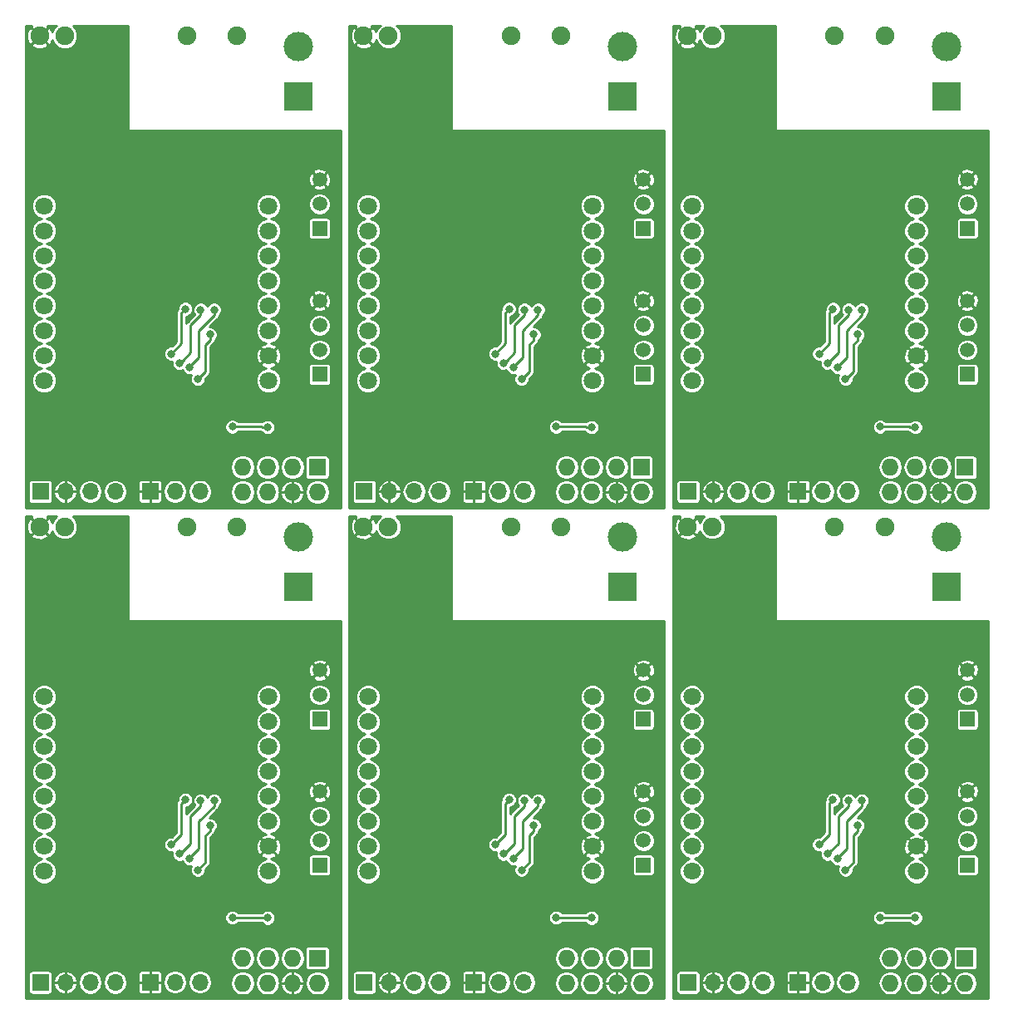
<source format=gbl>
G04 #@! TF.GenerationSoftware,KiCad,Pcbnew,5.0.2-bee76a0~70~ubuntu16.04.1*
G04 #@! TF.CreationDate,2019-12-01T11:56:29+01:00*
G04 #@! TF.ProjectId,RF_24G_Gateway,52465f32-3447-45f4-9761-74657761792e,rev?*
G04 #@! TF.SameCoordinates,Original*
G04 #@! TF.FileFunction,Copper,L2,Bot*
G04 #@! TF.FilePolarity,Positive*
%FSLAX46Y46*%
G04 Gerber Fmt 4.6, Leading zero omitted, Abs format (unit mm)*
G04 Created by KiCad (PCBNEW 5.0.2-bee76a0~70~ubuntu16.04.1) date Sun 01 Dec 2019 11:56:29 AM CET*
%MOMM*%
%LPD*%
G01*
G04 APERTURE LIST*
G04 #@! TA.AperFunction,ComponentPad*
%ADD10C,1.900000*%
G04 #@! TD*
G04 #@! TA.AperFunction,ComponentPad*
%ADD11C,1.800000*%
G04 #@! TD*
G04 #@! TA.AperFunction,ComponentPad*
%ADD12C,1.500000*%
G04 #@! TD*
G04 #@! TA.AperFunction,ComponentPad*
%ADD13R,1.500000X1.500000*%
G04 #@! TD*
G04 #@! TA.AperFunction,ComponentPad*
%ADD14O,1.700000X1.700000*%
G04 #@! TD*
G04 #@! TA.AperFunction,ComponentPad*
%ADD15R,1.700000X1.700000*%
G04 #@! TD*
G04 #@! TA.AperFunction,ComponentPad*
%ADD16O,1.727200X1.727200*%
G04 #@! TD*
G04 #@! TA.AperFunction,ComponentPad*
%ADD17R,1.727200X1.727200*%
G04 #@! TD*
G04 #@! TA.AperFunction,ComponentPad*
%ADD18R,2.999740X2.999740*%
G04 #@! TD*
G04 #@! TA.AperFunction,ComponentPad*
%ADD19C,2.999740*%
G04 #@! TD*
G04 #@! TA.AperFunction,ViaPad*
%ADD20C,0.800000*%
G04 #@! TD*
G04 #@! TA.AperFunction,Conductor*
%ADD21C,0.250000*%
G04 #@! TD*
G04 #@! TA.AperFunction,Conductor*
%ADD22C,0.254000*%
G04 #@! TD*
G04 APERTURE END LIST*
D10*
G04 #@! TO.P,PS1,1*
G04 #@! TO.N,/N*
X116900000Y-51500000D03*
G04 #@! TO.P,PS1,9*
G04 #@! TO.N,GND*
X101910000Y-51500000D03*
G04 #@! TO.P,PS1,5*
G04 #@! TO.N,/L*
X122000000Y-51500000D03*
G04 #@! TO.P,PS1,7*
G04 #@! TO.N,+5V*
X104450000Y-51500000D03*
G04 #@! TD*
D11*
G04 #@! TO.P,U2,8*
G04 #@! TO.N,Net-(U2-Pad8)*
X158222000Y-68834000D03*
G04 #@! TO.P,U2,9*
G04 #@! TO.N,Net-(U2-Pad9)*
X135362000Y-68834000D03*
G04 #@! TO.P,U2,7*
G04 #@! TO.N,Net-(U2-Pad7)*
X158222000Y-71374000D03*
G04 #@! TO.P,U2,10*
G04 #@! TO.N,/AIRQ*
X135362000Y-71374000D03*
G04 #@! TO.P,U2,6*
G04 #@! TO.N,/SCL*
X158222000Y-73914000D03*
G04 #@! TO.P,U2,11*
G04 #@! TO.N,/LED*
X135362000Y-73914000D03*
G04 #@! TO.P,U2,5*
G04 #@! TO.N,/SDA*
X158222000Y-76454000D03*
G04 #@! TO.P,U2,12*
G04 #@! TO.N,/SCK*
X135362000Y-76454000D03*
G04 #@! TO.P,U2,4*
G04 #@! TO.N,/Temp*
X158222000Y-78994000D03*
G04 #@! TO.P,U2,13*
G04 #@! TO.N,/MISO*
X135362000Y-78994000D03*
G04 #@! TO.P,U2,3*
G04 #@! TO.N,Net-(U2-Pad3)*
X158222000Y-81534000D03*
G04 #@! TO.P,U2,14*
G04 #@! TO.N,/MOSI*
X135362000Y-81534000D03*
G04 #@! TO.P,U2,2*
G04 #@! TO.N,GND*
X158222000Y-84074000D03*
G04 #@! TO.P,U2,15*
G04 #@! TO.N,/SS*
X135362000Y-84074000D03*
G04 #@! TO.P,U2,1*
G04 #@! TO.N,+5V*
X158222000Y-86614000D03*
G04 #@! TO.P,U2,16*
G04 #@! TO.N,+3V3*
X135362000Y-86614000D03*
G04 #@! TD*
D12*
G04 #@! TO.P,J3,3*
G04 #@! TO.N,GND*
X130429000Y-66120000D03*
G04 #@! TO.P,J3,2*
G04 #@! TO.N,Net-(J3-Pad2)*
X130429000Y-68620000D03*
D13*
G04 #@! TO.P,J3,1*
G04 #@! TO.N,+5V*
X130429000Y-71120000D03*
G04 #@! TD*
D14*
G04 #@! TO.P,J1,4*
G04 #@! TO.N,/SDA*
X142601000Y-97917000D03*
G04 #@! TO.P,J1,3*
G04 #@! TO.N,/SCL*
X140061000Y-97917000D03*
G04 #@! TO.P,J1,2*
G04 #@! TO.N,GND*
X137521000Y-97917000D03*
D15*
G04 #@! TO.P,J1,1*
G04 #@! TO.N,+3V3*
X134981000Y-97917000D03*
G04 #@! TD*
D16*
G04 #@! TO.P,U1,5*
G04 #@! TO.N,/MISO*
X122586000Y-97976000D03*
G04 #@! TO.P,U1,4*
G04 #@! TO.N,/MOSI*
X122586000Y-95436000D03*
G04 #@! TO.P,U1,6*
G04 #@! TO.N,Net-(U1-Pad6)*
X125126000Y-97976000D03*
G04 #@! TO.P,U1,3*
G04 #@! TO.N,/SS*
X125126000Y-95436000D03*
G04 #@! TO.P,U1,7*
G04 #@! TO.N,GND*
X127666000Y-97976000D03*
G04 #@! TO.P,U1,2*
G04 #@! TO.N,/SCK*
X127666000Y-95436000D03*
G04 #@! TO.P,U1,8*
G04 #@! TO.N,+3V3*
X130206000Y-97976000D03*
D17*
G04 #@! TO.P,U1,1*
G04 #@! TO.N,Net-(C1-Pad1)*
X130206000Y-95436000D03*
G04 #@! TD*
D12*
G04 #@! TO.P,J3,3*
G04 #@! TO.N,GND*
X196429000Y-66120000D03*
G04 #@! TO.P,J3,2*
G04 #@! TO.N,Net-(J3-Pad2)*
X196429000Y-68620000D03*
D13*
G04 #@! TO.P,J3,1*
G04 #@! TO.N,+5V*
X196429000Y-71120000D03*
G04 #@! TD*
D18*
G04 #@! TO.P,J4,1*
G04 #@! TO.N,/N*
X128270000Y-57658000D03*
D19*
G04 #@! TO.P,J4,2*
G04 #@! TO.N,/L*
X128270000Y-52578000D03*
G04 #@! TD*
D11*
G04 #@! TO.P,U2,16*
G04 #@! TO.N,+3V3*
X168362000Y-86614000D03*
G04 #@! TO.P,U2,1*
G04 #@! TO.N,+5V*
X191222000Y-86614000D03*
G04 #@! TO.P,U2,15*
G04 #@! TO.N,/SS*
X168362000Y-84074000D03*
G04 #@! TO.P,U2,2*
G04 #@! TO.N,GND*
X191222000Y-84074000D03*
G04 #@! TO.P,U2,14*
G04 #@! TO.N,/MOSI*
X168362000Y-81534000D03*
G04 #@! TO.P,U2,3*
G04 #@! TO.N,Net-(U2-Pad3)*
X191222000Y-81534000D03*
G04 #@! TO.P,U2,13*
G04 #@! TO.N,/MISO*
X168362000Y-78994000D03*
G04 #@! TO.P,U2,4*
G04 #@! TO.N,/Temp*
X191222000Y-78994000D03*
G04 #@! TO.P,U2,12*
G04 #@! TO.N,/SCK*
X168362000Y-76454000D03*
G04 #@! TO.P,U2,5*
G04 #@! TO.N,/SDA*
X191222000Y-76454000D03*
G04 #@! TO.P,U2,11*
G04 #@! TO.N,/LED*
X168362000Y-73914000D03*
G04 #@! TO.P,U2,6*
G04 #@! TO.N,/SCL*
X191222000Y-73914000D03*
G04 #@! TO.P,U2,10*
G04 #@! TO.N,/AIRQ*
X168362000Y-71374000D03*
G04 #@! TO.P,U2,7*
G04 #@! TO.N,Net-(U2-Pad7)*
X191222000Y-71374000D03*
G04 #@! TO.P,U2,9*
G04 #@! TO.N,Net-(U2-Pad9)*
X168362000Y-68834000D03*
G04 #@! TO.P,U2,8*
G04 #@! TO.N,Net-(U2-Pad8)*
X191222000Y-68834000D03*
G04 #@! TD*
D14*
G04 #@! TO.P,J5,3*
G04 #@! TO.N,+5V*
X118240000Y-97900000D03*
G04 #@! TO.P,J5,2*
G04 #@! TO.N,/Temp*
X115700000Y-97900000D03*
D15*
G04 #@! TO.P,J5,1*
G04 #@! TO.N,GND*
X113160000Y-97900000D03*
G04 #@! TD*
D12*
G04 #@! TO.P,J2,4*
G04 #@! TO.N,GND*
X130429000Y-78479000D03*
G04 #@! TO.P,J2,3*
G04 #@! TO.N,/B*
X130429000Y-80979000D03*
G04 #@! TO.P,J2,2*
G04 #@! TO.N,/A*
X130429000Y-83479000D03*
D13*
G04 #@! TO.P,J2,1*
G04 #@! TO.N,+5V*
X130429000Y-85979000D03*
G04 #@! TD*
D11*
G04 #@! TO.P,U2,16*
G04 #@! TO.N,+3V3*
X102362000Y-86614000D03*
G04 #@! TO.P,U2,1*
G04 #@! TO.N,+5V*
X125222000Y-86614000D03*
G04 #@! TO.P,U2,15*
G04 #@! TO.N,/SS*
X102362000Y-84074000D03*
G04 #@! TO.P,U2,2*
G04 #@! TO.N,GND*
X125222000Y-84074000D03*
G04 #@! TO.P,U2,14*
G04 #@! TO.N,/MOSI*
X102362000Y-81534000D03*
G04 #@! TO.P,U2,3*
G04 #@! TO.N,Net-(U2-Pad3)*
X125222000Y-81534000D03*
G04 #@! TO.P,U2,13*
G04 #@! TO.N,/MISO*
X102362000Y-78994000D03*
G04 #@! TO.P,U2,4*
G04 #@! TO.N,/Temp*
X125222000Y-78994000D03*
G04 #@! TO.P,U2,12*
G04 #@! TO.N,/SCK*
X102362000Y-76454000D03*
G04 #@! TO.P,U2,5*
G04 #@! TO.N,/SDA*
X125222000Y-76454000D03*
G04 #@! TO.P,U2,11*
G04 #@! TO.N,/LED*
X102362000Y-73914000D03*
G04 #@! TO.P,U2,6*
G04 #@! TO.N,/SCL*
X125222000Y-73914000D03*
G04 #@! TO.P,U2,10*
G04 #@! TO.N,/AIRQ*
X102362000Y-71374000D03*
G04 #@! TO.P,U2,7*
G04 #@! TO.N,Net-(U2-Pad7)*
X125222000Y-71374000D03*
G04 #@! TO.P,U2,9*
G04 #@! TO.N,Net-(U2-Pad9)*
X102362000Y-68834000D03*
G04 #@! TO.P,U2,8*
G04 #@! TO.N,Net-(U2-Pad8)*
X125222000Y-68834000D03*
G04 #@! TD*
D19*
G04 #@! TO.P,J4,2*
G04 #@! TO.N,/L*
X161270000Y-52578000D03*
D18*
G04 #@! TO.P,J4,1*
G04 #@! TO.N,/N*
X161270000Y-57658000D03*
G04 #@! TD*
G04 #@! TO.P,J4,1*
G04 #@! TO.N,/N*
X194270000Y-57658000D03*
D19*
G04 #@! TO.P,J4,2*
G04 #@! TO.N,/L*
X194270000Y-52578000D03*
G04 #@! TD*
D10*
G04 #@! TO.P,PS1,7*
G04 #@! TO.N,+5V*
X137450000Y-51500000D03*
G04 #@! TO.P,PS1,5*
G04 #@! TO.N,/L*
X155000000Y-51500000D03*
G04 #@! TO.P,PS1,9*
G04 #@! TO.N,GND*
X134910000Y-51500000D03*
G04 #@! TO.P,PS1,1*
G04 #@! TO.N,/N*
X149900000Y-51500000D03*
G04 #@! TD*
G04 #@! TO.P,PS1,1*
G04 #@! TO.N,/N*
X182900000Y-51500000D03*
G04 #@! TO.P,PS1,9*
G04 #@! TO.N,GND*
X167910000Y-51500000D03*
G04 #@! TO.P,PS1,5*
G04 #@! TO.N,/L*
X188000000Y-51500000D03*
G04 #@! TO.P,PS1,7*
G04 #@! TO.N,+5V*
X170450000Y-51500000D03*
G04 #@! TD*
D15*
G04 #@! TO.P,J1,1*
G04 #@! TO.N,+3V3*
X101981000Y-97917000D03*
D14*
G04 #@! TO.P,J1,2*
G04 #@! TO.N,GND*
X104521000Y-97917000D03*
G04 #@! TO.P,J1,3*
G04 #@! TO.N,/SCL*
X107061000Y-97917000D03*
G04 #@! TO.P,J1,4*
G04 #@! TO.N,/SDA*
X109601000Y-97917000D03*
G04 #@! TD*
D17*
G04 #@! TO.P,U1,1*
G04 #@! TO.N,Net-(C1-Pad1)*
X163206000Y-95436000D03*
D16*
G04 #@! TO.P,U1,8*
G04 #@! TO.N,+3V3*
X163206000Y-97976000D03*
G04 #@! TO.P,U1,2*
G04 #@! TO.N,/SCK*
X160666000Y-95436000D03*
G04 #@! TO.P,U1,7*
G04 #@! TO.N,GND*
X160666000Y-97976000D03*
G04 #@! TO.P,U1,3*
G04 #@! TO.N,/SS*
X158126000Y-95436000D03*
G04 #@! TO.P,U1,6*
G04 #@! TO.N,Net-(U1-Pad6)*
X158126000Y-97976000D03*
G04 #@! TO.P,U1,4*
G04 #@! TO.N,/MOSI*
X155586000Y-95436000D03*
G04 #@! TO.P,U1,5*
G04 #@! TO.N,/MISO*
X155586000Y-97976000D03*
G04 #@! TD*
D14*
G04 #@! TO.P,J5,3*
G04 #@! TO.N,+5V*
X184240000Y-97900000D03*
G04 #@! TO.P,J5,2*
G04 #@! TO.N,/Temp*
X181700000Y-97900000D03*
D15*
G04 #@! TO.P,J5,1*
G04 #@! TO.N,GND*
X179160000Y-97900000D03*
G04 #@! TD*
D12*
G04 #@! TO.P,J2,4*
G04 #@! TO.N,GND*
X196429000Y-78479000D03*
G04 #@! TO.P,J2,3*
G04 #@! TO.N,/B*
X196429000Y-80979000D03*
G04 #@! TO.P,J2,2*
G04 #@! TO.N,/A*
X196429000Y-83479000D03*
D13*
G04 #@! TO.P,J2,1*
G04 #@! TO.N,+5V*
X196429000Y-85979000D03*
G04 #@! TD*
D15*
G04 #@! TO.P,J5,1*
G04 #@! TO.N,GND*
X146160000Y-97900000D03*
D14*
G04 #@! TO.P,J5,2*
G04 #@! TO.N,/Temp*
X148700000Y-97900000D03*
G04 #@! TO.P,J5,3*
G04 #@! TO.N,+5V*
X151240000Y-97900000D03*
G04 #@! TD*
D16*
G04 #@! TO.P,U1,5*
G04 #@! TO.N,/MISO*
X188586000Y-97976000D03*
G04 #@! TO.P,U1,4*
G04 #@! TO.N,/MOSI*
X188586000Y-95436000D03*
G04 #@! TO.P,U1,6*
G04 #@! TO.N,Net-(U1-Pad6)*
X191126000Y-97976000D03*
G04 #@! TO.P,U1,3*
G04 #@! TO.N,/SS*
X191126000Y-95436000D03*
G04 #@! TO.P,U1,7*
G04 #@! TO.N,GND*
X193666000Y-97976000D03*
G04 #@! TO.P,U1,2*
G04 #@! TO.N,/SCK*
X193666000Y-95436000D03*
G04 #@! TO.P,U1,8*
G04 #@! TO.N,+3V3*
X196206000Y-97976000D03*
D17*
G04 #@! TO.P,U1,1*
G04 #@! TO.N,Net-(C1-Pad1)*
X196206000Y-95436000D03*
G04 #@! TD*
D13*
G04 #@! TO.P,J3,1*
G04 #@! TO.N,+5V*
X163429000Y-71120000D03*
D12*
G04 #@! TO.P,J3,2*
G04 #@! TO.N,Net-(J3-Pad2)*
X163429000Y-68620000D03*
G04 #@! TO.P,J3,3*
G04 #@! TO.N,GND*
X163429000Y-66120000D03*
G04 #@! TD*
D15*
G04 #@! TO.P,J1,1*
G04 #@! TO.N,+3V3*
X167981000Y-97917000D03*
D14*
G04 #@! TO.P,J1,2*
G04 #@! TO.N,GND*
X170521000Y-97917000D03*
G04 #@! TO.P,J1,3*
G04 #@! TO.N,/SCL*
X173061000Y-97917000D03*
G04 #@! TO.P,J1,4*
G04 #@! TO.N,/SDA*
X175601000Y-97917000D03*
G04 #@! TD*
D13*
G04 #@! TO.P,J2,1*
G04 #@! TO.N,+5V*
X163429000Y-85979000D03*
D12*
G04 #@! TO.P,J2,2*
G04 #@! TO.N,/A*
X163429000Y-83479000D03*
G04 #@! TO.P,J2,3*
G04 #@! TO.N,/B*
X163429000Y-80979000D03*
G04 #@! TO.P,J2,4*
G04 #@! TO.N,GND*
X163429000Y-78479000D03*
G04 #@! TD*
D11*
G04 #@! TO.P,U2,8*
G04 #@! TO.N,Net-(U2-Pad8)*
X191222000Y-118834000D03*
G04 #@! TO.P,U2,9*
G04 #@! TO.N,Net-(U2-Pad9)*
X168362000Y-118834000D03*
G04 #@! TO.P,U2,7*
G04 #@! TO.N,Net-(U2-Pad7)*
X191222000Y-121374000D03*
G04 #@! TO.P,U2,10*
G04 #@! TO.N,/AIRQ*
X168362000Y-121374000D03*
G04 #@! TO.P,U2,6*
G04 #@! TO.N,/SCL*
X191222000Y-123914000D03*
G04 #@! TO.P,U2,11*
G04 #@! TO.N,/LED*
X168362000Y-123914000D03*
G04 #@! TO.P,U2,5*
G04 #@! TO.N,/SDA*
X191222000Y-126454000D03*
G04 #@! TO.P,U2,12*
G04 #@! TO.N,/SCK*
X168362000Y-126454000D03*
G04 #@! TO.P,U2,4*
G04 #@! TO.N,/Temp*
X191222000Y-128994000D03*
G04 #@! TO.P,U2,13*
G04 #@! TO.N,/MISO*
X168362000Y-128994000D03*
G04 #@! TO.P,U2,3*
G04 #@! TO.N,Net-(U2-Pad3)*
X191222000Y-131534000D03*
G04 #@! TO.P,U2,14*
G04 #@! TO.N,/MOSI*
X168362000Y-131534000D03*
G04 #@! TO.P,U2,2*
G04 #@! TO.N,GND*
X191222000Y-134074000D03*
G04 #@! TO.P,U2,15*
G04 #@! TO.N,/SS*
X168362000Y-134074000D03*
G04 #@! TO.P,U2,1*
G04 #@! TO.N,+5V*
X191222000Y-136614000D03*
G04 #@! TO.P,U2,16*
G04 #@! TO.N,+3V3*
X168362000Y-136614000D03*
G04 #@! TD*
D14*
G04 #@! TO.P,J1,4*
G04 #@! TO.N,/SDA*
X175601000Y-147917000D03*
G04 #@! TO.P,J1,3*
G04 #@! TO.N,/SCL*
X173061000Y-147917000D03*
G04 #@! TO.P,J1,2*
G04 #@! TO.N,GND*
X170521000Y-147917000D03*
D15*
G04 #@! TO.P,J1,1*
G04 #@! TO.N,+3V3*
X167981000Y-147917000D03*
G04 #@! TD*
D19*
G04 #@! TO.P,J4,2*
G04 #@! TO.N,/L*
X194270000Y-102578000D03*
D18*
G04 #@! TO.P,J4,1*
G04 #@! TO.N,/N*
X194270000Y-107658000D03*
G04 #@! TD*
D10*
G04 #@! TO.P,PS1,7*
G04 #@! TO.N,+5V*
X170450000Y-101500000D03*
G04 #@! TO.P,PS1,5*
G04 #@! TO.N,/L*
X188000000Y-101500000D03*
G04 #@! TO.P,PS1,9*
G04 #@! TO.N,GND*
X167910000Y-101500000D03*
G04 #@! TO.P,PS1,1*
G04 #@! TO.N,/N*
X182900000Y-101500000D03*
G04 #@! TD*
D17*
G04 #@! TO.P,U1,1*
G04 #@! TO.N,Net-(C1-Pad1)*
X196206000Y-145436000D03*
D16*
G04 #@! TO.P,U1,8*
G04 #@! TO.N,+3V3*
X196206000Y-147976000D03*
G04 #@! TO.P,U1,2*
G04 #@! TO.N,/SCK*
X193666000Y-145436000D03*
G04 #@! TO.P,U1,7*
G04 #@! TO.N,GND*
X193666000Y-147976000D03*
G04 #@! TO.P,U1,3*
G04 #@! TO.N,/SS*
X191126000Y-145436000D03*
G04 #@! TO.P,U1,6*
G04 #@! TO.N,Net-(U1-Pad6)*
X191126000Y-147976000D03*
G04 #@! TO.P,U1,4*
G04 #@! TO.N,/MOSI*
X188586000Y-145436000D03*
G04 #@! TO.P,U1,5*
G04 #@! TO.N,/MISO*
X188586000Y-147976000D03*
G04 #@! TD*
D15*
G04 #@! TO.P,J5,1*
G04 #@! TO.N,GND*
X179160000Y-147900000D03*
D14*
G04 #@! TO.P,J5,2*
G04 #@! TO.N,/Temp*
X181700000Y-147900000D03*
G04 #@! TO.P,J5,3*
G04 #@! TO.N,+5V*
X184240000Y-147900000D03*
G04 #@! TD*
D13*
G04 #@! TO.P,J3,1*
G04 #@! TO.N,+5V*
X196429000Y-121120000D03*
D12*
G04 #@! TO.P,J3,2*
G04 #@! TO.N,Net-(J3-Pad2)*
X196429000Y-118620000D03*
G04 #@! TO.P,J3,3*
G04 #@! TO.N,GND*
X196429000Y-116120000D03*
G04 #@! TD*
D13*
G04 #@! TO.P,J2,1*
G04 #@! TO.N,+5V*
X196429000Y-135979000D03*
D12*
G04 #@! TO.P,J2,2*
G04 #@! TO.N,/A*
X196429000Y-133479000D03*
G04 #@! TO.P,J2,3*
G04 #@! TO.N,/B*
X196429000Y-130979000D03*
G04 #@! TO.P,J2,4*
G04 #@! TO.N,GND*
X196429000Y-128479000D03*
G04 #@! TD*
D10*
G04 #@! TO.P,PS1,1*
G04 #@! TO.N,/N*
X149900000Y-101500000D03*
G04 #@! TO.P,PS1,9*
G04 #@! TO.N,GND*
X134910000Y-101500000D03*
G04 #@! TO.P,PS1,5*
G04 #@! TO.N,/L*
X155000000Y-101500000D03*
G04 #@! TO.P,PS1,7*
G04 #@! TO.N,+5V*
X137450000Y-101500000D03*
G04 #@! TD*
D12*
G04 #@! TO.P,J3,3*
G04 #@! TO.N,GND*
X163429000Y-116120000D03*
G04 #@! TO.P,J3,2*
G04 #@! TO.N,Net-(J3-Pad2)*
X163429000Y-118620000D03*
D13*
G04 #@! TO.P,J3,1*
G04 #@! TO.N,+5V*
X163429000Y-121120000D03*
G04 #@! TD*
D16*
G04 #@! TO.P,U1,5*
G04 #@! TO.N,/MISO*
X155586000Y-147976000D03*
G04 #@! TO.P,U1,4*
G04 #@! TO.N,/MOSI*
X155586000Y-145436000D03*
G04 #@! TO.P,U1,6*
G04 #@! TO.N,Net-(U1-Pad6)*
X158126000Y-147976000D03*
G04 #@! TO.P,U1,3*
G04 #@! TO.N,/SS*
X158126000Y-145436000D03*
G04 #@! TO.P,U1,7*
G04 #@! TO.N,GND*
X160666000Y-147976000D03*
G04 #@! TO.P,U1,2*
G04 #@! TO.N,/SCK*
X160666000Y-145436000D03*
G04 #@! TO.P,U1,8*
G04 #@! TO.N,+3V3*
X163206000Y-147976000D03*
D17*
G04 #@! TO.P,U1,1*
G04 #@! TO.N,Net-(C1-Pad1)*
X163206000Y-145436000D03*
G04 #@! TD*
D18*
G04 #@! TO.P,J4,1*
G04 #@! TO.N,/N*
X161270000Y-107658000D03*
D19*
G04 #@! TO.P,J4,2*
G04 #@! TO.N,/L*
X161270000Y-102578000D03*
G04 #@! TD*
D14*
G04 #@! TO.P,J5,3*
G04 #@! TO.N,+5V*
X151240000Y-147900000D03*
G04 #@! TO.P,J5,2*
G04 #@! TO.N,/Temp*
X148700000Y-147900000D03*
D15*
G04 #@! TO.P,J5,1*
G04 #@! TO.N,GND*
X146160000Y-147900000D03*
G04 #@! TD*
D12*
G04 #@! TO.P,J2,4*
G04 #@! TO.N,GND*
X163429000Y-128479000D03*
G04 #@! TO.P,J2,3*
G04 #@! TO.N,/B*
X163429000Y-130979000D03*
G04 #@! TO.P,J2,2*
G04 #@! TO.N,/A*
X163429000Y-133479000D03*
D13*
G04 #@! TO.P,J2,1*
G04 #@! TO.N,+5V*
X163429000Y-135979000D03*
G04 #@! TD*
D11*
G04 #@! TO.P,U2,16*
G04 #@! TO.N,+3V3*
X135362000Y-136614000D03*
G04 #@! TO.P,U2,1*
G04 #@! TO.N,+5V*
X158222000Y-136614000D03*
G04 #@! TO.P,U2,15*
G04 #@! TO.N,/SS*
X135362000Y-134074000D03*
G04 #@! TO.P,U2,2*
G04 #@! TO.N,GND*
X158222000Y-134074000D03*
G04 #@! TO.P,U2,14*
G04 #@! TO.N,/MOSI*
X135362000Y-131534000D03*
G04 #@! TO.P,U2,3*
G04 #@! TO.N,Net-(U2-Pad3)*
X158222000Y-131534000D03*
G04 #@! TO.P,U2,13*
G04 #@! TO.N,/MISO*
X135362000Y-128994000D03*
G04 #@! TO.P,U2,4*
G04 #@! TO.N,/Temp*
X158222000Y-128994000D03*
G04 #@! TO.P,U2,12*
G04 #@! TO.N,/SCK*
X135362000Y-126454000D03*
G04 #@! TO.P,U2,5*
G04 #@! TO.N,/SDA*
X158222000Y-126454000D03*
G04 #@! TO.P,U2,11*
G04 #@! TO.N,/LED*
X135362000Y-123914000D03*
G04 #@! TO.P,U2,6*
G04 #@! TO.N,/SCL*
X158222000Y-123914000D03*
G04 #@! TO.P,U2,10*
G04 #@! TO.N,/AIRQ*
X135362000Y-121374000D03*
G04 #@! TO.P,U2,7*
G04 #@! TO.N,Net-(U2-Pad7)*
X158222000Y-121374000D03*
G04 #@! TO.P,U2,9*
G04 #@! TO.N,Net-(U2-Pad9)*
X135362000Y-118834000D03*
G04 #@! TO.P,U2,8*
G04 #@! TO.N,Net-(U2-Pad8)*
X158222000Y-118834000D03*
G04 #@! TD*
D15*
G04 #@! TO.P,J1,1*
G04 #@! TO.N,+3V3*
X134981000Y-147917000D03*
D14*
G04 #@! TO.P,J1,2*
G04 #@! TO.N,GND*
X137521000Y-147917000D03*
G04 #@! TO.P,J1,3*
G04 #@! TO.N,/SCL*
X140061000Y-147917000D03*
G04 #@! TO.P,J1,4*
G04 #@! TO.N,/SDA*
X142601000Y-147917000D03*
G04 #@! TD*
D17*
G04 #@! TO.P,U1,1*
G04 #@! TO.N,Net-(C1-Pad1)*
X130206000Y-145436000D03*
D16*
G04 #@! TO.P,U1,8*
G04 #@! TO.N,+3V3*
X130206000Y-147976000D03*
G04 #@! TO.P,U1,2*
G04 #@! TO.N,/SCK*
X127666000Y-145436000D03*
G04 #@! TO.P,U1,7*
G04 #@! TO.N,GND*
X127666000Y-147976000D03*
G04 #@! TO.P,U1,3*
G04 #@! TO.N,/SS*
X125126000Y-145436000D03*
G04 #@! TO.P,U1,6*
G04 #@! TO.N,Net-(U1-Pad6)*
X125126000Y-147976000D03*
G04 #@! TO.P,U1,4*
G04 #@! TO.N,/MOSI*
X122586000Y-145436000D03*
G04 #@! TO.P,U1,5*
G04 #@! TO.N,/MISO*
X122586000Y-147976000D03*
G04 #@! TD*
D19*
G04 #@! TO.P,J4,2*
G04 #@! TO.N,/L*
X128270000Y-102578000D03*
D18*
G04 #@! TO.P,J4,1*
G04 #@! TO.N,/N*
X128270000Y-107658000D03*
G04 #@! TD*
D13*
G04 #@! TO.P,J2,1*
G04 #@! TO.N,+5V*
X130429000Y-135979000D03*
D12*
G04 #@! TO.P,J2,2*
G04 #@! TO.N,/A*
X130429000Y-133479000D03*
G04 #@! TO.P,J2,3*
G04 #@! TO.N,/B*
X130429000Y-130979000D03*
G04 #@! TO.P,J2,4*
G04 #@! TO.N,GND*
X130429000Y-128479000D03*
G04 #@! TD*
D13*
G04 #@! TO.P,J3,1*
G04 #@! TO.N,+5V*
X130429000Y-121120000D03*
D12*
G04 #@! TO.P,J3,2*
G04 #@! TO.N,Net-(J3-Pad2)*
X130429000Y-118620000D03*
G04 #@! TO.P,J3,3*
G04 #@! TO.N,GND*
X130429000Y-116120000D03*
G04 #@! TD*
D11*
G04 #@! TO.P,U2,8*
G04 #@! TO.N,Net-(U2-Pad8)*
X125222000Y-118834000D03*
G04 #@! TO.P,U2,9*
G04 #@! TO.N,Net-(U2-Pad9)*
X102362000Y-118834000D03*
G04 #@! TO.P,U2,7*
G04 #@! TO.N,Net-(U2-Pad7)*
X125222000Y-121374000D03*
G04 #@! TO.P,U2,10*
G04 #@! TO.N,/AIRQ*
X102362000Y-121374000D03*
G04 #@! TO.P,U2,6*
G04 #@! TO.N,/SCL*
X125222000Y-123914000D03*
G04 #@! TO.P,U2,11*
G04 #@! TO.N,/LED*
X102362000Y-123914000D03*
G04 #@! TO.P,U2,5*
G04 #@! TO.N,/SDA*
X125222000Y-126454000D03*
G04 #@! TO.P,U2,12*
G04 #@! TO.N,/SCK*
X102362000Y-126454000D03*
G04 #@! TO.P,U2,4*
G04 #@! TO.N,/Temp*
X125222000Y-128994000D03*
G04 #@! TO.P,U2,13*
G04 #@! TO.N,/MISO*
X102362000Y-128994000D03*
G04 #@! TO.P,U2,3*
G04 #@! TO.N,Net-(U2-Pad3)*
X125222000Y-131534000D03*
G04 #@! TO.P,U2,14*
G04 #@! TO.N,/MOSI*
X102362000Y-131534000D03*
G04 #@! TO.P,U2,2*
G04 #@! TO.N,GND*
X125222000Y-134074000D03*
G04 #@! TO.P,U2,15*
G04 #@! TO.N,/SS*
X102362000Y-134074000D03*
G04 #@! TO.P,U2,1*
G04 #@! TO.N,+5V*
X125222000Y-136614000D03*
G04 #@! TO.P,U2,16*
G04 #@! TO.N,+3V3*
X102362000Y-136614000D03*
G04 #@! TD*
D14*
G04 #@! TO.P,J1,4*
G04 #@! TO.N,/SDA*
X109601000Y-147917000D03*
G04 #@! TO.P,J1,3*
G04 #@! TO.N,/SCL*
X107061000Y-147917000D03*
G04 #@! TO.P,J1,2*
G04 #@! TO.N,GND*
X104521000Y-147917000D03*
D15*
G04 #@! TO.P,J1,1*
G04 #@! TO.N,+3V3*
X101981000Y-147917000D03*
G04 #@! TD*
D10*
G04 #@! TO.P,PS1,7*
G04 #@! TO.N,+5V*
X104450000Y-101500000D03*
G04 #@! TO.P,PS1,5*
G04 #@! TO.N,/L*
X122000000Y-101500000D03*
G04 #@! TO.P,PS1,9*
G04 #@! TO.N,GND*
X101910000Y-101500000D03*
G04 #@! TO.P,PS1,1*
G04 #@! TO.N,/N*
X116900000Y-101500000D03*
G04 #@! TD*
D15*
G04 #@! TO.P,J5,1*
G04 #@! TO.N,GND*
X113160000Y-147900000D03*
D14*
G04 #@! TO.P,J5,2*
G04 #@! TO.N,/Temp*
X115700000Y-147900000D03*
G04 #@! TO.P,J5,3*
G04 #@! TO.N,+5V*
X118240000Y-147900000D03*
G04 #@! TD*
D20*
G04 #@! TO.N,GND*
X126746000Y-139255600D03*
X119253000Y-123406000D03*
X108712000Y-122999600D03*
X159746000Y-139255600D03*
X141712000Y-122999600D03*
X152253000Y-123406000D03*
X192746000Y-139255600D03*
X174712000Y-122999600D03*
X185253000Y-123406000D03*
X159746000Y-89255600D03*
X141712000Y-72999600D03*
X192746000Y-89255600D03*
X174712000Y-72999600D03*
X126746000Y-89255600D03*
X108712000Y-72999600D03*
X185253000Y-73406000D03*
X152253000Y-73406000D03*
X119253000Y-73406000D03*
G04 #@! TO.N,/SCL*
X115316000Y-133870800D03*
X116738400Y-129298800D03*
X148316000Y-133870800D03*
X149738400Y-129298800D03*
X182738400Y-129298800D03*
X181316000Y-133870800D03*
X149738400Y-79298800D03*
X182738400Y-79298800D03*
X148316000Y-83870800D03*
X115316000Y-83870800D03*
X181316000Y-83870800D03*
X116738400Y-79298800D03*
G04 #@! TO.N,/SDA*
X116179600Y-134836000D03*
X118313200Y-129400400D03*
X149179600Y-134836000D03*
X151313200Y-129400400D03*
X184313200Y-129400400D03*
X182179600Y-134836000D03*
X151313200Y-79400400D03*
X149179600Y-84836000D03*
X116179600Y-84836000D03*
X118313200Y-79400400D03*
X184313200Y-79400400D03*
X182179600Y-84836000D03*
G04 #@! TO.N,+5V*
X119253200Y-131917992D03*
X118008600Y-136449000D03*
X152253200Y-131917992D03*
X151008600Y-136449000D03*
X185253200Y-131917992D03*
X184008600Y-136449000D03*
X119253200Y-81917992D03*
X152253200Y-81917992D03*
X184008600Y-86449000D03*
X151008600Y-86449000D03*
X185253200Y-81917992D03*
X118008600Y-86449000D03*
G04 #@! TO.N,/SS*
X121539000Y-141313000D03*
X125126000Y-141344000D03*
X154539000Y-141313000D03*
X158126000Y-141344000D03*
X187539000Y-141313000D03*
X191126000Y-141344000D03*
X121539000Y-91313000D03*
X125126000Y-91344000D03*
X187539000Y-91313000D03*
X154539000Y-91313000D03*
X158126000Y-91344000D03*
X191126000Y-91344000D03*
G04 #@! TO.N,/Temp*
X119685000Y-129387800D03*
X117195800Y-135280600D03*
X150195800Y-135280600D03*
X152685000Y-129387800D03*
X183195800Y-135280600D03*
X185685000Y-129387800D03*
X117195800Y-85280600D03*
X185685000Y-79387800D03*
X119685000Y-79387800D03*
X150195800Y-85280600D03*
X152685000Y-79387800D03*
X183195800Y-85280600D03*
G04 #@! TD*
D21*
G04 #@! TO.N,/SCL*
X116338401Y-132848399D02*
X115316000Y-133870800D01*
X116338401Y-129698799D02*
X116338401Y-132848399D01*
X116738400Y-129298800D02*
X116338401Y-129698799D01*
X149738400Y-129298800D02*
X149338401Y-129698799D01*
X149338401Y-129698799D02*
X149338401Y-132848399D01*
X149338401Y-132848399D02*
X148316000Y-133870800D01*
X182738400Y-129298800D02*
X182338401Y-129698799D01*
X182338401Y-132848399D02*
X181316000Y-133870800D01*
X182338401Y-129698799D02*
X182338401Y-132848399D01*
X116738400Y-79298800D02*
X116338401Y-79698799D01*
X182338401Y-82848399D02*
X181316000Y-83870800D01*
X149738400Y-79298800D02*
X149338401Y-79698799D01*
X116338401Y-79698799D02*
X116338401Y-82848399D01*
X149338401Y-82848399D02*
X148316000Y-83870800D01*
X149338401Y-79698799D02*
X149338401Y-82848399D01*
X182738400Y-79298800D02*
X182338401Y-79698799D01*
X182338401Y-79698799D02*
X182338401Y-82848399D01*
X116338401Y-82848399D02*
X115316000Y-83870800D01*
G04 #@! TO.N,/SDA*
X117297200Y-130982085D02*
X117297200Y-133769200D01*
X118313200Y-129966085D02*
X117297200Y-130982085D01*
X116230400Y-134836000D02*
X116179600Y-134836000D01*
X117297200Y-133769200D02*
X116484400Y-134582000D01*
X116484400Y-134582000D02*
X116230400Y-134836000D01*
X118313200Y-129400400D02*
X118313200Y-129966085D01*
X151313200Y-129400400D02*
X151313200Y-129966085D01*
X150297200Y-133769200D02*
X149484400Y-134582000D01*
X149484400Y-134582000D02*
X149230400Y-134836000D01*
X151313200Y-129966085D02*
X150297200Y-130982085D01*
X150297200Y-130982085D02*
X150297200Y-133769200D01*
X149230400Y-134836000D02*
X149179600Y-134836000D01*
X183297200Y-133769200D02*
X182484400Y-134582000D01*
X182484400Y-134582000D02*
X182230400Y-134836000D01*
X184313200Y-129400400D02*
X184313200Y-129966085D01*
X183297200Y-130982085D02*
X183297200Y-133769200D01*
X182230400Y-134836000D02*
X182179600Y-134836000D01*
X184313200Y-129966085D02*
X183297200Y-130982085D01*
X183297200Y-83769200D02*
X182484400Y-84582000D01*
X150297200Y-83769200D02*
X149484400Y-84582000D01*
X118313200Y-79400400D02*
X118313200Y-79966085D01*
X117297200Y-83769200D02*
X116484400Y-84582000D01*
X183297200Y-80982085D02*
X183297200Y-83769200D01*
X149484400Y-84582000D02*
X149230400Y-84836000D01*
X116484400Y-84582000D02*
X116230400Y-84836000D01*
X151313200Y-79400400D02*
X151313200Y-79966085D01*
X118313200Y-79966085D02*
X117297200Y-80982085D01*
X150297200Y-80982085D02*
X150297200Y-83769200D01*
X117297200Y-80982085D02*
X117297200Y-83769200D01*
X149230400Y-84836000D02*
X149179600Y-84836000D01*
X184313200Y-79400400D02*
X184313200Y-79966085D01*
X184313200Y-79966085D02*
X183297200Y-80982085D01*
X116230400Y-84836000D02*
X116179600Y-84836000D01*
X182484400Y-84582000D02*
X182230400Y-84836000D01*
X182230400Y-84836000D02*
X182179600Y-84836000D01*
X151313200Y-79966085D02*
X150297200Y-80982085D01*
G04 #@! TO.N,+5V*
X119253200Y-132483677D02*
X118796000Y-132940877D01*
X119253200Y-131917992D02*
X119253200Y-132483677D01*
X118796000Y-132940877D02*
X118796000Y-135687000D01*
X118796000Y-135687000D02*
X118135600Y-136347400D01*
X118034000Y-136449000D02*
X118008600Y-136449000D01*
X118135600Y-136347400D02*
X118034000Y-136449000D01*
X152253200Y-131917992D02*
X152253200Y-132483677D01*
X151796000Y-135687000D02*
X151135600Y-136347400D01*
X152253200Y-132483677D02*
X151796000Y-132940877D01*
X151034000Y-136449000D02*
X151008600Y-136449000D01*
X151135600Y-136347400D02*
X151034000Y-136449000D01*
X151796000Y-132940877D02*
X151796000Y-135687000D01*
X185253200Y-131917992D02*
X185253200Y-132483677D01*
X184034000Y-136449000D02*
X184008600Y-136449000D01*
X184135600Y-136347400D02*
X184034000Y-136449000D01*
X185253200Y-132483677D02*
X184796000Y-132940877D01*
X184796000Y-132940877D02*
X184796000Y-135687000D01*
X184796000Y-135687000D02*
X184135600Y-136347400D01*
X152253200Y-81917992D02*
X152253200Y-82483677D01*
X151034000Y-86449000D02*
X151008600Y-86449000D01*
X119253200Y-81917992D02*
X119253200Y-82483677D01*
X118796000Y-85687000D02*
X118135600Y-86347400D01*
X151135600Y-86347400D02*
X151034000Y-86449000D01*
X184034000Y-86449000D02*
X184008600Y-86449000D01*
X185253200Y-82483677D02*
X184796000Y-82940877D01*
X184796000Y-82940877D02*
X184796000Y-85687000D01*
X152253200Y-82483677D02*
X151796000Y-82940877D01*
X119253200Y-82483677D02*
X118796000Y-82940877D01*
X151796000Y-82940877D02*
X151796000Y-85687000D01*
X184796000Y-85687000D02*
X184135600Y-86347400D01*
X185253200Y-81917992D02*
X185253200Y-82483677D01*
X151796000Y-85687000D02*
X151135600Y-86347400D01*
X118034000Y-86449000D02*
X118008600Y-86449000D01*
X118135600Y-86347400D02*
X118034000Y-86449000D01*
X184135600Y-86347400D02*
X184034000Y-86449000D01*
X118796000Y-82940877D02*
X118796000Y-85687000D01*
G04 #@! TO.N,/SS*
X124529315Y-141313000D02*
X121539000Y-141313000D01*
X125126000Y-141344000D02*
X124560315Y-141344000D01*
X124560315Y-141344000D02*
X124529315Y-141313000D01*
X158126000Y-141344000D02*
X157560315Y-141344000D01*
X157529315Y-141313000D02*
X154539000Y-141313000D01*
X157560315Y-141344000D02*
X157529315Y-141313000D01*
X191126000Y-141344000D02*
X190560315Y-141344000D01*
X190529315Y-141313000D02*
X187539000Y-141313000D01*
X190560315Y-141344000D02*
X190529315Y-141313000D01*
X158126000Y-91344000D02*
X157560315Y-91344000D01*
X157529315Y-91313000D02*
X154539000Y-91313000D01*
X190529315Y-91313000D02*
X187539000Y-91313000D01*
X190560315Y-91344000D02*
X190529315Y-91313000D01*
X191126000Y-91344000D02*
X190560315Y-91344000D01*
X125126000Y-91344000D02*
X124560315Y-91344000D01*
X124529315Y-91313000D02*
X121539000Y-91313000D01*
X157560315Y-91344000D02*
X157529315Y-91313000D01*
X124560315Y-91344000D02*
X124529315Y-91313000D01*
G04 #@! TO.N,/Temp*
X119685000Y-129953485D02*
X118110200Y-131528285D01*
X119685000Y-129387800D02*
X119685000Y-129953485D01*
X118110200Y-131528285D02*
X118110200Y-134290000D01*
X117195800Y-135204400D02*
X117195800Y-135280600D01*
X118110200Y-134290000D02*
X117195800Y-135204400D01*
X152685000Y-129953485D02*
X151110200Y-131528285D01*
X150195800Y-135204400D02*
X150195800Y-135280600D01*
X151110200Y-131528285D02*
X151110200Y-134290000D01*
X151110200Y-134290000D02*
X150195800Y-135204400D01*
X152685000Y-129387800D02*
X152685000Y-129953485D01*
X185685000Y-129387800D02*
X185685000Y-129953485D01*
X185685000Y-129953485D02*
X184110200Y-131528285D01*
X184110200Y-131528285D02*
X184110200Y-134290000D01*
X184110200Y-134290000D02*
X183195800Y-135204400D01*
X183195800Y-135204400D02*
X183195800Y-135280600D01*
X119685000Y-79953485D02*
X118110200Y-81528285D01*
X117195800Y-85204400D02*
X117195800Y-85280600D01*
X118110200Y-81528285D02*
X118110200Y-84290000D01*
X152685000Y-79387800D02*
X152685000Y-79953485D01*
X184110200Y-81528285D02*
X184110200Y-84290000D01*
X152685000Y-79953485D02*
X151110200Y-81528285D01*
X118110200Y-84290000D02*
X117195800Y-85204400D01*
X151110200Y-81528285D02*
X151110200Y-84290000D01*
X151110200Y-84290000D02*
X150195800Y-85204400D01*
X119685000Y-79387800D02*
X119685000Y-79953485D01*
X185685000Y-79387800D02*
X185685000Y-79953485D01*
X185685000Y-79953485D02*
X184110200Y-81528285D01*
X150195800Y-85204400D02*
X150195800Y-85280600D01*
X184110200Y-84290000D02*
X183195800Y-85204400D01*
X183195800Y-85204400D02*
X183195800Y-85280600D01*
G04 #@! TD*
D22*
G04 #@! TO.N,GND*
G36*
X101017564Y-100606857D02*
X101910000Y-101499293D01*
X102802436Y-100606857D01*
X102733595Y-100457000D01*
X103609268Y-100457000D01*
X103320785Y-100745483D01*
X103178312Y-101089443D01*
X103067706Y-100789971D01*
X103009016Y-100702137D01*
X102803143Y-100607564D01*
X101910707Y-101500000D01*
X102803143Y-102392436D01*
X103009016Y-102297863D01*
X103182612Y-101920939D01*
X103320785Y-102254517D01*
X103695483Y-102629215D01*
X104185049Y-102832000D01*
X104714951Y-102832000D01*
X105204517Y-102629215D01*
X105579215Y-102254517D01*
X105782000Y-101764951D01*
X105782000Y-101235049D01*
X105579215Y-100745483D01*
X105290732Y-100457000D01*
X110873000Y-100457000D01*
X110873000Y-111000000D01*
X110882667Y-111048601D01*
X110910197Y-111089803D01*
X110951399Y-111117333D01*
X111000000Y-111127000D01*
X132543000Y-111127000D01*
X132543001Y-149543000D01*
X100457000Y-149543000D01*
X100457000Y-147067000D01*
X100741517Y-147067000D01*
X100741517Y-148767000D01*
X100771165Y-148916049D01*
X100855594Y-149042406D01*
X100981951Y-149126835D01*
X101131000Y-149156483D01*
X102831000Y-149156483D01*
X102980049Y-149126835D01*
X103106406Y-149042406D01*
X103190835Y-148916049D01*
X103220483Y-148767000D01*
X103220483Y-148110221D01*
X103304246Y-148110221D01*
X103470808Y-148561145D01*
X103797253Y-148914003D01*
X104233881Y-149115077D01*
X104327779Y-149133754D01*
X104520500Y-149053500D01*
X104520500Y-147917500D01*
X104521500Y-147917500D01*
X104521500Y-149053500D01*
X104714221Y-149133754D01*
X104808119Y-149115077D01*
X105244747Y-148914003D01*
X105571192Y-148561145D01*
X105737754Y-148110221D01*
X105657500Y-147917500D01*
X104521500Y-147917500D01*
X104520500Y-147917500D01*
X103384500Y-147917500D01*
X103304246Y-148110221D01*
X103220483Y-148110221D01*
X103220483Y-147917000D01*
X105804864Y-147917000D01*
X105900482Y-148397702D01*
X106172778Y-148805222D01*
X106580298Y-149077518D01*
X106939661Y-149149000D01*
X107182339Y-149149000D01*
X107541702Y-149077518D01*
X107949222Y-148805222D01*
X108221518Y-148397702D01*
X108317136Y-147917000D01*
X108344864Y-147917000D01*
X108440482Y-148397702D01*
X108712778Y-148805222D01*
X109120298Y-149077518D01*
X109479661Y-149149000D01*
X109722339Y-149149000D01*
X110081702Y-149077518D01*
X110489222Y-148805222D01*
X110761518Y-148397702D01*
X110841421Y-147996000D01*
X111928000Y-147996000D01*
X111928000Y-148825985D01*
X111986156Y-148966386D01*
X112093615Y-149073844D01*
X112234016Y-149132000D01*
X113064000Y-149132000D01*
X113159500Y-149036500D01*
X113159500Y-147900500D01*
X113160500Y-147900500D01*
X113160500Y-149036500D01*
X113256000Y-149132000D01*
X114085984Y-149132000D01*
X114226385Y-149073844D01*
X114333844Y-148966386D01*
X114392000Y-148825985D01*
X114392000Y-147996000D01*
X114296500Y-147900500D01*
X113160500Y-147900500D01*
X113159500Y-147900500D01*
X112023500Y-147900500D01*
X111928000Y-147996000D01*
X110841421Y-147996000D01*
X110857136Y-147917000D01*
X110853755Y-147900000D01*
X114443864Y-147900000D01*
X114539482Y-148380702D01*
X114811778Y-148788222D01*
X115219298Y-149060518D01*
X115578661Y-149132000D01*
X115821339Y-149132000D01*
X116180702Y-149060518D01*
X116588222Y-148788222D01*
X116860518Y-148380702D01*
X116956136Y-147900000D01*
X116983864Y-147900000D01*
X117079482Y-148380702D01*
X117351778Y-148788222D01*
X117759298Y-149060518D01*
X118118661Y-149132000D01*
X118361339Y-149132000D01*
X118720702Y-149060518D01*
X119128222Y-148788222D01*
X119400518Y-148380702D01*
X119481018Y-147976000D01*
X121315998Y-147976000D01*
X121412671Y-148462009D01*
X121687973Y-148874027D01*
X122099991Y-149149329D01*
X122463323Y-149221600D01*
X122708677Y-149221600D01*
X123072009Y-149149329D01*
X123484027Y-148874027D01*
X123759329Y-148462009D01*
X123856000Y-147976010D01*
X123952671Y-148462009D01*
X124227973Y-148874027D01*
X124639991Y-149149329D01*
X125003323Y-149221600D01*
X125248677Y-149221600D01*
X125612009Y-149149329D01*
X126024027Y-148874027D01*
X126299329Y-148462009D01*
X126357144Y-148171349D01*
X126435814Y-148171349D01*
X126604213Y-148627251D01*
X126934260Y-148984006D01*
X127375708Y-149187301D01*
X127470651Y-149206186D01*
X127665500Y-149126100D01*
X127665500Y-147976500D01*
X127666500Y-147976500D01*
X127666500Y-149126100D01*
X127861349Y-149206186D01*
X127956292Y-149187301D01*
X128397740Y-148984006D01*
X128727787Y-148627251D01*
X128896186Y-148171349D01*
X128816100Y-147976500D01*
X127666500Y-147976500D01*
X127665500Y-147976500D01*
X126515900Y-147976500D01*
X126435814Y-148171349D01*
X126357144Y-148171349D01*
X126396002Y-147976000D01*
X128935998Y-147976000D01*
X129032671Y-148462009D01*
X129307973Y-148874027D01*
X129719991Y-149149329D01*
X130083323Y-149221600D01*
X130328677Y-149221600D01*
X130692009Y-149149329D01*
X131104027Y-148874027D01*
X131379329Y-148462009D01*
X131476002Y-147976000D01*
X131379329Y-147489991D01*
X131104027Y-147077973D01*
X130692009Y-146802671D01*
X130328677Y-146730400D01*
X130083323Y-146730400D01*
X129719991Y-146802671D01*
X129307973Y-147077973D01*
X129032671Y-147489991D01*
X128935998Y-147976000D01*
X126396002Y-147976000D01*
X126357145Y-147780651D01*
X126435814Y-147780651D01*
X126515900Y-147975500D01*
X127665500Y-147975500D01*
X127665500Y-146825900D01*
X127666500Y-146825900D01*
X127666500Y-147975500D01*
X128816100Y-147975500D01*
X128896186Y-147780651D01*
X128727787Y-147324749D01*
X128397740Y-146967994D01*
X127956292Y-146764699D01*
X127861349Y-146745814D01*
X127666500Y-146825900D01*
X127665500Y-146825900D01*
X127470651Y-146745814D01*
X127375708Y-146764699D01*
X126934260Y-146967994D01*
X126604213Y-147324749D01*
X126435814Y-147780651D01*
X126357145Y-147780651D01*
X126299329Y-147489991D01*
X126024027Y-147077973D01*
X125612009Y-146802671D01*
X125248677Y-146730400D01*
X125003323Y-146730400D01*
X124639991Y-146802671D01*
X124227973Y-147077973D01*
X123952671Y-147489991D01*
X123856000Y-147975990D01*
X123759329Y-147489991D01*
X123484027Y-147077973D01*
X123072009Y-146802671D01*
X122708677Y-146730400D01*
X122463323Y-146730400D01*
X122099991Y-146802671D01*
X121687973Y-147077973D01*
X121412671Y-147489991D01*
X121315998Y-147976000D01*
X119481018Y-147976000D01*
X119496136Y-147900000D01*
X119400518Y-147419298D01*
X119128222Y-147011778D01*
X118720702Y-146739482D01*
X118361339Y-146668000D01*
X118118661Y-146668000D01*
X117759298Y-146739482D01*
X117351778Y-147011778D01*
X117079482Y-147419298D01*
X116983864Y-147900000D01*
X116956136Y-147900000D01*
X116860518Y-147419298D01*
X116588222Y-147011778D01*
X116180702Y-146739482D01*
X115821339Y-146668000D01*
X115578661Y-146668000D01*
X115219298Y-146739482D01*
X114811778Y-147011778D01*
X114539482Y-147419298D01*
X114443864Y-147900000D01*
X110853755Y-147900000D01*
X110761518Y-147436298D01*
X110489222Y-147028778D01*
X110407264Y-146974015D01*
X111928000Y-146974015D01*
X111928000Y-147804000D01*
X112023500Y-147899500D01*
X113159500Y-147899500D01*
X113159500Y-146763500D01*
X113160500Y-146763500D01*
X113160500Y-147899500D01*
X114296500Y-147899500D01*
X114392000Y-147804000D01*
X114392000Y-146974015D01*
X114333844Y-146833614D01*
X114226385Y-146726156D01*
X114085984Y-146668000D01*
X113256000Y-146668000D01*
X113160500Y-146763500D01*
X113159500Y-146763500D01*
X113064000Y-146668000D01*
X112234016Y-146668000D01*
X112093615Y-146726156D01*
X111986156Y-146833614D01*
X111928000Y-146974015D01*
X110407264Y-146974015D01*
X110081702Y-146756482D01*
X109722339Y-146685000D01*
X109479661Y-146685000D01*
X109120298Y-146756482D01*
X108712778Y-147028778D01*
X108440482Y-147436298D01*
X108344864Y-147917000D01*
X108317136Y-147917000D01*
X108221518Y-147436298D01*
X107949222Y-147028778D01*
X107541702Y-146756482D01*
X107182339Y-146685000D01*
X106939661Y-146685000D01*
X106580298Y-146756482D01*
X106172778Y-147028778D01*
X105900482Y-147436298D01*
X105804864Y-147917000D01*
X103220483Y-147917000D01*
X103220483Y-147723779D01*
X103304246Y-147723779D01*
X103384500Y-147916500D01*
X104520500Y-147916500D01*
X104520500Y-146780500D01*
X104521500Y-146780500D01*
X104521500Y-147916500D01*
X105657500Y-147916500D01*
X105737754Y-147723779D01*
X105571192Y-147272855D01*
X105244747Y-146919997D01*
X104808119Y-146718923D01*
X104714221Y-146700246D01*
X104521500Y-146780500D01*
X104520500Y-146780500D01*
X104327779Y-146700246D01*
X104233881Y-146718923D01*
X103797253Y-146919997D01*
X103470808Y-147272855D01*
X103304246Y-147723779D01*
X103220483Y-147723779D01*
X103220483Y-147067000D01*
X103190835Y-146917951D01*
X103106406Y-146791594D01*
X102980049Y-146707165D01*
X102831000Y-146677517D01*
X101131000Y-146677517D01*
X100981951Y-146707165D01*
X100855594Y-146791594D01*
X100771165Y-146917951D01*
X100741517Y-147067000D01*
X100457000Y-147067000D01*
X100457000Y-145436000D01*
X121315998Y-145436000D01*
X121412671Y-145922009D01*
X121687973Y-146334027D01*
X122099991Y-146609329D01*
X122463323Y-146681600D01*
X122708677Y-146681600D01*
X123072009Y-146609329D01*
X123484027Y-146334027D01*
X123759329Y-145922009D01*
X123856000Y-145436010D01*
X123952671Y-145922009D01*
X124227973Y-146334027D01*
X124639991Y-146609329D01*
X125003323Y-146681600D01*
X125248677Y-146681600D01*
X125612009Y-146609329D01*
X126024027Y-146334027D01*
X126299329Y-145922009D01*
X126396000Y-145436010D01*
X126492671Y-145922009D01*
X126767973Y-146334027D01*
X127179991Y-146609329D01*
X127543323Y-146681600D01*
X127788677Y-146681600D01*
X128152009Y-146609329D01*
X128564027Y-146334027D01*
X128839329Y-145922009D01*
X128936002Y-145436000D01*
X128839329Y-144949991D01*
X128587031Y-144572400D01*
X128952917Y-144572400D01*
X128952917Y-146299600D01*
X128982565Y-146448649D01*
X129066994Y-146575006D01*
X129193351Y-146659435D01*
X129342400Y-146689083D01*
X131069600Y-146689083D01*
X131218649Y-146659435D01*
X131345006Y-146575006D01*
X131429435Y-146448649D01*
X131459083Y-146299600D01*
X131459083Y-144572400D01*
X131429435Y-144423351D01*
X131345006Y-144296994D01*
X131218649Y-144212565D01*
X131069600Y-144182917D01*
X129342400Y-144182917D01*
X129193351Y-144212565D01*
X129066994Y-144296994D01*
X128982565Y-144423351D01*
X128952917Y-144572400D01*
X128587031Y-144572400D01*
X128564027Y-144537973D01*
X128152009Y-144262671D01*
X127788677Y-144190400D01*
X127543323Y-144190400D01*
X127179991Y-144262671D01*
X126767973Y-144537973D01*
X126492671Y-144949991D01*
X126396000Y-145435990D01*
X126299329Y-144949991D01*
X126024027Y-144537973D01*
X125612009Y-144262671D01*
X125248677Y-144190400D01*
X125003323Y-144190400D01*
X124639991Y-144262671D01*
X124227973Y-144537973D01*
X123952671Y-144949991D01*
X123856000Y-145435990D01*
X123759329Y-144949991D01*
X123484027Y-144537973D01*
X123072009Y-144262671D01*
X122708677Y-144190400D01*
X122463323Y-144190400D01*
X122099991Y-144262671D01*
X121687973Y-144537973D01*
X121412671Y-144949991D01*
X121315998Y-145436000D01*
X100457000Y-145436000D01*
X100457000Y-141157451D01*
X120757000Y-141157451D01*
X120757000Y-141468549D01*
X120876053Y-141755967D01*
X121096033Y-141975947D01*
X121383451Y-142095000D01*
X121694549Y-142095000D01*
X121981967Y-141975947D01*
X122137914Y-141820000D01*
X124360125Y-141820000D01*
X124362494Y-141821583D01*
X124531233Y-141855147D01*
X124683033Y-142006947D01*
X124970451Y-142126000D01*
X125281549Y-142126000D01*
X125568967Y-142006947D01*
X125788947Y-141786967D01*
X125908000Y-141499549D01*
X125908000Y-141188451D01*
X125788947Y-140901033D01*
X125568967Y-140681053D01*
X125281549Y-140562000D01*
X124970451Y-140562000D01*
X124683033Y-140681053D01*
X124561596Y-140802490D01*
X124529315Y-140796069D01*
X124479388Y-140806000D01*
X122137914Y-140806000D01*
X121981967Y-140650053D01*
X121694549Y-140531000D01*
X121383451Y-140531000D01*
X121096033Y-140650053D01*
X120876053Y-140870033D01*
X120757000Y-141157451D01*
X100457000Y-141157451D01*
X100457000Y-118578994D01*
X101080000Y-118578994D01*
X101080000Y-119089006D01*
X101275173Y-119560195D01*
X101635805Y-119920827D01*
X102078023Y-120104000D01*
X101635805Y-120287173D01*
X101275173Y-120647805D01*
X101080000Y-121118994D01*
X101080000Y-121629006D01*
X101275173Y-122100195D01*
X101635805Y-122460827D01*
X102078023Y-122644000D01*
X101635805Y-122827173D01*
X101275173Y-123187805D01*
X101080000Y-123658994D01*
X101080000Y-124169006D01*
X101275173Y-124640195D01*
X101635805Y-125000827D01*
X102078023Y-125184000D01*
X101635805Y-125367173D01*
X101275173Y-125727805D01*
X101080000Y-126198994D01*
X101080000Y-126709006D01*
X101275173Y-127180195D01*
X101635805Y-127540827D01*
X102078023Y-127724000D01*
X101635805Y-127907173D01*
X101275173Y-128267805D01*
X101080000Y-128738994D01*
X101080000Y-129249006D01*
X101275173Y-129720195D01*
X101635805Y-130080827D01*
X102078023Y-130264000D01*
X101635805Y-130447173D01*
X101275173Y-130807805D01*
X101080000Y-131278994D01*
X101080000Y-131789006D01*
X101275173Y-132260195D01*
X101635805Y-132620827D01*
X102078023Y-132804000D01*
X101635805Y-132987173D01*
X101275173Y-133347805D01*
X101080000Y-133818994D01*
X101080000Y-134329006D01*
X101275173Y-134800195D01*
X101635805Y-135160827D01*
X102078023Y-135344000D01*
X101635805Y-135527173D01*
X101275173Y-135887805D01*
X101080000Y-136358994D01*
X101080000Y-136869006D01*
X101275173Y-137340195D01*
X101635805Y-137700827D01*
X102106994Y-137896000D01*
X102617006Y-137896000D01*
X103088195Y-137700827D01*
X103448827Y-137340195D01*
X103644000Y-136869006D01*
X103644000Y-136358994D01*
X103448827Y-135887805D01*
X103088195Y-135527173D01*
X102645977Y-135344000D01*
X103088195Y-135160827D01*
X103448827Y-134800195D01*
X103644000Y-134329006D01*
X103644000Y-133818994D01*
X103601029Y-133715251D01*
X114534000Y-133715251D01*
X114534000Y-134026349D01*
X114653053Y-134313767D01*
X114873033Y-134533747D01*
X115160451Y-134652800D01*
X115409053Y-134652800D01*
X115397600Y-134680451D01*
X115397600Y-134991549D01*
X115516653Y-135278967D01*
X115736633Y-135498947D01*
X116024051Y-135618000D01*
X116335149Y-135618000D01*
X116466576Y-135563561D01*
X116532853Y-135723567D01*
X116752833Y-135943547D01*
X117040251Y-136062600D01*
X117322222Y-136062600D01*
X117226600Y-136293451D01*
X117226600Y-136604549D01*
X117345653Y-136891967D01*
X117565633Y-137111947D01*
X117853051Y-137231000D01*
X118164149Y-137231000D01*
X118451567Y-137111947D01*
X118671547Y-136891967D01*
X118790600Y-136604549D01*
X118790600Y-136409405D01*
X118841011Y-136358994D01*
X123940000Y-136358994D01*
X123940000Y-136869006D01*
X124135173Y-137340195D01*
X124495805Y-137700827D01*
X124966994Y-137896000D01*
X125477006Y-137896000D01*
X125948195Y-137700827D01*
X126308827Y-137340195D01*
X126504000Y-136869006D01*
X126504000Y-136358994D01*
X126308827Y-135887805D01*
X125948195Y-135527173D01*
X125495466Y-135339646D01*
X125795032Y-135229000D01*
X129289517Y-135229000D01*
X129289517Y-136729000D01*
X129319165Y-136878049D01*
X129403594Y-137004406D01*
X129529951Y-137088835D01*
X129679000Y-137118483D01*
X131179000Y-137118483D01*
X131328049Y-137088835D01*
X131454406Y-137004406D01*
X131538835Y-136878049D01*
X131568483Y-136729000D01*
X131568483Y-135229000D01*
X131538835Y-135079951D01*
X131454406Y-134953594D01*
X131328049Y-134869165D01*
X131179000Y-134839517D01*
X129679000Y-134839517D01*
X129529951Y-134869165D01*
X129403594Y-134953594D01*
X129319165Y-135079951D01*
X129289517Y-135229000D01*
X125795032Y-135229000D01*
X125905393Y-135188238D01*
X125989899Y-135131773D01*
X126078388Y-134931095D01*
X125222000Y-134074707D01*
X124365612Y-134931095D01*
X124454101Y-135131773D01*
X124917347Y-135345117D01*
X124933783Y-135345756D01*
X124495805Y-135527173D01*
X124135173Y-135887805D01*
X123940000Y-136358994D01*
X118841011Y-136358994D01*
X119119196Y-136080810D01*
X119161526Y-136052526D01*
X119208734Y-135981874D01*
X119273583Y-135884822D01*
X119312932Y-135687000D01*
X119303000Y-135637068D01*
X119303000Y-134278972D01*
X123931055Y-134278972D01*
X124107762Y-134757393D01*
X124164227Y-134841899D01*
X124364905Y-134930388D01*
X125221293Y-134074000D01*
X125222707Y-134074000D01*
X126079095Y-134930388D01*
X126279773Y-134841899D01*
X126493117Y-134378653D01*
X126512945Y-133869028D01*
X126336238Y-133390607D01*
X126279773Y-133306101D01*
X126161234Y-133253831D01*
X129297000Y-133253831D01*
X129297000Y-133704169D01*
X129469337Y-134120226D01*
X129787774Y-134438663D01*
X130203831Y-134611000D01*
X130654169Y-134611000D01*
X131070226Y-134438663D01*
X131388663Y-134120226D01*
X131561000Y-133704169D01*
X131561000Y-133253831D01*
X131388663Y-132837774D01*
X131070226Y-132519337D01*
X130654169Y-132347000D01*
X130203831Y-132347000D01*
X129787774Y-132519337D01*
X129469337Y-132837774D01*
X129297000Y-133253831D01*
X126161234Y-133253831D01*
X126079095Y-133217612D01*
X125222707Y-134074000D01*
X125221293Y-134074000D01*
X124364905Y-133217612D01*
X124164227Y-133306101D01*
X123950883Y-133769347D01*
X123931055Y-134278972D01*
X119303000Y-134278972D01*
X119303000Y-133150883D01*
X119576398Y-132877486D01*
X119618726Y-132849203D01*
X119647008Y-132806876D01*
X119647010Y-132806874D01*
X119730782Y-132681499D01*
X119730783Y-132681498D01*
X119760200Y-132533609D01*
X119760200Y-132533605D01*
X119764346Y-132512760D01*
X119916147Y-132360959D01*
X120035200Y-132073541D01*
X120035200Y-131762443D01*
X119916147Y-131475025D01*
X119696167Y-131255045D01*
X119408749Y-131135992D01*
X119219498Y-131135992D01*
X120008196Y-130347295D01*
X120050526Y-130319011D01*
X120095301Y-130252000D01*
X120162583Y-130151307D01*
X120196147Y-129982567D01*
X120347947Y-129830767D01*
X120467000Y-129543349D01*
X120467000Y-129232251D01*
X120347947Y-128944833D01*
X120127967Y-128724853D01*
X119840549Y-128605800D01*
X119529451Y-128605800D01*
X119242033Y-128724853D01*
X119022053Y-128944833D01*
X118996490Y-129006546D01*
X118976147Y-128957433D01*
X118756167Y-128737453D01*
X118468749Y-128618400D01*
X118157651Y-128618400D01*
X117870233Y-128737453D01*
X117650253Y-128957433D01*
X117531200Y-129244851D01*
X117531200Y-129555949D01*
X117650253Y-129843367D01*
X117684583Y-129877697D01*
X116974007Y-130588273D01*
X116931674Y-130616559D01*
X116845401Y-130745676D01*
X116845401Y-130080800D01*
X116893949Y-130080800D01*
X117181367Y-129961747D01*
X117401347Y-129741767D01*
X117520400Y-129454349D01*
X117520400Y-129143251D01*
X117401347Y-128855833D01*
X117181367Y-128635853D01*
X116893949Y-128516800D01*
X116582851Y-128516800D01*
X116295433Y-128635853D01*
X116075453Y-128855833D01*
X115956400Y-129143251D01*
X115956400Y-129357930D01*
X115860818Y-129500979D01*
X115831401Y-129648868D01*
X115831401Y-129648872D01*
X115821470Y-129698799D01*
X115831401Y-129748726D01*
X115831402Y-132638391D01*
X115380994Y-133088800D01*
X115160451Y-133088800D01*
X114873033Y-133207853D01*
X114653053Y-133427833D01*
X114534000Y-133715251D01*
X103601029Y-133715251D01*
X103448827Y-133347805D01*
X103088195Y-132987173D01*
X102645977Y-132804000D01*
X103088195Y-132620827D01*
X103448827Y-132260195D01*
X103644000Y-131789006D01*
X103644000Y-131278994D01*
X103448827Y-130807805D01*
X103088195Y-130447173D01*
X102645977Y-130264000D01*
X103088195Y-130080827D01*
X103448827Y-129720195D01*
X103644000Y-129249006D01*
X103644000Y-128738994D01*
X103448827Y-128267805D01*
X103088195Y-127907173D01*
X102645977Y-127724000D01*
X103088195Y-127540827D01*
X103448827Y-127180195D01*
X103644000Y-126709006D01*
X103644000Y-126198994D01*
X103448827Y-125727805D01*
X103088195Y-125367173D01*
X102645977Y-125184000D01*
X103088195Y-125000827D01*
X103448827Y-124640195D01*
X103644000Y-124169006D01*
X103644000Y-123658994D01*
X103448827Y-123187805D01*
X103088195Y-122827173D01*
X102645977Y-122644000D01*
X103088195Y-122460827D01*
X103448827Y-122100195D01*
X103644000Y-121629006D01*
X103644000Y-121118994D01*
X103448827Y-120647805D01*
X103088195Y-120287173D01*
X102645977Y-120104000D01*
X103088195Y-119920827D01*
X103448827Y-119560195D01*
X103644000Y-119089006D01*
X103644000Y-118578994D01*
X123940000Y-118578994D01*
X123940000Y-119089006D01*
X124135173Y-119560195D01*
X124495805Y-119920827D01*
X124938023Y-120104000D01*
X124495805Y-120287173D01*
X124135173Y-120647805D01*
X123940000Y-121118994D01*
X123940000Y-121629006D01*
X124135173Y-122100195D01*
X124495805Y-122460827D01*
X124938023Y-122644000D01*
X124495805Y-122827173D01*
X124135173Y-123187805D01*
X123940000Y-123658994D01*
X123940000Y-124169006D01*
X124135173Y-124640195D01*
X124495805Y-125000827D01*
X124938023Y-125184000D01*
X124495805Y-125367173D01*
X124135173Y-125727805D01*
X123940000Y-126198994D01*
X123940000Y-126709006D01*
X124135173Y-127180195D01*
X124495805Y-127540827D01*
X124938023Y-127724000D01*
X124495805Y-127907173D01*
X124135173Y-128267805D01*
X123940000Y-128738994D01*
X123940000Y-129249006D01*
X124135173Y-129720195D01*
X124495805Y-130080827D01*
X124938023Y-130264000D01*
X124495805Y-130447173D01*
X124135173Y-130807805D01*
X123940000Y-131278994D01*
X123940000Y-131789006D01*
X124135173Y-132260195D01*
X124495805Y-132620827D01*
X124948534Y-132808354D01*
X124538607Y-132959762D01*
X124454101Y-133016227D01*
X124365612Y-133216905D01*
X125222000Y-134073293D01*
X126078388Y-133216905D01*
X125989899Y-133016227D01*
X125526653Y-132802883D01*
X125510217Y-132802244D01*
X125948195Y-132620827D01*
X126308827Y-132260195D01*
X126504000Y-131789006D01*
X126504000Y-131278994D01*
X126308827Y-130807805D01*
X126254853Y-130753831D01*
X129297000Y-130753831D01*
X129297000Y-131204169D01*
X129469337Y-131620226D01*
X129787774Y-131938663D01*
X130203831Y-132111000D01*
X130654169Y-132111000D01*
X131070226Y-131938663D01*
X131388663Y-131620226D01*
X131561000Y-131204169D01*
X131561000Y-130753831D01*
X131388663Y-130337774D01*
X131070226Y-130019337D01*
X130654169Y-129847000D01*
X130203831Y-129847000D01*
X129787774Y-130019337D01*
X129469337Y-130337774D01*
X129297000Y-130753831D01*
X126254853Y-130753831D01*
X125948195Y-130447173D01*
X125505977Y-130264000D01*
X125948195Y-130080827D01*
X126308827Y-129720195D01*
X126504000Y-129249006D01*
X126504000Y-129227951D01*
X129680756Y-129227951D01*
X129750996Y-129413043D01*
X130160049Y-129601403D01*
X130610047Y-129618888D01*
X131032482Y-129462836D01*
X131107004Y-129413043D01*
X131177244Y-129227951D01*
X130429000Y-128479707D01*
X129680756Y-129227951D01*
X126504000Y-129227951D01*
X126504000Y-128738994D01*
X126471300Y-128660047D01*
X129289112Y-128660047D01*
X129445164Y-129082482D01*
X129494957Y-129157004D01*
X129680049Y-129227244D01*
X130428293Y-128479000D01*
X130429707Y-128479000D01*
X131177951Y-129227244D01*
X131363043Y-129157004D01*
X131551403Y-128747951D01*
X131568888Y-128297953D01*
X131412836Y-127875518D01*
X131363043Y-127800996D01*
X131177951Y-127730756D01*
X130429707Y-128479000D01*
X130428293Y-128479000D01*
X129680049Y-127730756D01*
X129494957Y-127800996D01*
X129306597Y-128210049D01*
X129289112Y-128660047D01*
X126471300Y-128660047D01*
X126308827Y-128267805D01*
X125948195Y-127907173D01*
X125520581Y-127730049D01*
X129680756Y-127730049D01*
X130429000Y-128478293D01*
X131177244Y-127730049D01*
X131107004Y-127544957D01*
X130697951Y-127356597D01*
X130247953Y-127339112D01*
X129825518Y-127495164D01*
X129750996Y-127544957D01*
X129680756Y-127730049D01*
X125520581Y-127730049D01*
X125505977Y-127724000D01*
X125948195Y-127540827D01*
X126308827Y-127180195D01*
X126504000Y-126709006D01*
X126504000Y-126198994D01*
X126308827Y-125727805D01*
X125948195Y-125367173D01*
X125505977Y-125184000D01*
X125948195Y-125000827D01*
X126308827Y-124640195D01*
X126504000Y-124169006D01*
X126504000Y-123658994D01*
X126308827Y-123187805D01*
X125948195Y-122827173D01*
X125505977Y-122644000D01*
X125948195Y-122460827D01*
X126308827Y-122100195D01*
X126504000Y-121629006D01*
X126504000Y-121118994D01*
X126308827Y-120647805D01*
X126031022Y-120370000D01*
X129289517Y-120370000D01*
X129289517Y-121870000D01*
X129319165Y-122019049D01*
X129403594Y-122145406D01*
X129529951Y-122229835D01*
X129679000Y-122259483D01*
X131179000Y-122259483D01*
X131328049Y-122229835D01*
X131454406Y-122145406D01*
X131538835Y-122019049D01*
X131568483Y-121870000D01*
X131568483Y-120370000D01*
X131538835Y-120220951D01*
X131454406Y-120094594D01*
X131328049Y-120010165D01*
X131179000Y-119980517D01*
X129679000Y-119980517D01*
X129529951Y-120010165D01*
X129403594Y-120094594D01*
X129319165Y-120220951D01*
X129289517Y-120370000D01*
X126031022Y-120370000D01*
X125948195Y-120287173D01*
X125505977Y-120104000D01*
X125948195Y-119920827D01*
X126308827Y-119560195D01*
X126504000Y-119089006D01*
X126504000Y-118578994D01*
X126427718Y-118394831D01*
X129297000Y-118394831D01*
X129297000Y-118845169D01*
X129469337Y-119261226D01*
X129787774Y-119579663D01*
X130203831Y-119752000D01*
X130654169Y-119752000D01*
X131070226Y-119579663D01*
X131388663Y-119261226D01*
X131561000Y-118845169D01*
X131561000Y-118394831D01*
X131388663Y-117978774D01*
X131070226Y-117660337D01*
X130654169Y-117488000D01*
X130203831Y-117488000D01*
X129787774Y-117660337D01*
X129469337Y-117978774D01*
X129297000Y-118394831D01*
X126427718Y-118394831D01*
X126308827Y-118107805D01*
X125948195Y-117747173D01*
X125477006Y-117552000D01*
X124966994Y-117552000D01*
X124495805Y-117747173D01*
X124135173Y-118107805D01*
X123940000Y-118578994D01*
X103644000Y-118578994D01*
X103448827Y-118107805D01*
X103088195Y-117747173D01*
X102617006Y-117552000D01*
X102106994Y-117552000D01*
X101635805Y-117747173D01*
X101275173Y-118107805D01*
X101080000Y-118578994D01*
X100457000Y-118578994D01*
X100457000Y-116868951D01*
X129680756Y-116868951D01*
X129750996Y-117054043D01*
X130160049Y-117242403D01*
X130610047Y-117259888D01*
X131032482Y-117103836D01*
X131107004Y-117054043D01*
X131177244Y-116868951D01*
X130429000Y-116120707D01*
X129680756Y-116868951D01*
X100457000Y-116868951D01*
X100457000Y-116301047D01*
X129289112Y-116301047D01*
X129445164Y-116723482D01*
X129494957Y-116798004D01*
X129680049Y-116868244D01*
X130428293Y-116120000D01*
X130429707Y-116120000D01*
X131177951Y-116868244D01*
X131363043Y-116798004D01*
X131551403Y-116388951D01*
X131568888Y-115938953D01*
X131412836Y-115516518D01*
X131363043Y-115441996D01*
X131177951Y-115371756D01*
X130429707Y-116120000D01*
X130428293Y-116120000D01*
X129680049Y-115371756D01*
X129494957Y-115441996D01*
X129306597Y-115851049D01*
X129289112Y-116301047D01*
X100457000Y-116301047D01*
X100457000Y-115371049D01*
X129680756Y-115371049D01*
X130429000Y-116119293D01*
X131177244Y-115371049D01*
X131107004Y-115185957D01*
X130697951Y-114997597D01*
X130247953Y-114980112D01*
X129825518Y-115136164D01*
X129750996Y-115185957D01*
X129680756Y-115371049D01*
X100457000Y-115371049D01*
X100457000Y-102393143D01*
X101017564Y-102393143D01*
X101112137Y-102599016D01*
X101593445Y-102820687D01*
X102122947Y-102841297D01*
X102620029Y-102657706D01*
X102707863Y-102599016D01*
X102802436Y-102393143D01*
X101910000Y-101500707D01*
X101017564Y-102393143D01*
X100457000Y-102393143D01*
X100457000Y-101712947D01*
X100568703Y-101712947D01*
X100752294Y-102210029D01*
X100810984Y-102297863D01*
X101016857Y-102392436D01*
X101909293Y-101500000D01*
X101016857Y-100607564D01*
X100810984Y-100702137D01*
X100589313Y-101183445D01*
X100568703Y-101712947D01*
X100457000Y-101712947D01*
X100457000Y-100457000D01*
X101086405Y-100457000D01*
X101017564Y-100606857D01*
X101017564Y-100606857D01*
G37*
X101017564Y-100606857D02*
X101910000Y-101499293D01*
X102802436Y-100606857D01*
X102733595Y-100457000D01*
X103609268Y-100457000D01*
X103320785Y-100745483D01*
X103178312Y-101089443D01*
X103067706Y-100789971D01*
X103009016Y-100702137D01*
X102803143Y-100607564D01*
X101910707Y-101500000D01*
X102803143Y-102392436D01*
X103009016Y-102297863D01*
X103182612Y-101920939D01*
X103320785Y-102254517D01*
X103695483Y-102629215D01*
X104185049Y-102832000D01*
X104714951Y-102832000D01*
X105204517Y-102629215D01*
X105579215Y-102254517D01*
X105782000Y-101764951D01*
X105782000Y-101235049D01*
X105579215Y-100745483D01*
X105290732Y-100457000D01*
X110873000Y-100457000D01*
X110873000Y-111000000D01*
X110882667Y-111048601D01*
X110910197Y-111089803D01*
X110951399Y-111117333D01*
X111000000Y-111127000D01*
X132543000Y-111127000D01*
X132543001Y-149543000D01*
X100457000Y-149543000D01*
X100457000Y-147067000D01*
X100741517Y-147067000D01*
X100741517Y-148767000D01*
X100771165Y-148916049D01*
X100855594Y-149042406D01*
X100981951Y-149126835D01*
X101131000Y-149156483D01*
X102831000Y-149156483D01*
X102980049Y-149126835D01*
X103106406Y-149042406D01*
X103190835Y-148916049D01*
X103220483Y-148767000D01*
X103220483Y-148110221D01*
X103304246Y-148110221D01*
X103470808Y-148561145D01*
X103797253Y-148914003D01*
X104233881Y-149115077D01*
X104327779Y-149133754D01*
X104520500Y-149053500D01*
X104520500Y-147917500D01*
X104521500Y-147917500D01*
X104521500Y-149053500D01*
X104714221Y-149133754D01*
X104808119Y-149115077D01*
X105244747Y-148914003D01*
X105571192Y-148561145D01*
X105737754Y-148110221D01*
X105657500Y-147917500D01*
X104521500Y-147917500D01*
X104520500Y-147917500D01*
X103384500Y-147917500D01*
X103304246Y-148110221D01*
X103220483Y-148110221D01*
X103220483Y-147917000D01*
X105804864Y-147917000D01*
X105900482Y-148397702D01*
X106172778Y-148805222D01*
X106580298Y-149077518D01*
X106939661Y-149149000D01*
X107182339Y-149149000D01*
X107541702Y-149077518D01*
X107949222Y-148805222D01*
X108221518Y-148397702D01*
X108317136Y-147917000D01*
X108344864Y-147917000D01*
X108440482Y-148397702D01*
X108712778Y-148805222D01*
X109120298Y-149077518D01*
X109479661Y-149149000D01*
X109722339Y-149149000D01*
X110081702Y-149077518D01*
X110489222Y-148805222D01*
X110761518Y-148397702D01*
X110841421Y-147996000D01*
X111928000Y-147996000D01*
X111928000Y-148825985D01*
X111986156Y-148966386D01*
X112093615Y-149073844D01*
X112234016Y-149132000D01*
X113064000Y-149132000D01*
X113159500Y-149036500D01*
X113159500Y-147900500D01*
X113160500Y-147900500D01*
X113160500Y-149036500D01*
X113256000Y-149132000D01*
X114085984Y-149132000D01*
X114226385Y-149073844D01*
X114333844Y-148966386D01*
X114392000Y-148825985D01*
X114392000Y-147996000D01*
X114296500Y-147900500D01*
X113160500Y-147900500D01*
X113159500Y-147900500D01*
X112023500Y-147900500D01*
X111928000Y-147996000D01*
X110841421Y-147996000D01*
X110857136Y-147917000D01*
X110853755Y-147900000D01*
X114443864Y-147900000D01*
X114539482Y-148380702D01*
X114811778Y-148788222D01*
X115219298Y-149060518D01*
X115578661Y-149132000D01*
X115821339Y-149132000D01*
X116180702Y-149060518D01*
X116588222Y-148788222D01*
X116860518Y-148380702D01*
X116956136Y-147900000D01*
X116983864Y-147900000D01*
X117079482Y-148380702D01*
X117351778Y-148788222D01*
X117759298Y-149060518D01*
X118118661Y-149132000D01*
X118361339Y-149132000D01*
X118720702Y-149060518D01*
X119128222Y-148788222D01*
X119400518Y-148380702D01*
X119481018Y-147976000D01*
X121315998Y-147976000D01*
X121412671Y-148462009D01*
X121687973Y-148874027D01*
X122099991Y-149149329D01*
X122463323Y-149221600D01*
X122708677Y-149221600D01*
X123072009Y-149149329D01*
X123484027Y-148874027D01*
X123759329Y-148462009D01*
X123856000Y-147976010D01*
X123952671Y-148462009D01*
X124227973Y-148874027D01*
X124639991Y-149149329D01*
X125003323Y-149221600D01*
X125248677Y-149221600D01*
X125612009Y-149149329D01*
X126024027Y-148874027D01*
X126299329Y-148462009D01*
X126357144Y-148171349D01*
X126435814Y-148171349D01*
X126604213Y-148627251D01*
X126934260Y-148984006D01*
X127375708Y-149187301D01*
X127470651Y-149206186D01*
X127665500Y-149126100D01*
X127665500Y-147976500D01*
X127666500Y-147976500D01*
X127666500Y-149126100D01*
X127861349Y-149206186D01*
X127956292Y-149187301D01*
X128397740Y-148984006D01*
X128727787Y-148627251D01*
X128896186Y-148171349D01*
X128816100Y-147976500D01*
X127666500Y-147976500D01*
X127665500Y-147976500D01*
X126515900Y-147976500D01*
X126435814Y-148171349D01*
X126357144Y-148171349D01*
X126396002Y-147976000D01*
X128935998Y-147976000D01*
X129032671Y-148462009D01*
X129307973Y-148874027D01*
X129719991Y-149149329D01*
X130083323Y-149221600D01*
X130328677Y-149221600D01*
X130692009Y-149149329D01*
X131104027Y-148874027D01*
X131379329Y-148462009D01*
X131476002Y-147976000D01*
X131379329Y-147489991D01*
X131104027Y-147077973D01*
X130692009Y-146802671D01*
X130328677Y-146730400D01*
X130083323Y-146730400D01*
X129719991Y-146802671D01*
X129307973Y-147077973D01*
X129032671Y-147489991D01*
X128935998Y-147976000D01*
X126396002Y-147976000D01*
X126357145Y-147780651D01*
X126435814Y-147780651D01*
X126515900Y-147975500D01*
X127665500Y-147975500D01*
X127665500Y-146825900D01*
X127666500Y-146825900D01*
X127666500Y-147975500D01*
X128816100Y-147975500D01*
X128896186Y-147780651D01*
X128727787Y-147324749D01*
X128397740Y-146967994D01*
X127956292Y-146764699D01*
X127861349Y-146745814D01*
X127666500Y-146825900D01*
X127665500Y-146825900D01*
X127470651Y-146745814D01*
X127375708Y-146764699D01*
X126934260Y-146967994D01*
X126604213Y-147324749D01*
X126435814Y-147780651D01*
X126357145Y-147780651D01*
X126299329Y-147489991D01*
X126024027Y-147077973D01*
X125612009Y-146802671D01*
X125248677Y-146730400D01*
X125003323Y-146730400D01*
X124639991Y-146802671D01*
X124227973Y-147077973D01*
X123952671Y-147489991D01*
X123856000Y-147975990D01*
X123759329Y-147489991D01*
X123484027Y-147077973D01*
X123072009Y-146802671D01*
X122708677Y-146730400D01*
X122463323Y-146730400D01*
X122099991Y-146802671D01*
X121687973Y-147077973D01*
X121412671Y-147489991D01*
X121315998Y-147976000D01*
X119481018Y-147976000D01*
X119496136Y-147900000D01*
X119400518Y-147419298D01*
X119128222Y-147011778D01*
X118720702Y-146739482D01*
X118361339Y-146668000D01*
X118118661Y-146668000D01*
X117759298Y-146739482D01*
X117351778Y-147011778D01*
X117079482Y-147419298D01*
X116983864Y-147900000D01*
X116956136Y-147900000D01*
X116860518Y-147419298D01*
X116588222Y-147011778D01*
X116180702Y-146739482D01*
X115821339Y-146668000D01*
X115578661Y-146668000D01*
X115219298Y-146739482D01*
X114811778Y-147011778D01*
X114539482Y-147419298D01*
X114443864Y-147900000D01*
X110853755Y-147900000D01*
X110761518Y-147436298D01*
X110489222Y-147028778D01*
X110407264Y-146974015D01*
X111928000Y-146974015D01*
X111928000Y-147804000D01*
X112023500Y-147899500D01*
X113159500Y-147899500D01*
X113159500Y-146763500D01*
X113160500Y-146763500D01*
X113160500Y-147899500D01*
X114296500Y-147899500D01*
X114392000Y-147804000D01*
X114392000Y-146974015D01*
X114333844Y-146833614D01*
X114226385Y-146726156D01*
X114085984Y-146668000D01*
X113256000Y-146668000D01*
X113160500Y-146763500D01*
X113159500Y-146763500D01*
X113064000Y-146668000D01*
X112234016Y-146668000D01*
X112093615Y-146726156D01*
X111986156Y-146833614D01*
X111928000Y-146974015D01*
X110407264Y-146974015D01*
X110081702Y-146756482D01*
X109722339Y-146685000D01*
X109479661Y-146685000D01*
X109120298Y-146756482D01*
X108712778Y-147028778D01*
X108440482Y-147436298D01*
X108344864Y-147917000D01*
X108317136Y-147917000D01*
X108221518Y-147436298D01*
X107949222Y-147028778D01*
X107541702Y-146756482D01*
X107182339Y-146685000D01*
X106939661Y-146685000D01*
X106580298Y-146756482D01*
X106172778Y-147028778D01*
X105900482Y-147436298D01*
X105804864Y-147917000D01*
X103220483Y-147917000D01*
X103220483Y-147723779D01*
X103304246Y-147723779D01*
X103384500Y-147916500D01*
X104520500Y-147916500D01*
X104520500Y-146780500D01*
X104521500Y-146780500D01*
X104521500Y-147916500D01*
X105657500Y-147916500D01*
X105737754Y-147723779D01*
X105571192Y-147272855D01*
X105244747Y-146919997D01*
X104808119Y-146718923D01*
X104714221Y-146700246D01*
X104521500Y-146780500D01*
X104520500Y-146780500D01*
X104327779Y-146700246D01*
X104233881Y-146718923D01*
X103797253Y-146919997D01*
X103470808Y-147272855D01*
X103304246Y-147723779D01*
X103220483Y-147723779D01*
X103220483Y-147067000D01*
X103190835Y-146917951D01*
X103106406Y-146791594D01*
X102980049Y-146707165D01*
X102831000Y-146677517D01*
X101131000Y-146677517D01*
X100981951Y-146707165D01*
X100855594Y-146791594D01*
X100771165Y-146917951D01*
X100741517Y-147067000D01*
X100457000Y-147067000D01*
X100457000Y-145436000D01*
X121315998Y-145436000D01*
X121412671Y-145922009D01*
X121687973Y-146334027D01*
X122099991Y-146609329D01*
X122463323Y-146681600D01*
X122708677Y-146681600D01*
X123072009Y-146609329D01*
X123484027Y-146334027D01*
X123759329Y-145922009D01*
X123856000Y-145436010D01*
X123952671Y-145922009D01*
X124227973Y-146334027D01*
X124639991Y-146609329D01*
X125003323Y-146681600D01*
X125248677Y-146681600D01*
X125612009Y-146609329D01*
X126024027Y-146334027D01*
X126299329Y-145922009D01*
X126396000Y-145436010D01*
X126492671Y-145922009D01*
X126767973Y-146334027D01*
X127179991Y-146609329D01*
X127543323Y-146681600D01*
X127788677Y-146681600D01*
X128152009Y-146609329D01*
X128564027Y-146334027D01*
X128839329Y-145922009D01*
X128936002Y-145436000D01*
X128839329Y-144949991D01*
X128587031Y-144572400D01*
X128952917Y-144572400D01*
X128952917Y-146299600D01*
X128982565Y-146448649D01*
X129066994Y-146575006D01*
X129193351Y-146659435D01*
X129342400Y-146689083D01*
X131069600Y-146689083D01*
X131218649Y-146659435D01*
X131345006Y-146575006D01*
X131429435Y-146448649D01*
X131459083Y-146299600D01*
X131459083Y-144572400D01*
X131429435Y-144423351D01*
X131345006Y-144296994D01*
X131218649Y-144212565D01*
X131069600Y-144182917D01*
X129342400Y-144182917D01*
X129193351Y-144212565D01*
X129066994Y-144296994D01*
X128982565Y-144423351D01*
X128952917Y-144572400D01*
X128587031Y-144572400D01*
X128564027Y-144537973D01*
X128152009Y-144262671D01*
X127788677Y-144190400D01*
X127543323Y-144190400D01*
X127179991Y-144262671D01*
X126767973Y-144537973D01*
X126492671Y-144949991D01*
X126396000Y-145435990D01*
X126299329Y-144949991D01*
X126024027Y-144537973D01*
X125612009Y-144262671D01*
X125248677Y-144190400D01*
X125003323Y-144190400D01*
X124639991Y-144262671D01*
X124227973Y-144537973D01*
X123952671Y-144949991D01*
X123856000Y-145435990D01*
X123759329Y-144949991D01*
X123484027Y-144537973D01*
X123072009Y-144262671D01*
X122708677Y-144190400D01*
X122463323Y-144190400D01*
X122099991Y-144262671D01*
X121687973Y-144537973D01*
X121412671Y-144949991D01*
X121315998Y-145436000D01*
X100457000Y-145436000D01*
X100457000Y-141157451D01*
X120757000Y-141157451D01*
X120757000Y-141468549D01*
X120876053Y-141755967D01*
X121096033Y-141975947D01*
X121383451Y-142095000D01*
X121694549Y-142095000D01*
X121981967Y-141975947D01*
X122137914Y-141820000D01*
X124360125Y-141820000D01*
X124362494Y-141821583D01*
X124531233Y-141855147D01*
X124683033Y-142006947D01*
X124970451Y-142126000D01*
X125281549Y-142126000D01*
X125568967Y-142006947D01*
X125788947Y-141786967D01*
X125908000Y-141499549D01*
X125908000Y-141188451D01*
X125788947Y-140901033D01*
X125568967Y-140681053D01*
X125281549Y-140562000D01*
X124970451Y-140562000D01*
X124683033Y-140681053D01*
X124561596Y-140802490D01*
X124529315Y-140796069D01*
X124479388Y-140806000D01*
X122137914Y-140806000D01*
X121981967Y-140650053D01*
X121694549Y-140531000D01*
X121383451Y-140531000D01*
X121096033Y-140650053D01*
X120876053Y-140870033D01*
X120757000Y-141157451D01*
X100457000Y-141157451D01*
X100457000Y-118578994D01*
X101080000Y-118578994D01*
X101080000Y-119089006D01*
X101275173Y-119560195D01*
X101635805Y-119920827D01*
X102078023Y-120104000D01*
X101635805Y-120287173D01*
X101275173Y-120647805D01*
X101080000Y-121118994D01*
X101080000Y-121629006D01*
X101275173Y-122100195D01*
X101635805Y-122460827D01*
X102078023Y-122644000D01*
X101635805Y-122827173D01*
X101275173Y-123187805D01*
X101080000Y-123658994D01*
X101080000Y-124169006D01*
X101275173Y-124640195D01*
X101635805Y-125000827D01*
X102078023Y-125184000D01*
X101635805Y-125367173D01*
X101275173Y-125727805D01*
X101080000Y-126198994D01*
X101080000Y-126709006D01*
X101275173Y-127180195D01*
X101635805Y-127540827D01*
X102078023Y-127724000D01*
X101635805Y-127907173D01*
X101275173Y-128267805D01*
X101080000Y-128738994D01*
X101080000Y-129249006D01*
X101275173Y-129720195D01*
X101635805Y-130080827D01*
X102078023Y-130264000D01*
X101635805Y-130447173D01*
X101275173Y-130807805D01*
X101080000Y-131278994D01*
X101080000Y-131789006D01*
X101275173Y-132260195D01*
X101635805Y-132620827D01*
X102078023Y-132804000D01*
X101635805Y-132987173D01*
X101275173Y-133347805D01*
X101080000Y-133818994D01*
X101080000Y-134329006D01*
X101275173Y-134800195D01*
X101635805Y-135160827D01*
X102078023Y-135344000D01*
X101635805Y-135527173D01*
X101275173Y-135887805D01*
X101080000Y-136358994D01*
X101080000Y-136869006D01*
X101275173Y-137340195D01*
X101635805Y-137700827D01*
X102106994Y-137896000D01*
X102617006Y-137896000D01*
X103088195Y-137700827D01*
X103448827Y-137340195D01*
X103644000Y-136869006D01*
X103644000Y-136358994D01*
X103448827Y-135887805D01*
X103088195Y-135527173D01*
X102645977Y-135344000D01*
X103088195Y-135160827D01*
X103448827Y-134800195D01*
X103644000Y-134329006D01*
X103644000Y-133818994D01*
X103601029Y-133715251D01*
X114534000Y-133715251D01*
X114534000Y-134026349D01*
X114653053Y-134313767D01*
X114873033Y-134533747D01*
X115160451Y-134652800D01*
X115409053Y-134652800D01*
X115397600Y-134680451D01*
X115397600Y-134991549D01*
X115516653Y-135278967D01*
X115736633Y-135498947D01*
X116024051Y-135618000D01*
X116335149Y-135618000D01*
X116466576Y-135563561D01*
X116532853Y-135723567D01*
X116752833Y-135943547D01*
X117040251Y-136062600D01*
X117322222Y-136062600D01*
X117226600Y-136293451D01*
X117226600Y-136604549D01*
X117345653Y-136891967D01*
X117565633Y-137111947D01*
X117853051Y-137231000D01*
X118164149Y-137231000D01*
X118451567Y-137111947D01*
X118671547Y-136891967D01*
X118790600Y-136604549D01*
X118790600Y-136409405D01*
X118841011Y-136358994D01*
X123940000Y-136358994D01*
X123940000Y-136869006D01*
X124135173Y-137340195D01*
X124495805Y-137700827D01*
X124966994Y-137896000D01*
X125477006Y-137896000D01*
X125948195Y-137700827D01*
X126308827Y-137340195D01*
X126504000Y-136869006D01*
X126504000Y-136358994D01*
X126308827Y-135887805D01*
X125948195Y-135527173D01*
X125495466Y-135339646D01*
X125795032Y-135229000D01*
X129289517Y-135229000D01*
X129289517Y-136729000D01*
X129319165Y-136878049D01*
X129403594Y-137004406D01*
X129529951Y-137088835D01*
X129679000Y-137118483D01*
X131179000Y-137118483D01*
X131328049Y-137088835D01*
X131454406Y-137004406D01*
X131538835Y-136878049D01*
X131568483Y-136729000D01*
X131568483Y-135229000D01*
X131538835Y-135079951D01*
X131454406Y-134953594D01*
X131328049Y-134869165D01*
X131179000Y-134839517D01*
X129679000Y-134839517D01*
X129529951Y-134869165D01*
X129403594Y-134953594D01*
X129319165Y-135079951D01*
X129289517Y-135229000D01*
X125795032Y-135229000D01*
X125905393Y-135188238D01*
X125989899Y-135131773D01*
X126078388Y-134931095D01*
X125222000Y-134074707D01*
X124365612Y-134931095D01*
X124454101Y-135131773D01*
X124917347Y-135345117D01*
X124933783Y-135345756D01*
X124495805Y-135527173D01*
X124135173Y-135887805D01*
X123940000Y-136358994D01*
X118841011Y-136358994D01*
X119119196Y-136080810D01*
X119161526Y-136052526D01*
X119208734Y-135981874D01*
X119273583Y-135884822D01*
X119312932Y-135687000D01*
X119303000Y-135637068D01*
X119303000Y-134278972D01*
X123931055Y-134278972D01*
X124107762Y-134757393D01*
X124164227Y-134841899D01*
X124364905Y-134930388D01*
X125221293Y-134074000D01*
X125222707Y-134074000D01*
X126079095Y-134930388D01*
X126279773Y-134841899D01*
X126493117Y-134378653D01*
X126512945Y-133869028D01*
X126336238Y-133390607D01*
X126279773Y-133306101D01*
X126161234Y-133253831D01*
X129297000Y-133253831D01*
X129297000Y-133704169D01*
X129469337Y-134120226D01*
X129787774Y-134438663D01*
X130203831Y-134611000D01*
X130654169Y-134611000D01*
X131070226Y-134438663D01*
X131388663Y-134120226D01*
X131561000Y-133704169D01*
X131561000Y-133253831D01*
X131388663Y-132837774D01*
X131070226Y-132519337D01*
X130654169Y-132347000D01*
X130203831Y-132347000D01*
X129787774Y-132519337D01*
X129469337Y-132837774D01*
X129297000Y-133253831D01*
X126161234Y-133253831D01*
X126079095Y-133217612D01*
X125222707Y-134074000D01*
X125221293Y-134074000D01*
X124364905Y-133217612D01*
X124164227Y-133306101D01*
X123950883Y-133769347D01*
X123931055Y-134278972D01*
X119303000Y-134278972D01*
X119303000Y-133150883D01*
X119576398Y-132877486D01*
X119618726Y-132849203D01*
X119647008Y-132806876D01*
X119647010Y-132806874D01*
X119730782Y-132681499D01*
X119730783Y-132681498D01*
X119760200Y-132533609D01*
X119760200Y-132533605D01*
X119764346Y-132512760D01*
X119916147Y-132360959D01*
X120035200Y-132073541D01*
X120035200Y-131762443D01*
X119916147Y-131475025D01*
X119696167Y-131255045D01*
X119408749Y-131135992D01*
X119219498Y-131135992D01*
X120008196Y-130347295D01*
X120050526Y-130319011D01*
X120095301Y-130252000D01*
X120162583Y-130151307D01*
X120196147Y-129982567D01*
X120347947Y-129830767D01*
X120467000Y-129543349D01*
X120467000Y-129232251D01*
X120347947Y-128944833D01*
X120127967Y-128724853D01*
X119840549Y-128605800D01*
X119529451Y-128605800D01*
X119242033Y-128724853D01*
X119022053Y-128944833D01*
X118996490Y-129006546D01*
X118976147Y-128957433D01*
X118756167Y-128737453D01*
X118468749Y-128618400D01*
X118157651Y-128618400D01*
X117870233Y-128737453D01*
X117650253Y-128957433D01*
X117531200Y-129244851D01*
X117531200Y-129555949D01*
X117650253Y-129843367D01*
X117684583Y-129877697D01*
X116974007Y-130588273D01*
X116931674Y-130616559D01*
X116845401Y-130745676D01*
X116845401Y-130080800D01*
X116893949Y-130080800D01*
X117181367Y-129961747D01*
X117401347Y-129741767D01*
X117520400Y-129454349D01*
X117520400Y-129143251D01*
X117401347Y-128855833D01*
X117181367Y-128635853D01*
X116893949Y-128516800D01*
X116582851Y-128516800D01*
X116295433Y-128635853D01*
X116075453Y-128855833D01*
X115956400Y-129143251D01*
X115956400Y-129357930D01*
X115860818Y-129500979D01*
X115831401Y-129648868D01*
X115831401Y-129648872D01*
X115821470Y-129698799D01*
X115831401Y-129748726D01*
X115831402Y-132638391D01*
X115380994Y-133088800D01*
X115160451Y-133088800D01*
X114873033Y-133207853D01*
X114653053Y-133427833D01*
X114534000Y-133715251D01*
X103601029Y-133715251D01*
X103448827Y-133347805D01*
X103088195Y-132987173D01*
X102645977Y-132804000D01*
X103088195Y-132620827D01*
X103448827Y-132260195D01*
X103644000Y-131789006D01*
X103644000Y-131278994D01*
X103448827Y-130807805D01*
X103088195Y-130447173D01*
X102645977Y-130264000D01*
X103088195Y-130080827D01*
X103448827Y-129720195D01*
X103644000Y-129249006D01*
X103644000Y-128738994D01*
X103448827Y-128267805D01*
X103088195Y-127907173D01*
X102645977Y-127724000D01*
X103088195Y-127540827D01*
X103448827Y-127180195D01*
X103644000Y-126709006D01*
X103644000Y-126198994D01*
X103448827Y-125727805D01*
X103088195Y-125367173D01*
X102645977Y-125184000D01*
X103088195Y-125000827D01*
X103448827Y-124640195D01*
X103644000Y-124169006D01*
X103644000Y-123658994D01*
X103448827Y-123187805D01*
X103088195Y-122827173D01*
X102645977Y-122644000D01*
X103088195Y-122460827D01*
X103448827Y-122100195D01*
X103644000Y-121629006D01*
X103644000Y-121118994D01*
X103448827Y-120647805D01*
X103088195Y-120287173D01*
X102645977Y-120104000D01*
X103088195Y-119920827D01*
X103448827Y-119560195D01*
X103644000Y-119089006D01*
X103644000Y-118578994D01*
X123940000Y-118578994D01*
X123940000Y-119089006D01*
X124135173Y-119560195D01*
X124495805Y-119920827D01*
X124938023Y-120104000D01*
X124495805Y-120287173D01*
X124135173Y-120647805D01*
X123940000Y-121118994D01*
X123940000Y-121629006D01*
X124135173Y-122100195D01*
X124495805Y-122460827D01*
X124938023Y-122644000D01*
X124495805Y-122827173D01*
X124135173Y-123187805D01*
X123940000Y-123658994D01*
X123940000Y-124169006D01*
X124135173Y-124640195D01*
X124495805Y-125000827D01*
X124938023Y-125184000D01*
X124495805Y-125367173D01*
X124135173Y-125727805D01*
X123940000Y-126198994D01*
X123940000Y-126709006D01*
X124135173Y-127180195D01*
X124495805Y-127540827D01*
X124938023Y-127724000D01*
X124495805Y-127907173D01*
X124135173Y-128267805D01*
X123940000Y-128738994D01*
X123940000Y-129249006D01*
X124135173Y-129720195D01*
X124495805Y-130080827D01*
X124938023Y-130264000D01*
X124495805Y-130447173D01*
X124135173Y-130807805D01*
X123940000Y-131278994D01*
X123940000Y-131789006D01*
X124135173Y-132260195D01*
X124495805Y-132620827D01*
X124948534Y-132808354D01*
X124538607Y-132959762D01*
X124454101Y-133016227D01*
X124365612Y-133216905D01*
X125222000Y-134073293D01*
X126078388Y-133216905D01*
X125989899Y-133016227D01*
X125526653Y-132802883D01*
X125510217Y-132802244D01*
X125948195Y-132620827D01*
X126308827Y-132260195D01*
X126504000Y-131789006D01*
X126504000Y-131278994D01*
X126308827Y-130807805D01*
X126254853Y-130753831D01*
X129297000Y-130753831D01*
X129297000Y-131204169D01*
X129469337Y-131620226D01*
X129787774Y-131938663D01*
X130203831Y-132111000D01*
X130654169Y-132111000D01*
X131070226Y-131938663D01*
X131388663Y-131620226D01*
X131561000Y-131204169D01*
X131561000Y-130753831D01*
X131388663Y-130337774D01*
X131070226Y-130019337D01*
X130654169Y-129847000D01*
X130203831Y-129847000D01*
X129787774Y-130019337D01*
X129469337Y-130337774D01*
X129297000Y-130753831D01*
X126254853Y-130753831D01*
X125948195Y-130447173D01*
X125505977Y-130264000D01*
X125948195Y-130080827D01*
X126308827Y-129720195D01*
X126504000Y-129249006D01*
X126504000Y-129227951D01*
X129680756Y-129227951D01*
X129750996Y-129413043D01*
X130160049Y-129601403D01*
X130610047Y-129618888D01*
X131032482Y-129462836D01*
X131107004Y-129413043D01*
X131177244Y-129227951D01*
X130429000Y-128479707D01*
X129680756Y-129227951D01*
X126504000Y-129227951D01*
X126504000Y-128738994D01*
X126471300Y-128660047D01*
X129289112Y-128660047D01*
X129445164Y-129082482D01*
X129494957Y-129157004D01*
X129680049Y-129227244D01*
X130428293Y-128479000D01*
X130429707Y-128479000D01*
X131177951Y-129227244D01*
X131363043Y-129157004D01*
X131551403Y-128747951D01*
X131568888Y-128297953D01*
X131412836Y-127875518D01*
X131363043Y-127800996D01*
X131177951Y-127730756D01*
X130429707Y-128479000D01*
X130428293Y-128479000D01*
X129680049Y-127730756D01*
X129494957Y-127800996D01*
X129306597Y-128210049D01*
X129289112Y-128660047D01*
X126471300Y-128660047D01*
X126308827Y-128267805D01*
X125948195Y-127907173D01*
X125520581Y-127730049D01*
X129680756Y-127730049D01*
X130429000Y-128478293D01*
X131177244Y-127730049D01*
X131107004Y-127544957D01*
X130697951Y-127356597D01*
X130247953Y-127339112D01*
X129825518Y-127495164D01*
X129750996Y-127544957D01*
X129680756Y-127730049D01*
X125520581Y-127730049D01*
X125505977Y-127724000D01*
X125948195Y-127540827D01*
X126308827Y-127180195D01*
X126504000Y-126709006D01*
X126504000Y-126198994D01*
X126308827Y-125727805D01*
X125948195Y-125367173D01*
X125505977Y-125184000D01*
X125948195Y-125000827D01*
X126308827Y-124640195D01*
X126504000Y-124169006D01*
X126504000Y-123658994D01*
X126308827Y-123187805D01*
X125948195Y-122827173D01*
X125505977Y-122644000D01*
X125948195Y-122460827D01*
X126308827Y-122100195D01*
X126504000Y-121629006D01*
X126504000Y-121118994D01*
X126308827Y-120647805D01*
X126031022Y-120370000D01*
X129289517Y-120370000D01*
X129289517Y-121870000D01*
X129319165Y-122019049D01*
X129403594Y-122145406D01*
X129529951Y-122229835D01*
X129679000Y-122259483D01*
X131179000Y-122259483D01*
X131328049Y-122229835D01*
X131454406Y-122145406D01*
X131538835Y-122019049D01*
X131568483Y-121870000D01*
X131568483Y-120370000D01*
X131538835Y-120220951D01*
X131454406Y-120094594D01*
X131328049Y-120010165D01*
X131179000Y-119980517D01*
X129679000Y-119980517D01*
X129529951Y-120010165D01*
X129403594Y-120094594D01*
X129319165Y-120220951D01*
X129289517Y-120370000D01*
X126031022Y-120370000D01*
X125948195Y-120287173D01*
X125505977Y-120104000D01*
X125948195Y-119920827D01*
X126308827Y-119560195D01*
X126504000Y-119089006D01*
X126504000Y-118578994D01*
X126427718Y-118394831D01*
X129297000Y-118394831D01*
X129297000Y-118845169D01*
X129469337Y-119261226D01*
X129787774Y-119579663D01*
X130203831Y-119752000D01*
X130654169Y-119752000D01*
X131070226Y-119579663D01*
X131388663Y-119261226D01*
X131561000Y-118845169D01*
X131561000Y-118394831D01*
X131388663Y-117978774D01*
X131070226Y-117660337D01*
X130654169Y-117488000D01*
X130203831Y-117488000D01*
X129787774Y-117660337D01*
X129469337Y-117978774D01*
X129297000Y-118394831D01*
X126427718Y-118394831D01*
X126308827Y-118107805D01*
X125948195Y-117747173D01*
X125477006Y-117552000D01*
X124966994Y-117552000D01*
X124495805Y-117747173D01*
X124135173Y-118107805D01*
X123940000Y-118578994D01*
X103644000Y-118578994D01*
X103448827Y-118107805D01*
X103088195Y-117747173D01*
X102617006Y-117552000D01*
X102106994Y-117552000D01*
X101635805Y-117747173D01*
X101275173Y-118107805D01*
X101080000Y-118578994D01*
X100457000Y-118578994D01*
X100457000Y-116868951D01*
X129680756Y-116868951D01*
X129750996Y-117054043D01*
X130160049Y-117242403D01*
X130610047Y-117259888D01*
X131032482Y-117103836D01*
X131107004Y-117054043D01*
X131177244Y-116868951D01*
X130429000Y-116120707D01*
X129680756Y-116868951D01*
X100457000Y-116868951D01*
X100457000Y-116301047D01*
X129289112Y-116301047D01*
X129445164Y-116723482D01*
X129494957Y-116798004D01*
X129680049Y-116868244D01*
X130428293Y-116120000D01*
X130429707Y-116120000D01*
X131177951Y-116868244D01*
X131363043Y-116798004D01*
X131551403Y-116388951D01*
X131568888Y-115938953D01*
X131412836Y-115516518D01*
X131363043Y-115441996D01*
X131177951Y-115371756D01*
X130429707Y-116120000D01*
X130428293Y-116120000D01*
X129680049Y-115371756D01*
X129494957Y-115441996D01*
X129306597Y-115851049D01*
X129289112Y-116301047D01*
X100457000Y-116301047D01*
X100457000Y-115371049D01*
X129680756Y-115371049D01*
X130429000Y-116119293D01*
X131177244Y-115371049D01*
X131107004Y-115185957D01*
X130697951Y-114997597D01*
X130247953Y-114980112D01*
X129825518Y-115136164D01*
X129750996Y-115185957D01*
X129680756Y-115371049D01*
X100457000Y-115371049D01*
X100457000Y-102393143D01*
X101017564Y-102393143D01*
X101112137Y-102599016D01*
X101593445Y-102820687D01*
X102122947Y-102841297D01*
X102620029Y-102657706D01*
X102707863Y-102599016D01*
X102802436Y-102393143D01*
X101910000Y-101500707D01*
X101017564Y-102393143D01*
X100457000Y-102393143D01*
X100457000Y-101712947D01*
X100568703Y-101712947D01*
X100752294Y-102210029D01*
X100810984Y-102297863D01*
X101016857Y-102392436D01*
X101909293Y-101500000D01*
X101016857Y-100607564D01*
X100810984Y-100702137D01*
X100589313Y-101183445D01*
X100568703Y-101712947D01*
X100457000Y-101712947D01*
X100457000Y-100457000D01*
X101086405Y-100457000D01*
X101017564Y-100606857D01*
G36*
X134017564Y-100606857D02*
X134910000Y-101499293D01*
X135802436Y-100606857D01*
X135733595Y-100457000D01*
X136609268Y-100457000D01*
X136320785Y-100745483D01*
X136178312Y-101089443D01*
X136067706Y-100789971D01*
X136009016Y-100702137D01*
X135803143Y-100607564D01*
X134910707Y-101500000D01*
X135803143Y-102392436D01*
X136009016Y-102297863D01*
X136182612Y-101920939D01*
X136320785Y-102254517D01*
X136695483Y-102629215D01*
X137185049Y-102832000D01*
X137714951Y-102832000D01*
X138204517Y-102629215D01*
X138579215Y-102254517D01*
X138782000Y-101764951D01*
X138782000Y-101235049D01*
X138579215Y-100745483D01*
X138290732Y-100457000D01*
X143873000Y-100457000D01*
X143873000Y-111000000D01*
X143882667Y-111048601D01*
X143910197Y-111089803D01*
X143951399Y-111117333D01*
X144000000Y-111127000D01*
X165543000Y-111127000D01*
X165543001Y-149543000D01*
X133457000Y-149543000D01*
X133457000Y-147067000D01*
X133741517Y-147067000D01*
X133741517Y-148767000D01*
X133771165Y-148916049D01*
X133855594Y-149042406D01*
X133981951Y-149126835D01*
X134131000Y-149156483D01*
X135831000Y-149156483D01*
X135980049Y-149126835D01*
X136106406Y-149042406D01*
X136190835Y-148916049D01*
X136220483Y-148767000D01*
X136220483Y-148110221D01*
X136304246Y-148110221D01*
X136470808Y-148561145D01*
X136797253Y-148914003D01*
X137233881Y-149115077D01*
X137327779Y-149133754D01*
X137520500Y-149053500D01*
X137520500Y-147917500D01*
X137521500Y-147917500D01*
X137521500Y-149053500D01*
X137714221Y-149133754D01*
X137808119Y-149115077D01*
X138244747Y-148914003D01*
X138571192Y-148561145D01*
X138737754Y-148110221D01*
X138657500Y-147917500D01*
X137521500Y-147917500D01*
X137520500Y-147917500D01*
X136384500Y-147917500D01*
X136304246Y-148110221D01*
X136220483Y-148110221D01*
X136220483Y-147917000D01*
X138804864Y-147917000D01*
X138900482Y-148397702D01*
X139172778Y-148805222D01*
X139580298Y-149077518D01*
X139939661Y-149149000D01*
X140182339Y-149149000D01*
X140541702Y-149077518D01*
X140949222Y-148805222D01*
X141221518Y-148397702D01*
X141317136Y-147917000D01*
X141344864Y-147917000D01*
X141440482Y-148397702D01*
X141712778Y-148805222D01*
X142120298Y-149077518D01*
X142479661Y-149149000D01*
X142722339Y-149149000D01*
X143081702Y-149077518D01*
X143489222Y-148805222D01*
X143761518Y-148397702D01*
X143841421Y-147996000D01*
X144928000Y-147996000D01*
X144928000Y-148825985D01*
X144986156Y-148966386D01*
X145093615Y-149073844D01*
X145234016Y-149132000D01*
X146064000Y-149132000D01*
X146159500Y-149036500D01*
X146159500Y-147900500D01*
X146160500Y-147900500D01*
X146160500Y-149036500D01*
X146256000Y-149132000D01*
X147085984Y-149132000D01*
X147226385Y-149073844D01*
X147333844Y-148966386D01*
X147392000Y-148825985D01*
X147392000Y-147996000D01*
X147296500Y-147900500D01*
X146160500Y-147900500D01*
X146159500Y-147900500D01*
X145023500Y-147900500D01*
X144928000Y-147996000D01*
X143841421Y-147996000D01*
X143857136Y-147917000D01*
X143853755Y-147900000D01*
X147443864Y-147900000D01*
X147539482Y-148380702D01*
X147811778Y-148788222D01*
X148219298Y-149060518D01*
X148578661Y-149132000D01*
X148821339Y-149132000D01*
X149180702Y-149060518D01*
X149588222Y-148788222D01*
X149860518Y-148380702D01*
X149956136Y-147900000D01*
X149983864Y-147900000D01*
X150079482Y-148380702D01*
X150351778Y-148788222D01*
X150759298Y-149060518D01*
X151118661Y-149132000D01*
X151361339Y-149132000D01*
X151720702Y-149060518D01*
X152128222Y-148788222D01*
X152400518Y-148380702D01*
X152481018Y-147976000D01*
X154315998Y-147976000D01*
X154412671Y-148462009D01*
X154687973Y-148874027D01*
X155099991Y-149149329D01*
X155463323Y-149221600D01*
X155708677Y-149221600D01*
X156072009Y-149149329D01*
X156484027Y-148874027D01*
X156759329Y-148462009D01*
X156856000Y-147976010D01*
X156952671Y-148462009D01*
X157227973Y-148874027D01*
X157639991Y-149149329D01*
X158003323Y-149221600D01*
X158248677Y-149221600D01*
X158612009Y-149149329D01*
X159024027Y-148874027D01*
X159299329Y-148462009D01*
X159357144Y-148171349D01*
X159435814Y-148171349D01*
X159604213Y-148627251D01*
X159934260Y-148984006D01*
X160375708Y-149187301D01*
X160470651Y-149206186D01*
X160665500Y-149126100D01*
X160665500Y-147976500D01*
X160666500Y-147976500D01*
X160666500Y-149126100D01*
X160861349Y-149206186D01*
X160956292Y-149187301D01*
X161397740Y-148984006D01*
X161727787Y-148627251D01*
X161896186Y-148171349D01*
X161816100Y-147976500D01*
X160666500Y-147976500D01*
X160665500Y-147976500D01*
X159515900Y-147976500D01*
X159435814Y-148171349D01*
X159357144Y-148171349D01*
X159396002Y-147976000D01*
X161935998Y-147976000D01*
X162032671Y-148462009D01*
X162307973Y-148874027D01*
X162719991Y-149149329D01*
X163083323Y-149221600D01*
X163328677Y-149221600D01*
X163692009Y-149149329D01*
X164104027Y-148874027D01*
X164379329Y-148462009D01*
X164476002Y-147976000D01*
X164379329Y-147489991D01*
X164104027Y-147077973D01*
X163692009Y-146802671D01*
X163328677Y-146730400D01*
X163083323Y-146730400D01*
X162719991Y-146802671D01*
X162307973Y-147077973D01*
X162032671Y-147489991D01*
X161935998Y-147976000D01*
X159396002Y-147976000D01*
X159357145Y-147780651D01*
X159435814Y-147780651D01*
X159515900Y-147975500D01*
X160665500Y-147975500D01*
X160665500Y-146825900D01*
X160666500Y-146825900D01*
X160666500Y-147975500D01*
X161816100Y-147975500D01*
X161896186Y-147780651D01*
X161727787Y-147324749D01*
X161397740Y-146967994D01*
X160956292Y-146764699D01*
X160861349Y-146745814D01*
X160666500Y-146825900D01*
X160665500Y-146825900D01*
X160470651Y-146745814D01*
X160375708Y-146764699D01*
X159934260Y-146967994D01*
X159604213Y-147324749D01*
X159435814Y-147780651D01*
X159357145Y-147780651D01*
X159299329Y-147489991D01*
X159024027Y-147077973D01*
X158612009Y-146802671D01*
X158248677Y-146730400D01*
X158003323Y-146730400D01*
X157639991Y-146802671D01*
X157227973Y-147077973D01*
X156952671Y-147489991D01*
X156856000Y-147975990D01*
X156759329Y-147489991D01*
X156484027Y-147077973D01*
X156072009Y-146802671D01*
X155708677Y-146730400D01*
X155463323Y-146730400D01*
X155099991Y-146802671D01*
X154687973Y-147077973D01*
X154412671Y-147489991D01*
X154315998Y-147976000D01*
X152481018Y-147976000D01*
X152496136Y-147900000D01*
X152400518Y-147419298D01*
X152128222Y-147011778D01*
X151720702Y-146739482D01*
X151361339Y-146668000D01*
X151118661Y-146668000D01*
X150759298Y-146739482D01*
X150351778Y-147011778D01*
X150079482Y-147419298D01*
X149983864Y-147900000D01*
X149956136Y-147900000D01*
X149860518Y-147419298D01*
X149588222Y-147011778D01*
X149180702Y-146739482D01*
X148821339Y-146668000D01*
X148578661Y-146668000D01*
X148219298Y-146739482D01*
X147811778Y-147011778D01*
X147539482Y-147419298D01*
X147443864Y-147900000D01*
X143853755Y-147900000D01*
X143761518Y-147436298D01*
X143489222Y-147028778D01*
X143407264Y-146974015D01*
X144928000Y-146974015D01*
X144928000Y-147804000D01*
X145023500Y-147899500D01*
X146159500Y-147899500D01*
X146159500Y-146763500D01*
X146160500Y-146763500D01*
X146160500Y-147899500D01*
X147296500Y-147899500D01*
X147392000Y-147804000D01*
X147392000Y-146974015D01*
X147333844Y-146833614D01*
X147226385Y-146726156D01*
X147085984Y-146668000D01*
X146256000Y-146668000D01*
X146160500Y-146763500D01*
X146159500Y-146763500D01*
X146064000Y-146668000D01*
X145234016Y-146668000D01*
X145093615Y-146726156D01*
X144986156Y-146833614D01*
X144928000Y-146974015D01*
X143407264Y-146974015D01*
X143081702Y-146756482D01*
X142722339Y-146685000D01*
X142479661Y-146685000D01*
X142120298Y-146756482D01*
X141712778Y-147028778D01*
X141440482Y-147436298D01*
X141344864Y-147917000D01*
X141317136Y-147917000D01*
X141221518Y-147436298D01*
X140949222Y-147028778D01*
X140541702Y-146756482D01*
X140182339Y-146685000D01*
X139939661Y-146685000D01*
X139580298Y-146756482D01*
X139172778Y-147028778D01*
X138900482Y-147436298D01*
X138804864Y-147917000D01*
X136220483Y-147917000D01*
X136220483Y-147723779D01*
X136304246Y-147723779D01*
X136384500Y-147916500D01*
X137520500Y-147916500D01*
X137520500Y-146780500D01*
X137521500Y-146780500D01*
X137521500Y-147916500D01*
X138657500Y-147916500D01*
X138737754Y-147723779D01*
X138571192Y-147272855D01*
X138244747Y-146919997D01*
X137808119Y-146718923D01*
X137714221Y-146700246D01*
X137521500Y-146780500D01*
X137520500Y-146780500D01*
X137327779Y-146700246D01*
X137233881Y-146718923D01*
X136797253Y-146919997D01*
X136470808Y-147272855D01*
X136304246Y-147723779D01*
X136220483Y-147723779D01*
X136220483Y-147067000D01*
X136190835Y-146917951D01*
X136106406Y-146791594D01*
X135980049Y-146707165D01*
X135831000Y-146677517D01*
X134131000Y-146677517D01*
X133981951Y-146707165D01*
X133855594Y-146791594D01*
X133771165Y-146917951D01*
X133741517Y-147067000D01*
X133457000Y-147067000D01*
X133457000Y-145436000D01*
X154315998Y-145436000D01*
X154412671Y-145922009D01*
X154687973Y-146334027D01*
X155099991Y-146609329D01*
X155463323Y-146681600D01*
X155708677Y-146681600D01*
X156072009Y-146609329D01*
X156484027Y-146334027D01*
X156759329Y-145922009D01*
X156856000Y-145436010D01*
X156952671Y-145922009D01*
X157227973Y-146334027D01*
X157639991Y-146609329D01*
X158003323Y-146681600D01*
X158248677Y-146681600D01*
X158612009Y-146609329D01*
X159024027Y-146334027D01*
X159299329Y-145922009D01*
X159396000Y-145436010D01*
X159492671Y-145922009D01*
X159767973Y-146334027D01*
X160179991Y-146609329D01*
X160543323Y-146681600D01*
X160788677Y-146681600D01*
X161152009Y-146609329D01*
X161564027Y-146334027D01*
X161839329Y-145922009D01*
X161936002Y-145436000D01*
X161839329Y-144949991D01*
X161587031Y-144572400D01*
X161952917Y-144572400D01*
X161952917Y-146299600D01*
X161982565Y-146448649D01*
X162066994Y-146575006D01*
X162193351Y-146659435D01*
X162342400Y-146689083D01*
X164069600Y-146689083D01*
X164218649Y-146659435D01*
X164345006Y-146575006D01*
X164429435Y-146448649D01*
X164459083Y-146299600D01*
X164459083Y-144572400D01*
X164429435Y-144423351D01*
X164345006Y-144296994D01*
X164218649Y-144212565D01*
X164069600Y-144182917D01*
X162342400Y-144182917D01*
X162193351Y-144212565D01*
X162066994Y-144296994D01*
X161982565Y-144423351D01*
X161952917Y-144572400D01*
X161587031Y-144572400D01*
X161564027Y-144537973D01*
X161152009Y-144262671D01*
X160788677Y-144190400D01*
X160543323Y-144190400D01*
X160179991Y-144262671D01*
X159767973Y-144537973D01*
X159492671Y-144949991D01*
X159396000Y-145435990D01*
X159299329Y-144949991D01*
X159024027Y-144537973D01*
X158612009Y-144262671D01*
X158248677Y-144190400D01*
X158003323Y-144190400D01*
X157639991Y-144262671D01*
X157227973Y-144537973D01*
X156952671Y-144949991D01*
X156856000Y-145435990D01*
X156759329Y-144949991D01*
X156484027Y-144537973D01*
X156072009Y-144262671D01*
X155708677Y-144190400D01*
X155463323Y-144190400D01*
X155099991Y-144262671D01*
X154687973Y-144537973D01*
X154412671Y-144949991D01*
X154315998Y-145436000D01*
X133457000Y-145436000D01*
X133457000Y-141157451D01*
X153757000Y-141157451D01*
X153757000Y-141468549D01*
X153876053Y-141755967D01*
X154096033Y-141975947D01*
X154383451Y-142095000D01*
X154694549Y-142095000D01*
X154981967Y-141975947D01*
X155137914Y-141820000D01*
X157360125Y-141820000D01*
X157362494Y-141821583D01*
X157531233Y-141855147D01*
X157683033Y-142006947D01*
X157970451Y-142126000D01*
X158281549Y-142126000D01*
X158568967Y-142006947D01*
X158788947Y-141786967D01*
X158908000Y-141499549D01*
X158908000Y-141188451D01*
X158788947Y-140901033D01*
X158568967Y-140681053D01*
X158281549Y-140562000D01*
X157970451Y-140562000D01*
X157683033Y-140681053D01*
X157561596Y-140802490D01*
X157529315Y-140796069D01*
X157479388Y-140806000D01*
X155137914Y-140806000D01*
X154981967Y-140650053D01*
X154694549Y-140531000D01*
X154383451Y-140531000D01*
X154096033Y-140650053D01*
X153876053Y-140870033D01*
X153757000Y-141157451D01*
X133457000Y-141157451D01*
X133457000Y-118578994D01*
X134080000Y-118578994D01*
X134080000Y-119089006D01*
X134275173Y-119560195D01*
X134635805Y-119920827D01*
X135078023Y-120104000D01*
X134635805Y-120287173D01*
X134275173Y-120647805D01*
X134080000Y-121118994D01*
X134080000Y-121629006D01*
X134275173Y-122100195D01*
X134635805Y-122460827D01*
X135078023Y-122644000D01*
X134635805Y-122827173D01*
X134275173Y-123187805D01*
X134080000Y-123658994D01*
X134080000Y-124169006D01*
X134275173Y-124640195D01*
X134635805Y-125000827D01*
X135078023Y-125184000D01*
X134635805Y-125367173D01*
X134275173Y-125727805D01*
X134080000Y-126198994D01*
X134080000Y-126709006D01*
X134275173Y-127180195D01*
X134635805Y-127540827D01*
X135078023Y-127724000D01*
X134635805Y-127907173D01*
X134275173Y-128267805D01*
X134080000Y-128738994D01*
X134080000Y-129249006D01*
X134275173Y-129720195D01*
X134635805Y-130080827D01*
X135078023Y-130264000D01*
X134635805Y-130447173D01*
X134275173Y-130807805D01*
X134080000Y-131278994D01*
X134080000Y-131789006D01*
X134275173Y-132260195D01*
X134635805Y-132620827D01*
X135078023Y-132804000D01*
X134635805Y-132987173D01*
X134275173Y-133347805D01*
X134080000Y-133818994D01*
X134080000Y-134329006D01*
X134275173Y-134800195D01*
X134635805Y-135160827D01*
X135078023Y-135344000D01*
X134635805Y-135527173D01*
X134275173Y-135887805D01*
X134080000Y-136358994D01*
X134080000Y-136869006D01*
X134275173Y-137340195D01*
X134635805Y-137700827D01*
X135106994Y-137896000D01*
X135617006Y-137896000D01*
X136088195Y-137700827D01*
X136448827Y-137340195D01*
X136644000Y-136869006D01*
X136644000Y-136358994D01*
X136448827Y-135887805D01*
X136088195Y-135527173D01*
X135645977Y-135344000D01*
X136088195Y-135160827D01*
X136448827Y-134800195D01*
X136644000Y-134329006D01*
X136644000Y-133818994D01*
X136601029Y-133715251D01*
X147534000Y-133715251D01*
X147534000Y-134026349D01*
X147653053Y-134313767D01*
X147873033Y-134533747D01*
X148160451Y-134652800D01*
X148409053Y-134652800D01*
X148397600Y-134680451D01*
X148397600Y-134991549D01*
X148516653Y-135278967D01*
X148736633Y-135498947D01*
X149024051Y-135618000D01*
X149335149Y-135618000D01*
X149466576Y-135563561D01*
X149532853Y-135723567D01*
X149752833Y-135943547D01*
X150040251Y-136062600D01*
X150322222Y-136062600D01*
X150226600Y-136293451D01*
X150226600Y-136604549D01*
X150345653Y-136891967D01*
X150565633Y-137111947D01*
X150853051Y-137231000D01*
X151164149Y-137231000D01*
X151451567Y-137111947D01*
X151671547Y-136891967D01*
X151790600Y-136604549D01*
X151790600Y-136409405D01*
X151841011Y-136358994D01*
X156940000Y-136358994D01*
X156940000Y-136869006D01*
X157135173Y-137340195D01*
X157495805Y-137700827D01*
X157966994Y-137896000D01*
X158477006Y-137896000D01*
X158948195Y-137700827D01*
X159308827Y-137340195D01*
X159504000Y-136869006D01*
X159504000Y-136358994D01*
X159308827Y-135887805D01*
X158948195Y-135527173D01*
X158495466Y-135339646D01*
X158795032Y-135229000D01*
X162289517Y-135229000D01*
X162289517Y-136729000D01*
X162319165Y-136878049D01*
X162403594Y-137004406D01*
X162529951Y-137088835D01*
X162679000Y-137118483D01*
X164179000Y-137118483D01*
X164328049Y-137088835D01*
X164454406Y-137004406D01*
X164538835Y-136878049D01*
X164568483Y-136729000D01*
X164568483Y-135229000D01*
X164538835Y-135079951D01*
X164454406Y-134953594D01*
X164328049Y-134869165D01*
X164179000Y-134839517D01*
X162679000Y-134839517D01*
X162529951Y-134869165D01*
X162403594Y-134953594D01*
X162319165Y-135079951D01*
X162289517Y-135229000D01*
X158795032Y-135229000D01*
X158905393Y-135188238D01*
X158989899Y-135131773D01*
X159078388Y-134931095D01*
X158222000Y-134074707D01*
X157365612Y-134931095D01*
X157454101Y-135131773D01*
X157917347Y-135345117D01*
X157933783Y-135345756D01*
X157495805Y-135527173D01*
X157135173Y-135887805D01*
X156940000Y-136358994D01*
X151841011Y-136358994D01*
X152119196Y-136080810D01*
X152161526Y-136052526D01*
X152208734Y-135981874D01*
X152273583Y-135884822D01*
X152312932Y-135687000D01*
X152303000Y-135637068D01*
X152303000Y-134278972D01*
X156931055Y-134278972D01*
X157107762Y-134757393D01*
X157164227Y-134841899D01*
X157364905Y-134930388D01*
X158221293Y-134074000D01*
X158222707Y-134074000D01*
X159079095Y-134930388D01*
X159279773Y-134841899D01*
X159493117Y-134378653D01*
X159512945Y-133869028D01*
X159336238Y-133390607D01*
X159279773Y-133306101D01*
X159161234Y-133253831D01*
X162297000Y-133253831D01*
X162297000Y-133704169D01*
X162469337Y-134120226D01*
X162787774Y-134438663D01*
X163203831Y-134611000D01*
X163654169Y-134611000D01*
X164070226Y-134438663D01*
X164388663Y-134120226D01*
X164561000Y-133704169D01*
X164561000Y-133253831D01*
X164388663Y-132837774D01*
X164070226Y-132519337D01*
X163654169Y-132347000D01*
X163203831Y-132347000D01*
X162787774Y-132519337D01*
X162469337Y-132837774D01*
X162297000Y-133253831D01*
X159161234Y-133253831D01*
X159079095Y-133217612D01*
X158222707Y-134074000D01*
X158221293Y-134074000D01*
X157364905Y-133217612D01*
X157164227Y-133306101D01*
X156950883Y-133769347D01*
X156931055Y-134278972D01*
X152303000Y-134278972D01*
X152303000Y-133150883D01*
X152576398Y-132877486D01*
X152618726Y-132849203D01*
X152647008Y-132806876D01*
X152647010Y-132806874D01*
X152730782Y-132681499D01*
X152730783Y-132681498D01*
X152760200Y-132533609D01*
X152760200Y-132533605D01*
X152764346Y-132512760D01*
X152916147Y-132360959D01*
X153035200Y-132073541D01*
X153035200Y-131762443D01*
X152916147Y-131475025D01*
X152696167Y-131255045D01*
X152408749Y-131135992D01*
X152219498Y-131135992D01*
X153008196Y-130347295D01*
X153050526Y-130319011D01*
X153095301Y-130252000D01*
X153162583Y-130151307D01*
X153196147Y-129982567D01*
X153347947Y-129830767D01*
X153467000Y-129543349D01*
X153467000Y-129232251D01*
X153347947Y-128944833D01*
X153127967Y-128724853D01*
X152840549Y-128605800D01*
X152529451Y-128605800D01*
X152242033Y-128724853D01*
X152022053Y-128944833D01*
X151996490Y-129006546D01*
X151976147Y-128957433D01*
X151756167Y-128737453D01*
X151468749Y-128618400D01*
X151157651Y-128618400D01*
X150870233Y-128737453D01*
X150650253Y-128957433D01*
X150531200Y-129244851D01*
X150531200Y-129555949D01*
X150650253Y-129843367D01*
X150684583Y-129877697D01*
X149974007Y-130588273D01*
X149931674Y-130616559D01*
X149845401Y-130745676D01*
X149845401Y-130080800D01*
X149893949Y-130080800D01*
X150181367Y-129961747D01*
X150401347Y-129741767D01*
X150520400Y-129454349D01*
X150520400Y-129143251D01*
X150401347Y-128855833D01*
X150181367Y-128635853D01*
X149893949Y-128516800D01*
X149582851Y-128516800D01*
X149295433Y-128635853D01*
X149075453Y-128855833D01*
X148956400Y-129143251D01*
X148956400Y-129357930D01*
X148860818Y-129500979D01*
X148831401Y-129648868D01*
X148831401Y-129648872D01*
X148821470Y-129698799D01*
X148831401Y-129748726D01*
X148831402Y-132638391D01*
X148380994Y-133088800D01*
X148160451Y-133088800D01*
X147873033Y-133207853D01*
X147653053Y-133427833D01*
X147534000Y-133715251D01*
X136601029Y-133715251D01*
X136448827Y-133347805D01*
X136088195Y-132987173D01*
X135645977Y-132804000D01*
X136088195Y-132620827D01*
X136448827Y-132260195D01*
X136644000Y-131789006D01*
X136644000Y-131278994D01*
X136448827Y-130807805D01*
X136088195Y-130447173D01*
X135645977Y-130264000D01*
X136088195Y-130080827D01*
X136448827Y-129720195D01*
X136644000Y-129249006D01*
X136644000Y-128738994D01*
X136448827Y-128267805D01*
X136088195Y-127907173D01*
X135645977Y-127724000D01*
X136088195Y-127540827D01*
X136448827Y-127180195D01*
X136644000Y-126709006D01*
X136644000Y-126198994D01*
X136448827Y-125727805D01*
X136088195Y-125367173D01*
X135645977Y-125184000D01*
X136088195Y-125000827D01*
X136448827Y-124640195D01*
X136644000Y-124169006D01*
X136644000Y-123658994D01*
X136448827Y-123187805D01*
X136088195Y-122827173D01*
X135645977Y-122644000D01*
X136088195Y-122460827D01*
X136448827Y-122100195D01*
X136644000Y-121629006D01*
X136644000Y-121118994D01*
X136448827Y-120647805D01*
X136088195Y-120287173D01*
X135645977Y-120104000D01*
X136088195Y-119920827D01*
X136448827Y-119560195D01*
X136644000Y-119089006D01*
X136644000Y-118578994D01*
X156940000Y-118578994D01*
X156940000Y-119089006D01*
X157135173Y-119560195D01*
X157495805Y-119920827D01*
X157938023Y-120104000D01*
X157495805Y-120287173D01*
X157135173Y-120647805D01*
X156940000Y-121118994D01*
X156940000Y-121629006D01*
X157135173Y-122100195D01*
X157495805Y-122460827D01*
X157938023Y-122644000D01*
X157495805Y-122827173D01*
X157135173Y-123187805D01*
X156940000Y-123658994D01*
X156940000Y-124169006D01*
X157135173Y-124640195D01*
X157495805Y-125000827D01*
X157938023Y-125184000D01*
X157495805Y-125367173D01*
X157135173Y-125727805D01*
X156940000Y-126198994D01*
X156940000Y-126709006D01*
X157135173Y-127180195D01*
X157495805Y-127540827D01*
X157938023Y-127724000D01*
X157495805Y-127907173D01*
X157135173Y-128267805D01*
X156940000Y-128738994D01*
X156940000Y-129249006D01*
X157135173Y-129720195D01*
X157495805Y-130080827D01*
X157938023Y-130264000D01*
X157495805Y-130447173D01*
X157135173Y-130807805D01*
X156940000Y-131278994D01*
X156940000Y-131789006D01*
X157135173Y-132260195D01*
X157495805Y-132620827D01*
X157948534Y-132808354D01*
X157538607Y-132959762D01*
X157454101Y-133016227D01*
X157365612Y-133216905D01*
X158222000Y-134073293D01*
X159078388Y-133216905D01*
X158989899Y-133016227D01*
X158526653Y-132802883D01*
X158510217Y-132802244D01*
X158948195Y-132620827D01*
X159308827Y-132260195D01*
X159504000Y-131789006D01*
X159504000Y-131278994D01*
X159308827Y-130807805D01*
X159254853Y-130753831D01*
X162297000Y-130753831D01*
X162297000Y-131204169D01*
X162469337Y-131620226D01*
X162787774Y-131938663D01*
X163203831Y-132111000D01*
X163654169Y-132111000D01*
X164070226Y-131938663D01*
X164388663Y-131620226D01*
X164561000Y-131204169D01*
X164561000Y-130753831D01*
X164388663Y-130337774D01*
X164070226Y-130019337D01*
X163654169Y-129847000D01*
X163203831Y-129847000D01*
X162787774Y-130019337D01*
X162469337Y-130337774D01*
X162297000Y-130753831D01*
X159254853Y-130753831D01*
X158948195Y-130447173D01*
X158505977Y-130264000D01*
X158948195Y-130080827D01*
X159308827Y-129720195D01*
X159504000Y-129249006D01*
X159504000Y-129227951D01*
X162680756Y-129227951D01*
X162750996Y-129413043D01*
X163160049Y-129601403D01*
X163610047Y-129618888D01*
X164032482Y-129462836D01*
X164107004Y-129413043D01*
X164177244Y-129227951D01*
X163429000Y-128479707D01*
X162680756Y-129227951D01*
X159504000Y-129227951D01*
X159504000Y-128738994D01*
X159471300Y-128660047D01*
X162289112Y-128660047D01*
X162445164Y-129082482D01*
X162494957Y-129157004D01*
X162680049Y-129227244D01*
X163428293Y-128479000D01*
X163429707Y-128479000D01*
X164177951Y-129227244D01*
X164363043Y-129157004D01*
X164551403Y-128747951D01*
X164568888Y-128297953D01*
X164412836Y-127875518D01*
X164363043Y-127800996D01*
X164177951Y-127730756D01*
X163429707Y-128479000D01*
X163428293Y-128479000D01*
X162680049Y-127730756D01*
X162494957Y-127800996D01*
X162306597Y-128210049D01*
X162289112Y-128660047D01*
X159471300Y-128660047D01*
X159308827Y-128267805D01*
X158948195Y-127907173D01*
X158520581Y-127730049D01*
X162680756Y-127730049D01*
X163429000Y-128478293D01*
X164177244Y-127730049D01*
X164107004Y-127544957D01*
X163697951Y-127356597D01*
X163247953Y-127339112D01*
X162825518Y-127495164D01*
X162750996Y-127544957D01*
X162680756Y-127730049D01*
X158520581Y-127730049D01*
X158505977Y-127724000D01*
X158948195Y-127540827D01*
X159308827Y-127180195D01*
X159504000Y-126709006D01*
X159504000Y-126198994D01*
X159308827Y-125727805D01*
X158948195Y-125367173D01*
X158505977Y-125184000D01*
X158948195Y-125000827D01*
X159308827Y-124640195D01*
X159504000Y-124169006D01*
X159504000Y-123658994D01*
X159308827Y-123187805D01*
X158948195Y-122827173D01*
X158505977Y-122644000D01*
X158948195Y-122460827D01*
X159308827Y-122100195D01*
X159504000Y-121629006D01*
X159504000Y-121118994D01*
X159308827Y-120647805D01*
X159031022Y-120370000D01*
X162289517Y-120370000D01*
X162289517Y-121870000D01*
X162319165Y-122019049D01*
X162403594Y-122145406D01*
X162529951Y-122229835D01*
X162679000Y-122259483D01*
X164179000Y-122259483D01*
X164328049Y-122229835D01*
X164454406Y-122145406D01*
X164538835Y-122019049D01*
X164568483Y-121870000D01*
X164568483Y-120370000D01*
X164538835Y-120220951D01*
X164454406Y-120094594D01*
X164328049Y-120010165D01*
X164179000Y-119980517D01*
X162679000Y-119980517D01*
X162529951Y-120010165D01*
X162403594Y-120094594D01*
X162319165Y-120220951D01*
X162289517Y-120370000D01*
X159031022Y-120370000D01*
X158948195Y-120287173D01*
X158505977Y-120104000D01*
X158948195Y-119920827D01*
X159308827Y-119560195D01*
X159504000Y-119089006D01*
X159504000Y-118578994D01*
X159427718Y-118394831D01*
X162297000Y-118394831D01*
X162297000Y-118845169D01*
X162469337Y-119261226D01*
X162787774Y-119579663D01*
X163203831Y-119752000D01*
X163654169Y-119752000D01*
X164070226Y-119579663D01*
X164388663Y-119261226D01*
X164561000Y-118845169D01*
X164561000Y-118394831D01*
X164388663Y-117978774D01*
X164070226Y-117660337D01*
X163654169Y-117488000D01*
X163203831Y-117488000D01*
X162787774Y-117660337D01*
X162469337Y-117978774D01*
X162297000Y-118394831D01*
X159427718Y-118394831D01*
X159308827Y-118107805D01*
X158948195Y-117747173D01*
X158477006Y-117552000D01*
X157966994Y-117552000D01*
X157495805Y-117747173D01*
X157135173Y-118107805D01*
X156940000Y-118578994D01*
X136644000Y-118578994D01*
X136448827Y-118107805D01*
X136088195Y-117747173D01*
X135617006Y-117552000D01*
X135106994Y-117552000D01*
X134635805Y-117747173D01*
X134275173Y-118107805D01*
X134080000Y-118578994D01*
X133457000Y-118578994D01*
X133457000Y-116868951D01*
X162680756Y-116868951D01*
X162750996Y-117054043D01*
X163160049Y-117242403D01*
X163610047Y-117259888D01*
X164032482Y-117103836D01*
X164107004Y-117054043D01*
X164177244Y-116868951D01*
X163429000Y-116120707D01*
X162680756Y-116868951D01*
X133457000Y-116868951D01*
X133457000Y-116301047D01*
X162289112Y-116301047D01*
X162445164Y-116723482D01*
X162494957Y-116798004D01*
X162680049Y-116868244D01*
X163428293Y-116120000D01*
X163429707Y-116120000D01*
X164177951Y-116868244D01*
X164363043Y-116798004D01*
X164551403Y-116388951D01*
X164568888Y-115938953D01*
X164412836Y-115516518D01*
X164363043Y-115441996D01*
X164177951Y-115371756D01*
X163429707Y-116120000D01*
X163428293Y-116120000D01*
X162680049Y-115371756D01*
X162494957Y-115441996D01*
X162306597Y-115851049D01*
X162289112Y-116301047D01*
X133457000Y-116301047D01*
X133457000Y-115371049D01*
X162680756Y-115371049D01*
X163429000Y-116119293D01*
X164177244Y-115371049D01*
X164107004Y-115185957D01*
X163697951Y-114997597D01*
X163247953Y-114980112D01*
X162825518Y-115136164D01*
X162750996Y-115185957D01*
X162680756Y-115371049D01*
X133457000Y-115371049D01*
X133457000Y-102393143D01*
X134017564Y-102393143D01*
X134112137Y-102599016D01*
X134593445Y-102820687D01*
X135122947Y-102841297D01*
X135620029Y-102657706D01*
X135707863Y-102599016D01*
X135802436Y-102393143D01*
X134910000Y-101500707D01*
X134017564Y-102393143D01*
X133457000Y-102393143D01*
X133457000Y-101712947D01*
X133568703Y-101712947D01*
X133752294Y-102210029D01*
X133810984Y-102297863D01*
X134016857Y-102392436D01*
X134909293Y-101500000D01*
X134016857Y-100607564D01*
X133810984Y-100702137D01*
X133589313Y-101183445D01*
X133568703Y-101712947D01*
X133457000Y-101712947D01*
X133457000Y-100457000D01*
X134086405Y-100457000D01*
X134017564Y-100606857D01*
X134017564Y-100606857D01*
G37*
X134017564Y-100606857D02*
X134910000Y-101499293D01*
X135802436Y-100606857D01*
X135733595Y-100457000D01*
X136609268Y-100457000D01*
X136320785Y-100745483D01*
X136178312Y-101089443D01*
X136067706Y-100789971D01*
X136009016Y-100702137D01*
X135803143Y-100607564D01*
X134910707Y-101500000D01*
X135803143Y-102392436D01*
X136009016Y-102297863D01*
X136182612Y-101920939D01*
X136320785Y-102254517D01*
X136695483Y-102629215D01*
X137185049Y-102832000D01*
X137714951Y-102832000D01*
X138204517Y-102629215D01*
X138579215Y-102254517D01*
X138782000Y-101764951D01*
X138782000Y-101235049D01*
X138579215Y-100745483D01*
X138290732Y-100457000D01*
X143873000Y-100457000D01*
X143873000Y-111000000D01*
X143882667Y-111048601D01*
X143910197Y-111089803D01*
X143951399Y-111117333D01*
X144000000Y-111127000D01*
X165543000Y-111127000D01*
X165543001Y-149543000D01*
X133457000Y-149543000D01*
X133457000Y-147067000D01*
X133741517Y-147067000D01*
X133741517Y-148767000D01*
X133771165Y-148916049D01*
X133855594Y-149042406D01*
X133981951Y-149126835D01*
X134131000Y-149156483D01*
X135831000Y-149156483D01*
X135980049Y-149126835D01*
X136106406Y-149042406D01*
X136190835Y-148916049D01*
X136220483Y-148767000D01*
X136220483Y-148110221D01*
X136304246Y-148110221D01*
X136470808Y-148561145D01*
X136797253Y-148914003D01*
X137233881Y-149115077D01*
X137327779Y-149133754D01*
X137520500Y-149053500D01*
X137520500Y-147917500D01*
X137521500Y-147917500D01*
X137521500Y-149053500D01*
X137714221Y-149133754D01*
X137808119Y-149115077D01*
X138244747Y-148914003D01*
X138571192Y-148561145D01*
X138737754Y-148110221D01*
X138657500Y-147917500D01*
X137521500Y-147917500D01*
X137520500Y-147917500D01*
X136384500Y-147917500D01*
X136304246Y-148110221D01*
X136220483Y-148110221D01*
X136220483Y-147917000D01*
X138804864Y-147917000D01*
X138900482Y-148397702D01*
X139172778Y-148805222D01*
X139580298Y-149077518D01*
X139939661Y-149149000D01*
X140182339Y-149149000D01*
X140541702Y-149077518D01*
X140949222Y-148805222D01*
X141221518Y-148397702D01*
X141317136Y-147917000D01*
X141344864Y-147917000D01*
X141440482Y-148397702D01*
X141712778Y-148805222D01*
X142120298Y-149077518D01*
X142479661Y-149149000D01*
X142722339Y-149149000D01*
X143081702Y-149077518D01*
X143489222Y-148805222D01*
X143761518Y-148397702D01*
X143841421Y-147996000D01*
X144928000Y-147996000D01*
X144928000Y-148825985D01*
X144986156Y-148966386D01*
X145093615Y-149073844D01*
X145234016Y-149132000D01*
X146064000Y-149132000D01*
X146159500Y-149036500D01*
X146159500Y-147900500D01*
X146160500Y-147900500D01*
X146160500Y-149036500D01*
X146256000Y-149132000D01*
X147085984Y-149132000D01*
X147226385Y-149073844D01*
X147333844Y-148966386D01*
X147392000Y-148825985D01*
X147392000Y-147996000D01*
X147296500Y-147900500D01*
X146160500Y-147900500D01*
X146159500Y-147900500D01*
X145023500Y-147900500D01*
X144928000Y-147996000D01*
X143841421Y-147996000D01*
X143857136Y-147917000D01*
X143853755Y-147900000D01*
X147443864Y-147900000D01*
X147539482Y-148380702D01*
X147811778Y-148788222D01*
X148219298Y-149060518D01*
X148578661Y-149132000D01*
X148821339Y-149132000D01*
X149180702Y-149060518D01*
X149588222Y-148788222D01*
X149860518Y-148380702D01*
X149956136Y-147900000D01*
X149983864Y-147900000D01*
X150079482Y-148380702D01*
X150351778Y-148788222D01*
X150759298Y-149060518D01*
X151118661Y-149132000D01*
X151361339Y-149132000D01*
X151720702Y-149060518D01*
X152128222Y-148788222D01*
X152400518Y-148380702D01*
X152481018Y-147976000D01*
X154315998Y-147976000D01*
X154412671Y-148462009D01*
X154687973Y-148874027D01*
X155099991Y-149149329D01*
X155463323Y-149221600D01*
X155708677Y-149221600D01*
X156072009Y-149149329D01*
X156484027Y-148874027D01*
X156759329Y-148462009D01*
X156856000Y-147976010D01*
X156952671Y-148462009D01*
X157227973Y-148874027D01*
X157639991Y-149149329D01*
X158003323Y-149221600D01*
X158248677Y-149221600D01*
X158612009Y-149149329D01*
X159024027Y-148874027D01*
X159299329Y-148462009D01*
X159357144Y-148171349D01*
X159435814Y-148171349D01*
X159604213Y-148627251D01*
X159934260Y-148984006D01*
X160375708Y-149187301D01*
X160470651Y-149206186D01*
X160665500Y-149126100D01*
X160665500Y-147976500D01*
X160666500Y-147976500D01*
X160666500Y-149126100D01*
X160861349Y-149206186D01*
X160956292Y-149187301D01*
X161397740Y-148984006D01*
X161727787Y-148627251D01*
X161896186Y-148171349D01*
X161816100Y-147976500D01*
X160666500Y-147976500D01*
X160665500Y-147976500D01*
X159515900Y-147976500D01*
X159435814Y-148171349D01*
X159357144Y-148171349D01*
X159396002Y-147976000D01*
X161935998Y-147976000D01*
X162032671Y-148462009D01*
X162307973Y-148874027D01*
X162719991Y-149149329D01*
X163083323Y-149221600D01*
X163328677Y-149221600D01*
X163692009Y-149149329D01*
X164104027Y-148874027D01*
X164379329Y-148462009D01*
X164476002Y-147976000D01*
X164379329Y-147489991D01*
X164104027Y-147077973D01*
X163692009Y-146802671D01*
X163328677Y-146730400D01*
X163083323Y-146730400D01*
X162719991Y-146802671D01*
X162307973Y-147077973D01*
X162032671Y-147489991D01*
X161935998Y-147976000D01*
X159396002Y-147976000D01*
X159357145Y-147780651D01*
X159435814Y-147780651D01*
X159515900Y-147975500D01*
X160665500Y-147975500D01*
X160665500Y-146825900D01*
X160666500Y-146825900D01*
X160666500Y-147975500D01*
X161816100Y-147975500D01*
X161896186Y-147780651D01*
X161727787Y-147324749D01*
X161397740Y-146967994D01*
X160956292Y-146764699D01*
X160861349Y-146745814D01*
X160666500Y-146825900D01*
X160665500Y-146825900D01*
X160470651Y-146745814D01*
X160375708Y-146764699D01*
X159934260Y-146967994D01*
X159604213Y-147324749D01*
X159435814Y-147780651D01*
X159357145Y-147780651D01*
X159299329Y-147489991D01*
X159024027Y-147077973D01*
X158612009Y-146802671D01*
X158248677Y-146730400D01*
X158003323Y-146730400D01*
X157639991Y-146802671D01*
X157227973Y-147077973D01*
X156952671Y-147489991D01*
X156856000Y-147975990D01*
X156759329Y-147489991D01*
X156484027Y-147077973D01*
X156072009Y-146802671D01*
X155708677Y-146730400D01*
X155463323Y-146730400D01*
X155099991Y-146802671D01*
X154687973Y-147077973D01*
X154412671Y-147489991D01*
X154315998Y-147976000D01*
X152481018Y-147976000D01*
X152496136Y-147900000D01*
X152400518Y-147419298D01*
X152128222Y-147011778D01*
X151720702Y-146739482D01*
X151361339Y-146668000D01*
X151118661Y-146668000D01*
X150759298Y-146739482D01*
X150351778Y-147011778D01*
X150079482Y-147419298D01*
X149983864Y-147900000D01*
X149956136Y-147900000D01*
X149860518Y-147419298D01*
X149588222Y-147011778D01*
X149180702Y-146739482D01*
X148821339Y-146668000D01*
X148578661Y-146668000D01*
X148219298Y-146739482D01*
X147811778Y-147011778D01*
X147539482Y-147419298D01*
X147443864Y-147900000D01*
X143853755Y-147900000D01*
X143761518Y-147436298D01*
X143489222Y-147028778D01*
X143407264Y-146974015D01*
X144928000Y-146974015D01*
X144928000Y-147804000D01*
X145023500Y-147899500D01*
X146159500Y-147899500D01*
X146159500Y-146763500D01*
X146160500Y-146763500D01*
X146160500Y-147899500D01*
X147296500Y-147899500D01*
X147392000Y-147804000D01*
X147392000Y-146974015D01*
X147333844Y-146833614D01*
X147226385Y-146726156D01*
X147085984Y-146668000D01*
X146256000Y-146668000D01*
X146160500Y-146763500D01*
X146159500Y-146763500D01*
X146064000Y-146668000D01*
X145234016Y-146668000D01*
X145093615Y-146726156D01*
X144986156Y-146833614D01*
X144928000Y-146974015D01*
X143407264Y-146974015D01*
X143081702Y-146756482D01*
X142722339Y-146685000D01*
X142479661Y-146685000D01*
X142120298Y-146756482D01*
X141712778Y-147028778D01*
X141440482Y-147436298D01*
X141344864Y-147917000D01*
X141317136Y-147917000D01*
X141221518Y-147436298D01*
X140949222Y-147028778D01*
X140541702Y-146756482D01*
X140182339Y-146685000D01*
X139939661Y-146685000D01*
X139580298Y-146756482D01*
X139172778Y-147028778D01*
X138900482Y-147436298D01*
X138804864Y-147917000D01*
X136220483Y-147917000D01*
X136220483Y-147723779D01*
X136304246Y-147723779D01*
X136384500Y-147916500D01*
X137520500Y-147916500D01*
X137520500Y-146780500D01*
X137521500Y-146780500D01*
X137521500Y-147916500D01*
X138657500Y-147916500D01*
X138737754Y-147723779D01*
X138571192Y-147272855D01*
X138244747Y-146919997D01*
X137808119Y-146718923D01*
X137714221Y-146700246D01*
X137521500Y-146780500D01*
X137520500Y-146780500D01*
X137327779Y-146700246D01*
X137233881Y-146718923D01*
X136797253Y-146919997D01*
X136470808Y-147272855D01*
X136304246Y-147723779D01*
X136220483Y-147723779D01*
X136220483Y-147067000D01*
X136190835Y-146917951D01*
X136106406Y-146791594D01*
X135980049Y-146707165D01*
X135831000Y-146677517D01*
X134131000Y-146677517D01*
X133981951Y-146707165D01*
X133855594Y-146791594D01*
X133771165Y-146917951D01*
X133741517Y-147067000D01*
X133457000Y-147067000D01*
X133457000Y-145436000D01*
X154315998Y-145436000D01*
X154412671Y-145922009D01*
X154687973Y-146334027D01*
X155099991Y-146609329D01*
X155463323Y-146681600D01*
X155708677Y-146681600D01*
X156072009Y-146609329D01*
X156484027Y-146334027D01*
X156759329Y-145922009D01*
X156856000Y-145436010D01*
X156952671Y-145922009D01*
X157227973Y-146334027D01*
X157639991Y-146609329D01*
X158003323Y-146681600D01*
X158248677Y-146681600D01*
X158612009Y-146609329D01*
X159024027Y-146334027D01*
X159299329Y-145922009D01*
X159396000Y-145436010D01*
X159492671Y-145922009D01*
X159767973Y-146334027D01*
X160179991Y-146609329D01*
X160543323Y-146681600D01*
X160788677Y-146681600D01*
X161152009Y-146609329D01*
X161564027Y-146334027D01*
X161839329Y-145922009D01*
X161936002Y-145436000D01*
X161839329Y-144949991D01*
X161587031Y-144572400D01*
X161952917Y-144572400D01*
X161952917Y-146299600D01*
X161982565Y-146448649D01*
X162066994Y-146575006D01*
X162193351Y-146659435D01*
X162342400Y-146689083D01*
X164069600Y-146689083D01*
X164218649Y-146659435D01*
X164345006Y-146575006D01*
X164429435Y-146448649D01*
X164459083Y-146299600D01*
X164459083Y-144572400D01*
X164429435Y-144423351D01*
X164345006Y-144296994D01*
X164218649Y-144212565D01*
X164069600Y-144182917D01*
X162342400Y-144182917D01*
X162193351Y-144212565D01*
X162066994Y-144296994D01*
X161982565Y-144423351D01*
X161952917Y-144572400D01*
X161587031Y-144572400D01*
X161564027Y-144537973D01*
X161152009Y-144262671D01*
X160788677Y-144190400D01*
X160543323Y-144190400D01*
X160179991Y-144262671D01*
X159767973Y-144537973D01*
X159492671Y-144949991D01*
X159396000Y-145435990D01*
X159299329Y-144949991D01*
X159024027Y-144537973D01*
X158612009Y-144262671D01*
X158248677Y-144190400D01*
X158003323Y-144190400D01*
X157639991Y-144262671D01*
X157227973Y-144537973D01*
X156952671Y-144949991D01*
X156856000Y-145435990D01*
X156759329Y-144949991D01*
X156484027Y-144537973D01*
X156072009Y-144262671D01*
X155708677Y-144190400D01*
X155463323Y-144190400D01*
X155099991Y-144262671D01*
X154687973Y-144537973D01*
X154412671Y-144949991D01*
X154315998Y-145436000D01*
X133457000Y-145436000D01*
X133457000Y-141157451D01*
X153757000Y-141157451D01*
X153757000Y-141468549D01*
X153876053Y-141755967D01*
X154096033Y-141975947D01*
X154383451Y-142095000D01*
X154694549Y-142095000D01*
X154981967Y-141975947D01*
X155137914Y-141820000D01*
X157360125Y-141820000D01*
X157362494Y-141821583D01*
X157531233Y-141855147D01*
X157683033Y-142006947D01*
X157970451Y-142126000D01*
X158281549Y-142126000D01*
X158568967Y-142006947D01*
X158788947Y-141786967D01*
X158908000Y-141499549D01*
X158908000Y-141188451D01*
X158788947Y-140901033D01*
X158568967Y-140681053D01*
X158281549Y-140562000D01*
X157970451Y-140562000D01*
X157683033Y-140681053D01*
X157561596Y-140802490D01*
X157529315Y-140796069D01*
X157479388Y-140806000D01*
X155137914Y-140806000D01*
X154981967Y-140650053D01*
X154694549Y-140531000D01*
X154383451Y-140531000D01*
X154096033Y-140650053D01*
X153876053Y-140870033D01*
X153757000Y-141157451D01*
X133457000Y-141157451D01*
X133457000Y-118578994D01*
X134080000Y-118578994D01*
X134080000Y-119089006D01*
X134275173Y-119560195D01*
X134635805Y-119920827D01*
X135078023Y-120104000D01*
X134635805Y-120287173D01*
X134275173Y-120647805D01*
X134080000Y-121118994D01*
X134080000Y-121629006D01*
X134275173Y-122100195D01*
X134635805Y-122460827D01*
X135078023Y-122644000D01*
X134635805Y-122827173D01*
X134275173Y-123187805D01*
X134080000Y-123658994D01*
X134080000Y-124169006D01*
X134275173Y-124640195D01*
X134635805Y-125000827D01*
X135078023Y-125184000D01*
X134635805Y-125367173D01*
X134275173Y-125727805D01*
X134080000Y-126198994D01*
X134080000Y-126709006D01*
X134275173Y-127180195D01*
X134635805Y-127540827D01*
X135078023Y-127724000D01*
X134635805Y-127907173D01*
X134275173Y-128267805D01*
X134080000Y-128738994D01*
X134080000Y-129249006D01*
X134275173Y-129720195D01*
X134635805Y-130080827D01*
X135078023Y-130264000D01*
X134635805Y-130447173D01*
X134275173Y-130807805D01*
X134080000Y-131278994D01*
X134080000Y-131789006D01*
X134275173Y-132260195D01*
X134635805Y-132620827D01*
X135078023Y-132804000D01*
X134635805Y-132987173D01*
X134275173Y-133347805D01*
X134080000Y-133818994D01*
X134080000Y-134329006D01*
X134275173Y-134800195D01*
X134635805Y-135160827D01*
X135078023Y-135344000D01*
X134635805Y-135527173D01*
X134275173Y-135887805D01*
X134080000Y-136358994D01*
X134080000Y-136869006D01*
X134275173Y-137340195D01*
X134635805Y-137700827D01*
X135106994Y-137896000D01*
X135617006Y-137896000D01*
X136088195Y-137700827D01*
X136448827Y-137340195D01*
X136644000Y-136869006D01*
X136644000Y-136358994D01*
X136448827Y-135887805D01*
X136088195Y-135527173D01*
X135645977Y-135344000D01*
X136088195Y-135160827D01*
X136448827Y-134800195D01*
X136644000Y-134329006D01*
X136644000Y-133818994D01*
X136601029Y-133715251D01*
X147534000Y-133715251D01*
X147534000Y-134026349D01*
X147653053Y-134313767D01*
X147873033Y-134533747D01*
X148160451Y-134652800D01*
X148409053Y-134652800D01*
X148397600Y-134680451D01*
X148397600Y-134991549D01*
X148516653Y-135278967D01*
X148736633Y-135498947D01*
X149024051Y-135618000D01*
X149335149Y-135618000D01*
X149466576Y-135563561D01*
X149532853Y-135723567D01*
X149752833Y-135943547D01*
X150040251Y-136062600D01*
X150322222Y-136062600D01*
X150226600Y-136293451D01*
X150226600Y-136604549D01*
X150345653Y-136891967D01*
X150565633Y-137111947D01*
X150853051Y-137231000D01*
X151164149Y-137231000D01*
X151451567Y-137111947D01*
X151671547Y-136891967D01*
X151790600Y-136604549D01*
X151790600Y-136409405D01*
X151841011Y-136358994D01*
X156940000Y-136358994D01*
X156940000Y-136869006D01*
X157135173Y-137340195D01*
X157495805Y-137700827D01*
X157966994Y-137896000D01*
X158477006Y-137896000D01*
X158948195Y-137700827D01*
X159308827Y-137340195D01*
X159504000Y-136869006D01*
X159504000Y-136358994D01*
X159308827Y-135887805D01*
X158948195Y-135527173D01*
X158495466Y-135339646D01*
X158795032Y-135229000D01*
X162289517Y-135229000D01*
X162289517Y-136729000D01*
X162319165Y-136878049D01*
X162403594Y-137004406D01*
X162529951Y-137088835D01*
X162679000Y-137118483D01*
X164179000Y-137118483D01*
X164328049Y-137088835D01*
X164454406Y-137004406D01*
X164538835Y-136878049D01*
X164568483Y-136729000D01*
X164568483Y-135229000D01*
X164538835Y-135079951D01*
X164454406Y-134953594D01*
X164328049Y-134869165D01*
X164179000Y-134839517D01*
X162679000Y-134839517D01*
X162529951Y-134869165D01*
X162403594Y-134953594D01*
X162319165Y-135079951D01*
X162289517Y-135229000D01*
X158795032Y-135229000D01*
X158905393Y-135188238D01*
X158989899Y-135131773D01*
X159078388Y-134931095D01*
X158222000Y-134074707D01*
X157365612Y-134931095D01*
X157454101Y-135131773D01*
X157917347Y-135345117D01*
X157933783Y-135345756D01*
X157495805Y-135527173D01*
X157135173Y-135887805D01*
X156940000Y-136358994D01*
X151841011Y-136358994D01*
X152119196Y-136080810D01*
X152161526Y-136052526D01*
X152208734Y-135981874D01*
X152273583Y-135884822D01*
X152312932Y-135687000D01*
X152303000Y-135637068D01*
X152303000Y-134278972D01*
X156931055Y-134278972D01*
X157107762Y-134757393D01*
X157164227Y-134841899D01*
X157364905Y-134930388D01*
X158221293Y-134074000D01*
X158222707Y-134074000D01*
X159079095Y-134930388D01*
X159279773Y-134841899D01*
X159493117Y-134378653D01*
X159512945Y-133869028D01*
X159336238Y-133390607D01*
X159279773Y-133306101D01*
X159161234Y-133253831D01*
X162297000Y-133253831D01*
X162297000Y-133704169D01*
X162469337Y-134120226D01*
X162787774Y-134438663D01*
X163203831Y-134611000D01*
X163654169Y-134611000D01*
X164070226Y-134438663D01*
X164388663Y-134120226D01*
X164561000Y-133704169D01*
X164561000Y-133253831D01*
X164388663Y-132837774D01*
X164070226Y-132519337D01*
X163654169Y-132347000D01*
X163203831Y-132347000D01*
X162787774Y-132519337D01*
X162469337Y-132837774D01*
X162297000Y-133253831D01*
X159161234Y-133253831D01*
X159079095Y-133217612D01*
X158222707Y-134074000D01*
X158221293Y-134074000D01*
X157364905Y-133217612D01*
X157164227Y-133306101D01*
X156950883Y-133769347D01*
X156931055Y-134278972D01*
X152303000Y-134278972D01*
X152303000Y-133150883D01*
X152576398Y-132877486D01*
X152618726Y-132849203D01*
X152647008Y-132806876D01*
X152647010Y-132806874D01*
X152730782Y-132681499D01*
X152730783Y-132681498D01*
X152760200Y-132533609D01*
X152760200Y-132533605D01*
X152764346Y-132512760D01*
X152916147Y-132360959D01*
X153035200Y-132073541D01*
X153035200Y-131762443D01*
X152916147Y-131475025D01*
X152696167Y-131255045D01*
X152408749Y-131135992D01*
X152219498Y-131135992D01*
X153008196Y-130347295D01*
X153050526Y-130319011D01*
X153095301Y-130252000D01*
X153162583Y-130151307D01*
X153196147Y-129982567D01*
X153347947Y-129830767D01*
X153467000Y-129543349D01*
X153467000Y-129232251D01*
X153347947Y-128944833D01*
X153127967Y-128724853D01*
X152840549Y-128605800D01*
X152529451Y-128605800D01*
X152242033Y-128724853D01*
X152022053Y-128944833D01*
X151996490Y-129006546D01*
X151976147Y-128957433D01*
X151756167Y-128737453D01*
X151468749Y-128618400D01*
X151157651Y-128618400D01*
X150870233Y-128737453D01*
X150650253Y-128957433D01*
X150531200Y-129244851D01*
X150531200Y-129555949D01*
X150650253Y-129843367D01*
X150684583Y-129877697D01*
X149974007Y-130588273D01*
X149931674Y-130616559D01*
X149845401Y-130745676D01*
X149845401Y-130080800D01*
X149893949Y-130080800D01*
X150181367Y-129961747D01*
X150401347Y-129741767D01*
X150520400Y-129454349D01*
X150520400Y-129143251D01*
X150401347Y-128855833D01*
X150181367Y-128635853D01*
X149893949Y-128516800D01*
X149582851Y-128516800D01*
X149295433Y-128635853D01*
X149075453Y-128855833D01*
X148956400Y-129143251D01*
X148956400Y-129357930D01*
X148860818Y-129500979D01*
X148831401Y-129648868D01*
X148831401Y-129648872D01*
X148821470Y-129698799D01*
X148831401Y-129748726D01*
X148831402Y-132638391D01*
X148380994Y-133088800D01*
X148160451Y-133088800D01*
X147873033Y-133207853D01*
X147653053Y-133427833D01*
X147534000Y-133715251D01*
X136601029Y-133715251D01*
X136448827Y-133347805D01*
X136088195Y-132987173D01*
X135645977Y-132804000D01*
X136088195Y-132620827D01*
X136448827Y-132260195D01*
X136644000Y-131789006D01*
X136644000Y-131278994D01*
X136448827Y-130807805D01*
X136088195Y-130447173D01*
X135645977Y-130264000D01*
X136088195Y-130080827D01*
X136448827Y-129720195D01*
X136644000Y-129249006D01*
X136644000Y-128738994D01*
X136448827Y-128267805D01*
X136088195Y-127907173D01*
X135645977Y-127724000D01*
X136088195Y-127540827D01*
X136448827Y-127180195D01*
X136644000Y-126709006D01*
X136644000Y-126198994D01*
X136448827Y-125727805D01*
X136088195Y-125367173D01*
X135645977Y-125184000D01*
X136088195Y-125000827D01*
X136448827Y-124640195D01*
X136644000Y-124169006D01*
X136644000Y-123658994D01*
X136448827Y-123187805D01*
X136088195Y-122827173D01*
X135645977Y-122644000D01*
X136088195Y-122460827D01*
X136448827Y-122100195D01*
X136644000Y-121629006D01*
X136644000Y-121118994D01*
X136448827Y-120647805D01*
X136088195Y-120287173D01*
X135645977Y-120104000D01*
X136088195Y-119920827D01*
X136448827Y-119560195D01*
X136644000Y-119089006D01*
X136644000Y-118578994D01*
X156940000Y-118578994D01*
X156940000Y-119089006D01*
X157135173Y-119560195D01*
X157495805Y-119920827D01*
X157938023Y-120104000D01*
X157495805Y-120287173D01*
X157135173Y-120647805D01*
X156940000Y-121118994D01*
X156940000Y-121629006D01*
X157135173Y-122100195D01*
X157495805Y-122460827D01*
X157938023Y-122644000D01*
X157495805Y-122827173D01*
X157135173Y-123187805D01*
X156940000Y-123658994D01*
X156940000Y-124169006D01*
X157135173Y-124640195D01*
X157495805Y-125000827D01*
X157938023Y-125184000D01*
X157495805Y-125367173D01*
X157135173Y-125727805D01*
X156940000Y-126198994D01*
X156940000Y-126709006D01*
X157135173Y-127180195D01*
X157495805Y-127540827D01*
X157938023Y-127724000D01*
X157495805Y-127907173D01*
X157135173Y-128267805D01*
X156940000Y-128738994D01*
X156940000Y-129249006D01*
X157135173Y-129720195D01*
X157495805Y-130080827D01*
X157938023Y-130264000D01*
X157495805Y-130447173D01*
X157135173Y-130807805D01*
X156940000Y-131278994D01*
X156940000Y-131789006D01*
X157135173Y-132260195D01*
X157495805Y-132620827D01*
X157948534Y-132808354D01*
X157538607Y-132959762D01*
X157454101Y-133016227D01*
X157365612Y-133216905D01*
X158222000Y-134073293D01*
X159078388Y-133216905D01*
X158989899Y-133016227D01*
X158526653Y-132802883D01*
X158510217Y-132802244D01*
X158948195Y-132620827D01*
X159308827Y-132260195D01*
X159504000Y-131789006D01*
X159504000Y-131278994D01*
X159308827Y-130807805D01*
X159254853Y-130753831D01*
X162297000Y-130753831D01*
X162297000Y-131204169D01*
X162469337Y-131620226D01*
X162787774Y-131938663D01*
X163203831Y-132111000D01*
X163654169Y-132111000D01*
X164070226Y-131938663D01*
X164388663Y-131620226D01*
X164561000Y-131204169D01*
X164561000Y-130753831D01*
X164388663Y-130337774D01*
X164070226Y-130019337D01*
X163654169Y-129847000D01*
X163203831Y-129847000D01*
X162787774Y-130019337D01*
X162469337Y-130337774D01*
X162297000Y-130753831D01*
X159254853Y-130753831D01*
X158948195Y-130447173D01*
X158505977Y-130264000D01*
X158948195Y-130080827D01*
X159308827Y-129720195D01*
X159504000Y-129249006D01*
X159504000Y-129227951D01*
X162680756Y-129227951D01*
X162750996Y-129413043D01*
X163160049Y-129601403D01*
X163610047Y-129618888D01*
X164032482Y-129462836D01*
X164107004Y-129413043D01*
X164177244Y-129227951D01*
X163429000Y-128479707D01*
X162680756Y-129227951D01*
X159504000Y-129227951D01*
X159504000Y-128738994D01*
X159471300Y-128660047D01*
X162289112Y-128660047D01*
X162445164Y-129082482D01*
X162494957Y-129157004D01*
X162680049Y-129227244D01*
X163428293Y-128479000D01*
X163429707Y-128479000D01*
X164177951Y-129227244D01*
X164363043Y-129157004D01*
X164551403Y-128747951D01*
X164568888Y-128297953D01*
X164412836Y-127875518D01*
X164363043Y-127800996D01*
X164177951Y-127730756D01*
X163429707Y-128479000D01*
X163428293Y-128479000D01*
X162680049Y-127730756D01*
X162494957Y-127800996D01*
X162306597Y-128210049D01*
X162289112Y-128660047D01*
X159471300Y-128660047D01*
X159308827Y-128267805D01*
X158948195Y-127907173D01*
X158520581Y-127730049D01*
X162680756Y-127730049D01*
X163429000Y-128478293D01*
X164177244Y-127730049D01*
X164107004Y-127544957D01*
X163697951Y-127356597D01*
X163247953Y-127339112D01*
X162825518Y-127495164D01*
X162750996Y-127544957D01*
X162680756Y-127730049D01*
X158520581Y-127730049D01*
X158505977Y-127724000D01*
X158948195Y-127540827D01*
X159308827Y-127180195D01*
X159504000Y-126709006D01*
X159504000Y-126198994D01*
X159308827Y-125727805D01*
X158948195Y-125367173D01*
X158505977Y-125184000D01*
X158948195Y-125000827D01*
X159308827Y-124640195D01*
X159504000Y-124169006D01*
X159504000Y-123658994D01*
X159308827Y-123187805D01*
X158948195Y-122827173D01*
X158505977Y-122644000D01*
X158948195Y-122460827D01*
X159308827Y-122100195D01*
X159504000Y-121629006D01*
X159504000Y-121118994D01*
X159308827Y-120647805D01*
X159031022Y-120370000D01*
X162289517Y-120370000D01*
X162289517Y-121870000D01*
X162319165Y-122019049D01*
X162403594Y-122145406D01*
X162529951Y-122229835D01*
X162679000Y-122259483D01*
X164179000Y-122259483D01*
X164328049Y-122229835D01*
X164454406Y-122145406D01*
X164538835Y-122019049D01*
X164568483Y-121870000D01*
X164568483Y-120370000D01*
X164538835Y-120220951D01*
X164454406Y-120094594D01*
X164328049Y-120010165D01*
X164179000Y-119980517D01*
X162679000Y-119980517D01*
X162529951Y-120010165D01*
X162403594Y-120094594D01*
X162319165Y-120220951D01*
X162289517Y-120370000D01*
X159031022Y-120370000D01*
X158948195Y-120287173D01*
X158505977Y-120104000D01*
X158948195Y-119920827D01*
X159308827Y-119560195D01*
X159504000Y-119089006D01*
X159504000Y-118578994D01*
X159427718Y-118394831D01*
X162297000Y-118394831D01*
X162297000Y-118845169D01*
X162469337Y-119261226D01*
X162787774Y-119579663D01*
X163203831Y-119752000D01*
X163654169Y-119752000D01*
X164070226Y-119579663D01*
X164388663Y-119261226D01*
X164561000Y-118845169D01*
X164561000Y-118394831D01*
X164388663Y-117978774D01*
X164070226Y-117660337D01*
X163654169Y-117488000D01*
X163203831Y-117488000D01*
X162787774Y-117660337D01*
X162469337Y-117978774D01*
X162297000Y-118394831D01*
X159427718Y-118394831D01*
X159308827Y-118107805D01*
X158948195Y-117747173D01*
X158477006Y-117552000D01*
X157966994Y-117552000D01*
X157495805Y-117747173D01*
X157135173Y-118107805D01*
X156940000Y-118578994D01*
X136644000Y-118578994D01*
X136448827Y-118107805D01*
X136088195Y-117747173D01*
X135617006Y-117552000D01*
X135106994Y-117552000D01*
X134635805Y-117747173D01*
X134275173Y-118107805D01*
X134080000Y-118578994D01*
X133457000Y-118578994D01*
X133457000Y-116868951D01*
X162680756Y-116868951D01*
X162750996Y-117054043D01*
X163160049Y-117242403D01*
X163610047Y-117259888D01*
X164032482Y-117103836D01*
X164107004Y-117054043D01*
X164177244Y-116868951D01*
X163429000Y-116120707D01*
X162680756Y-116868951D01*
X133457000Y-116868951D01*
X133457000Y-116301047D01*
X162289112Y-116301047D01*
X162445164Y-116723482D01*
X162494957Y-116798004D01*
X162680049Y-116868244D01*
X163428293Y-116120000D01*
X163429707Y-116120000D01*
X164177951Y-116868244D01*
X164363043Y-116798004D01*
X164551403Y-116388951D01*
X164568888Y-115938953D01*
X164412836Y-115516518D01*
X164363043Y-115441996D01*
X164177951Y-115371756D01*
X163429707Y-116120000D01*
X163428293Y-116120000D01*
X162680049Y-115371756D01*
X162494957Y-115441996D01*
X162306597Y-115851049D01*
X162289112Y-116301047D01*
X133457000Y-116301047D01*
X133457000Y-115371049D01*
X162680756Y-115371049D01*
X163429000Y-116119293D01*
X164177244Y-115371049D01*
X164107004Y-115185957D01*
X163697951Y-114997597D01*
X163247953Y-114980112D01*
X162825518Y-115136164D01*
X162750996Y-115185957D01*
X162680756Y-115371049D01*
X133457000Y-115371049D01*
X133457000Y-102393143D01*
X134017564Y-102393143D01*
X134112137Y-102599016D01*
X134593445Y-102820687D01*
X135122947Y-102841297D01*
X135620029Y-102657706D01*
X135707863Y-102599016D01*
X135802436Y-102393143D01*
X134910000Y-101500707D01*
X134017564Y-102393143D01*
X133457000Y-102393143D01*
X133457000Y-101712947D01*
X133568703Y-101712947D01*
X133752294Y-102210029D01*
X133810984Y-102297863D01*
X134016857Y-102392436D01*
X134909293Y-101500000D01*
X134016857Y-100607564D01*
X133810984Y-100702137D01*
X133589313Y-101183445D01*
X133568703Y-101712947D01*
X133457000Y-101712947D01*
X133457000Y-100457000D01*
X134086405Y-100457000D01*
X134017564Y-100606857D01*
G36*
X167017564Y-100606857D02*
X167910000Y-101499293D01*
X168802436Y-100606857D01*
X168733595Y-100457000D01*
X169609268Y-100457000D01*
X169320785Y-100745483D01*
X169178312Y-101089443D01*
X169067706Y-100789971D01*
X169009016Y-100702137D01*
X168803143Y-100607564D01*
X167910707Y-101500000D01*
X168803143Y-102392436D01*
X169009016Y-102297863D01*
X169182612Y-101920939D01*
X169320785Y-102254517D01*
X169695483Y-102629215D01*
X170185049Y-102832000D01*
X170714951Y-102832000D01*
X171204517Y-102629215D01*
X171579215Y-102254517D01*
X171782000Y-101764951D01*
X171782000Y-101235049D01*
X171579215Y-100745483D01*
X171290732Y-100457000D01*
X176873000Y-100457000D01*
X176873000Y-111000000D01*
X176882667Y-111048601D01*
X176910197Y-111089803D01*
X176951399Y-111117333D01*
X177000000Y-111127000D01*
X198543000Y-111127000D01*
X198543001Y-149543000D01*
X166457000Y-149543000D01*
X166457000Y-147067000D01*
X166741517Y-147067000D01*
X166741517Y-148767000D01*
X166771165Y-148916049D01*
X166855594Y-149042406D01*
X166981951Y-149126835D01*
X167131000Y-149156483D01*
X168831000Y-149156483D01*
X168980049Y-149126835D01*
X169106406Y-149042406D01*
X169190835Y-148916049D01*
X169220483Y-148767000D01*
X169220483Y-148110221D01*
X169304246Y-148110221D01*
X169470808Y-148561145D01*
X169797253Y-148914003D01*
X170233881Y-149115077D01*
X170327779Y-149133754D01*
X170520500Y-149053500D01*
X170520500Y-147917500D01*
X170521500Y-147917500D01*
X170521500Y-149053500D01*
X170714221Y-149133754D01*
X170808119Y-149115077D01*
X171244747Y-148914003D01*
X171571192Y-148561145D01*
X171737754Y-148110221D01*
X171657500Y-147917500D01*
X170521500Y-147917500D01*
X170520500Y-147917500D01*
X169384500Y-147917500D01*
X169304246Y-148110221D01*
X169220483Y-148110221D01*
X169220483Y-147917000D01*
X171804864Y-147917000D01*
X171900482Y-148397702D01*
X172172778Y-148805222D01*
X172580298Y-149077518D01*
X172939661Y-149149000D01*
X173182339Y-149149000D01*
X173541702Y-149077518D01*
X173949222Y-148805222D01*
X174221518Y-148397702D01*
X174317136Y-147917000D01*
X174344864Y-147917000D01*
X174440482Y-148397702D01*
X174712778Y-148805222D01*
X175120298Y-149077518D01*
X175479661Y-149149000D01*
X175722339Y-149149000D01*
X176081702Y-149077518D01*
X176489222Y-148805222D01*
X176761518Y-148397702D01*
X176841421Y-147996000D01*
X177928000Y-147996000D01*
X177928000Y-148825985D01*
X177986156Y-148966386D01*
X178093615Y-149073844D01*
X178234016Y-149132000D01*
X179064000Y-149132000D01*
X179159500Y-149036500D01*
X179159500Y-147900500D01*
X179160500Y-147900500D01*
X179160500Y-149036500D01*
X179256000Y-149132000D01*
X180085984Y-149132000D01*
X180226385Y-149073844D01*
X180333844Y-148966386D01*
X180392000Y-148825985D01*
X180392000Y-147996000D01*
X180296500Y-147900500D01*
X179160500Y-147900500D01*
X179159500Y-147900500D01*
X178023500Y-147900500D01*
X177928000Y-147996000D01*
X176841421Y-147996000D01*
X176857136Y-147917000D01*
X176853755Y-147900000D01*
X180443864Y-147900000D01*
X180539482Y-148380702D01*
X180811778Y-148788222D01*
X181219298Y-149060518D01*
X181578661Y-149132000D01*
X181821339Y-149132000D01*
X182180702Y-149060518D01*
X182588222Y-148788222D01*
X182860518Y-148380702D01*
X182956136Y-147900000D01*
X182983864Y-147900000D01*
X183079482Y-148380702D01*
X183351778Y-148788222D01*
X183759298Y-149060518D01*
X184118661Y-149132000D01*
X184361339Y-149132000D01*
X184720702Y-149060518D01*
X185128222Y-148788222D01*
X185400518Y-148380702D01*
X185481018Y-147976000D01*
X187315998Y-147976000D01*
X187412671Y-148462009D01*
X187687973Y-148874027D01*
X188099991Y-149149329D01*
X188463323Y-149221600D01*
X188708677Y-149221600D01*
X189072009Y-149149329D01*
X189484027Y-148874027D01*
X189759329Y-148462009D01*
X189856000Y-147976010D01*
X189952671Y-148462009D01*
X190227973Y-148874027D01*
X190639991Y-149149329D01*
X191003323Y-149221600D01*
X191248677Y-149221600D01*
X191612009Y-149149329D01*
X192024027Y-148874027D01*
X192299329Y-148462009D01*
X192357144Y-148171349D01*
X192435814Y-148171349D01*
X192604213Y-148627251D01*
X192934260Y-148984006D01*
X193375708Y-149187301D01*
X193470651Y-149206186D01*
X193665500Y-149126100D01*
X193665500Y-147976500D01*
X193666500Y-147976500D01*
X193666500Y-149126100D01*
X193861349Y-149206186D01*
X193956292Y-149187301D01*
X194397740Y-148984006D01*
X194727787Y-148627251D01*
X194896186Y-148171349D01*
X194816100Y-147976500D01*
X193666500Y-147976500D01*
X193665500Y-147976500D01*
X192515900Y-147976500D01*
X192435814Y-148171349D01*
X192357144Y-148171349D01*
X192396002Y-147976000D01*
X194935998Y-147976000D01*
X195032671Y-148462009D01*
X195307973Y-148874027D01*
X195719991Y-149149329D01*
X196083323Y-149221600D01*
X196328677Y-149221600D01*
X196692009Y-149149329D01*
X197104027Y-148874027D01*
X197379329Y-148462009D01*
X197476002Y-147976000D01*
X197379329Y-147489991D01*
X197104027Y-147077973D01*
X196692009Y-146802671D01*
X196328677Y-146730400D01*
X196083323Y-146730400D01*
X195719991Y-146802671D01*
X195307973Y-147077973D01*
X195032671Y-147489991D01*
X194935998Y-147976000D01*
X192396002Y-147976000D01*
X192357145Y-147780651D01*
X192435814Y-147780651D01*
X192515900Y-147975500D01*
X193665500Y-147975500D01*
X193665500Y-146825900D01*
X193666500Y-146825900D01*
X193666500Y-147975500D01*
X194816100Y-147975500D01*
X194896186Y-147780651D01*
X194727787Y-147324749D01*
X194397740Y-146967994D01*
X193956292Y-146764699D01*
X193861349Y-146745814D01*
X193666500Y-146825900D01*
X193665500Y-146825900D01*
X193470651Y-146745814D01*
X193375708Y-146764699D01*
X192934260Y-146967994D01*
X192604213Y-147324749D01*
X192435814Y-147780651D01*
X192357145Y-147780651D01*
X192299329Y-147489991D01*
X192024027Y-147077973D01*
X191612009Y-146802671D01*
X191248677Y-146730400D01*
X191003323Y-146730400D01*
X190639991Y-146802671D01*
X190227973Y-147077973D01*
X189952671Y-147489991D01*
X189856000Y-147975990D01*
X189759329Y-147489991D01*
X189484027Y-147077973D01*
X189072009Y-146802671D01*
X188708677Y-146730400D01*
X188463323Y-146730400D01*
X188099991Y-146802671D01*
X187687973Y-147077973D01*
X187412671Y-147489991D01*
X187315998Y-147976000D01*
X185481018Y-147976000D01*
X185496136Y-147900000D01*
X185400518Y-147419298D01*
X185128222Y-147011778D01*
X184720702Y-146739482D01*
X184361339Y-146668000D01*
X184118661Y-146668000D01*
X183759298Y-146739482D01*
X183351778Y-147011778D01*
X183079482Y-147419298D01*
X182983864Y-147900000D01*
X182956136Y-147900000D01*
X182860518Y-147419298D01*
X182588222Y-147011778D01*
X182180702Y-146739482D01*
X181821339Y-146668000D01*
X181578661Y-146668000D01*
X181219298Y-146739482D01*
X180811778Y-147011778D01*
X180539482Y-147419298D01*
X180443864Y-147900000D01*
X176853755Y-147900000D01*
X176761518Y-147436298D01*
X176489222Y-147028778D01*
X176407264Y-146974015D01*
X177928000Y-146974015D01*
X177928000Y-147804000D01*
X178023500Y-147899500D01*
X179159500Y-147899500D01*
X179159500Y-146763500D01*
X179160500Y-146763500D01*
X179160500Y-147899500D01*
X180296500Y-147899500D01*
X180392000Y-147804000D01*
X180392000Y-146974015D01*
X180333844Y-146833614D01*
X180226385Y-146726156D01*
X180085984Y-146668000D01*
X179256000Y-146668000D01*
X179160500Y-146763500D01*
X179159500Y-146763500D01*
X179064000Y-146668000D01*
X178234016Y-146668000D01*
X178093615Y-146726156D01*
X177986156Y-146833614D01*
X177928000Y-146974015D01*
X176407264Y-146974015D01*
X176081702Y-146756482D01*
X175722339Y-146685000D01*
X175479661Y-146685000D01*
X175120298Y-146756482D01*
X174712778Y-147028778D01*
X174440482Y-147436298D01*
X174344864Y-147917000D01*
X174317136Y-147917000D01*
X174221518Y-147436298D01*
X173949222Y-147028778D01*
X173541702Y-146756482D01*
X173182339Y-146685000D01*
X172939661Y-146685000D01*
X172580298Y-146756482D01*
X172172778Y-147028778D01*
X171900482Y-147436298D01*
X171804864Y-147917000D01*
X169220483Y-147917000D01*
X169220483Y-147723779D01*
X169304246Y-147723779D01*
X169384500Y-147916500D01*
X170520500Y-147916500D01*
X170520500Y-146780500D01*
X170521500Y-146780500D01*
X170521500Y-147916500D01*
X171657500Y-147916500D01*
X171737754Y-147723779D01*
X171571192Y-147272855D01*
X171244747Y-146919997D01*
X170808119Y-146718923D01*
X170714221Y-146700246D01*
X170521500Y-146780500D01*
X170520500Y-146780500D01*
X170327779Y-146700246D01*
X170233881Y-146718923D01*
X169797253Y-146919997D01*
X169470808Y-147272855D01*
X169304246Y-147723779D01*
X169220483Y-147723779D01*
X169220483Y-147067000D01*
X169190835Y-146917951D01*
X169106406Y-146791594D01*
X168980049Y-146707165D01*
X168831000Y-146677517D01*
X167131000Y-146677517D01*
X166981951Y-146707165D01*
X166855594Y-146791594D01*
X166771165Y-146917951D01*
X166741517Y-147067000D01*
X166457000Y-147067000D01*
X166457000Y-145436000D01*
X187315998Y-145436000D01*
X187412671Y-145922009D01*
X187687973Y-146334027D01*
X188099991Y-146609329D01*
X188463323Y-146681600D01*
X188708677Y-146681600D01*
X189072009Y-146609329D01*
X189484027Y-146334027D01*
X189759329Y-145922009D01*
X189856000Y-145436010D01*
X189952671Y-145922009D01*
X190227973Y-146334027D01*
X190639991Y-146609329D01*
X191003323Y-146681600D01*
X191248677Y-146681600D01*
X191612009Y-146609329D01*
X192024027Y-146334027D01*
X192299329Y-145922009D01*
X192396000Y-145436010D01*
X192492671Y-145922009D01*
X192767973Y-146334027D01*
X193179991Y-146609329D01*
X193543323Y-146681600D01*
X193788677Y-146681600D01*
X194152009Y-146609329D01*
X194564027Y-146334027D01*
X194839329Y-145922009D01*
X194936002Y-145436000D01*
X194839329Y-144949991D01*
X194587031Y-144572400D01*
X194952917Y-144572400D01*
X194952917Y-146299600D01*
X194982565Y-146448649D01*
X195066994Y-146575006D01*
X195193351Y-146659435D01*
X195342400Y-146689083D01*
X197069600Y-146689083D01*
X197218649Y-146659435D01*
X197345006Y-146575006D01*
X197429435Y-146448649D01*
X197459083Y-146299600D01*
X197459083Y-144572400D01*
X197429435Y-144423351D01*
X197345006Y-144296994D01*
X197218649Y-144212565D01*
X197069600Y-144182917D01*
X195342400Y-144182917D01*
X195193351Y-144212565D01*
X195066994Y-144296994D01*
X194982565Y-144423351D01*
X194952917Y-144572400D01*
X194587031Y-144572400D01*
X194564027Y-144537973D01*
X194152009Y-144262671D01*
X193788677Y-144190400D01*
X193543323Y-144190400D01*
X193179991Y-144262671D01*
X192767973Y-144537973D01*
X192492671Y-144949991D01*
X192396000Y-145435990D01*
X192299329Y-144949991D01*
X192024027Y-144537973D01*
X191612009Y-144262671D01*
X191248677Y-144190400D01*
X191003323Y-144190400D01*
X190639991Y-144262671D01*
X190227973Y-144537973D01*
X189952671Y-144949991D01*
X189856000Y-145435990D01*
X189759329Y-144949991D01*
X189484027Y-144537973D01*
X189072009Y-144262671D01*
X188708677Y-144190400D01*
X188463323Y-144190400D01*
X188099991Y-144262671D01*
X187687973Y-144537973D01*
X187412671Y-144949991D01*
X187315998Y-145436000D01*
X166457000Y-145436000D01*
X166457000Y-141157451D01*
X186757000Y-141157451D01*
X186757000Y-141468549D01*
X186876053Y-141755967D01*
X187096033Y-141975947D01*
X187383451Y-142095000D01*
X187694549Y-142095000D01*
X187981967Y-141975947D01*
X188137914Y-141820000D01*
X190360125Y-141820000D01*
X190362494Y-141821583D01*
X190531233Y-141855147D01*
X190683033Y-142006947D01*
X190970451Y-142126000D01*
X191281549Y-142126000D01*
X191568967Y-142006947D01*
X191788947Y-141786967D01*
X191908000Y-141499549D01*
X191908000Y-141188451D01*
X191788947Y-140901033D01*
X191568967Y-140681053D01*
X191281549Y-140562000D01*
X190970451Y-140562000D01*
X190683033Y-140681053D01*
X190561596Y-140802490D01*
X190529315Y-140796069D01*
X190479388Y-140806000D01*
X188137914Y-140806000D01*
X187981967Y-140650053D01*
X187694549Y-140531000D01*
X187383451Y-140531000D01*
X187096033Y-140650053D01*
X186876053Y-140870033D01*
X186757000Y-141157451D01*
X166457000Y-141157451D01*
X166457000Y-118578994D01*
X167080000Y-118578994D01*
X167080000Y-119089006D01*
X167275173Y-119560195D01*
X167635805Y-119920827D01*
X168078023Y-120104000D01*
X167635805Y-120287173D01*
X167275173Y-120647805D01*
X167080000Y-121118994D01*
X167080000Y-121629006D01*
X167275173Y-122100195D01*
X167635805Y-122460827D01*
X168078023Y-122644000D01*
X167635805Y-122827173D01*
X167275173Y-123187805D01*
X167080000Y-123658994D01*
X167080000Y-124169006D01*
X167275173Y-124640195D01*
X167635805Y-125000827D01*
X168078023Y-125184000D01*
X167635805Y-125367173D01*
X167275173Y-125727805D01*
X167080000Y-126198994D01*
X167080000Y-126709006D01*
X167275173Y-127180195D01*
X167635805Y-127540827D01*
X168078023Y-127724000D01*
X167635805Y-127907173D01*
X167275173Y-128267805D01*
X167080000Y-128738994D01*
X167080000Y-129249006D01*
X167275173Y-129720195D01*
X167635805Y-130080827D01*
X168078023Y-130264000D01*
X167635805Y-130447173D01*
X167275173Y-130807805D01*
X167080000Y-131278994D01*
X167080000Y-131789006D01*
X167275173Y-132260195D01*
X167635805Y-132620827D01*
X168078023Y-132804000D01*
X167635805Y-132987173D01*
X167275173Y-133347805D01*
X167080000Y-133818994D01*
X167080000Y-134329006D01*
X167275173Y-134800195D01*
X167635805Y-135160827D01*
X168078023Y-135344000D01*
X167635805Y-135527173D01*
X167275173Y-135887805D01*
X167080000Y-136358994D01*
X167080000Y-136869006D01*
X167275173Y-137340195D01*
X167635805Y-137700827D01*
X168106994Y-137896000D01*
X168617006Y-137896000D01*
X169088195Y-137700827D01*
X169448827Y-137340195D01*
X169644000Y-136869006D01*
X169644000Y-136358994D01*
X169448827Y-135887805D01*
X169088195Y-135527173D01*
X168645977Y-135344000D01*
X169088195Y-135160827D01*
X169448827Y-134800195D01*
X169644000Y-134329006D01*
X169644000Y-133818994D01*
X169601029Y-133715251D01*
X180534000Y-133715251D01*
X180534000Y-134026349D01*
X180653053Y-134313767D01*
X180873033Y-134533747D01*
X181160451Y-134652800D01*
X181409053Y-134652800D01*
X181397600Y-134680451D01*
X181397600Y-134991549D01*
X181516653Y-135278967D01*
X181736633Y-135498947D01*
X182024051Y-135618000D01*
X182335149Y-135618000D01*
X182466576Y-135563561D01*
X182532853Y-135723567D01*
X182752833Y-135943547D01*
X183040251Y-136062600D01*
X183322222Y-136062600D01*
X183226600Y-136293451D01*
X183226600Y-136604549D01*
X183345653Y-136891967D01*
X183565633Y-137111947D01*
X183853051Y-137231000D01*
X184164149Y-137231000D01*
X184451567Y-137111947D01*
X184671547Y-136891967D01*
X184790600Y-136604549D01*
X184790600Y-136409405D01*
X184841011Y-136358994D01*
X189940000Y-136358994D01*
X189940000Y-136869006D01*
X190135173Y-137340195D01*
X190495805Y-137700827D01*
X190966994Y-137896000D01*
X191477006Y-137896000D01*
X191948195Y-137700827D01*
X192308827Y-137340195D01*
X192504000Y-136869006D01*
X192504000Y-136358994D01*
X192308827Y-135887805D01*
X191948195Y-135527173D01*
X191495466Y-135339646D01*
X191795032Y-135229000D01*
X195289517Y-135229000D01*
X195289517Y-136729000D01*
X195319165Y-136878049D01*
X195403594Y-137004406D01*
X195529951Y-137088835D01*
X195679000Y-137118483D01*
X197179000Y-137118483D01*
X197328049Y-137088835D01*
X197454406Y-137004406D01*
X197538835Y-136878049D01*
X197568483Y-136729000D01*
X197568483Y-135229000D01*
X197538835Y-135079951D01*
X197454406Y-134953594D01*
X197328049Y-134869165D01*
X197179000Y-134839517D01*
X195679000Y-134839517D01*
X195529951Y-134869165D01*
X195403594Y-134953594D01*
X195319165Y-135079951D01*
X195289517Y-135229000D01*
X191795032Y-135229000D01*
X191905393Y-135188238D01*
X191989899Y-135131773D01*
X192078388Y-134931095D01*
X191222000Y-134074707D01*
X190365612Y-134931095D01*
X190454101Y-135131773D01*
X190917347Y-135345117D01*
X190933783Y-135345756D01*
X190495805Y-135527173D01*
X190135173Y-135887805D01*
X189940000Y-136358994D01*
X184841011Y-136358994D01*
X185119196Y-136080810D01*
X185161526Y-136052526D01*
X185208734Y-135981874D01*
X185273583Y-135884822D01*
X185312932Y-135687000D01*
X185303000Y-135637068D01*
X185303000Y-134278972D01*
X189931055Y-134278972D01*
X190107762Y-134757393D01*
X190164227Y-134841899D01*
X190364905Y-134930388D01*
X191221293Y-134074000D01*
X191222707Y-134074000D01*
X192079095Y-134930388D01*
X192279773Y-134841899D01*
X192493117Y-134378653D01*
X192512945Y-133869028D01*
X192336238Y-133390607D01*
X192279773Y-133306101D01*
X192161234Y-133253831D01*
X195297000Y-133253831D01*
X195297000Y-133704169D01*
X195469337Y-134120226D01*
X195787774Y-134438663D01*
X196203831Y-134611000D01*
X196654169Y-134611000D01*
X197070226Y-134438663D01*
X197388663Y-134120226D01*
X197561000Y-133704169D01*
X197561000Y-133253831D01*
X197388663Y-132837774D01*
X197070226Y-132519337D01*
X196654169Y-132347000D01*
X196203831Y-132347000D01*
X195787774Y-132519337D01*
X195469337Y-132837774D01*
X195297000Y-133253831D01*
X192161234Y-133253831D01*
X192079095Y-133217612D01*
X191222707Y-134074000D01*
X191221293Y-134074000D01*
X190364905Y-133217612D01*
X190164227Y-133306101D01*
X189950883Y-133769347D01*
X189931055Y-134278972D01*
X185303000Y-134278972D01*
X185303000Y-133150883D01*
X185576398Y-132877486D01*
X185618726Y-132849203D01*
X185647008Y-132806876D01*
X185647010Y-132806874D01*
X185730782Y-132681499D01*
X185730783Y-132681498D01*
X185760200Y-132533609D01*
X185760200Y-132533605D01*
X185764346Y-132512760D01*
X185916147Y-132360959D01*
X186035200Y-132073541D01*
X186035200Y-131762443D01*
X185916147Y-131475025D01*
X185696167Y-131255045D01*
X185408749Y-131135992D01*
X185219498Y-131135992D01*
X186008196Y-130347295D01*
X186050526Y-130319011D01*
X186095301Y-130252000D01*
X186162583Y-130151307D01*
X186196147Y-129982567D01*
X186347947Y-129830767D01*
X186467000Y-129543349D01*
X186467000Y-129232251D01*
X186347947Y-128944833D01*
X186127967Y-128724853D01*
X185840549Y-128605800D01*
X185529451Y-128605800D01*
X185242033Y-128724853D01*
X185022053Y-128944833D01*
X184996490Y-129006546D01*
X184976147Y-128957433D01*
X184756167Y-128737453D01*
X184468749Y-128618400D01*
X184157651Y-128618400D01*
X183870233Y-128737453D01*
X183650253Y-128957433D01*
X183531200Y-129244851D01*
X183531200Y-129555949D01*
X183650253Y-129843367D01*
X183684583Y-129877697D01*
X182974007Y-130588273D01*
X182931674Y-130616559D01*
X182845401Y-130745676D01*
X182845401Y-130080800D01*
X182893949Y-130080800D01*
X183181367Y-129961747D01*
X183401347Y-129741767D01*
X183520400Y-129454349D01*
X183520400Y-129143251D01*
X183401347Y-128855833D01*
X183181367Y-128635853D01*
X182893949Y-128516800D01*
X182582851Y-128516800D01*
X182295433Y-128635853D01*
X182075453Y-128855833D01*
X181956400Y-129143251D01*
X181956400Y-129357930D01*
X181860818Y-129500979D01*
X181831401Y-129648868D01*
X181831401Y-129648872D01*
X181821470Y-129698799D01*
X181831401Y-129748726D01*
X181831402Y-132638391D01*
X181380994Y-133088800D01*
X181160451Y-133088800D01*
X180873033Y-133207853D01*
X180653053Y-133427833D01*
X180534000Y-133715251D01*
X169601029Y-133715251D01*
X169448827Y-133347805D01*
X169088195Y-132987173D01*
X168645977Y-132804000D01*
X169088195Y-132620827D01*
X169448827Y-132260195D01*
X169644000Y-131789006D01*
X169644000Y-131278994D01*
X169448827Y-130807805D01*
X169088195Y-130447173D01*
X168645977Y-130264000D01*
X169088195Y-130080827D01*
X169448827Y-129720195D01*
X169644000Y-129249006D01*
X169644000Y-128738994D01*
X169448827Y-128267805D01*
X169088195Y-127907173D01*
X168645977Y-127724000D01*
X169088195Y-127540827D01*
X169448827Y-127180195D01*
X169644000Y-126709006D01*
X169644000Y-126198994D01*
X169448827Y-125727805D01*
X169088195Y-125367173D01*
X168645977Y-125184000D01*
X169088195Y-125000827D01*
X169448827Y-124640195D01*
X169644000Y-124169006D01*
X169644000Y-123658994D01*
X169448827Y-123187805D01*
X169088195Y-122827173D01*
X168645977Y-122644000D01*
X169088195Y-122460827D01*
X169448827Y-122100195D01*
X169644000Y-121629006D01*
X169644000Y-121118994D01*
X169448827Y-120647805D01*
X169088195Y-120287173D01*
X168645977Y-120104000D01*
X169088195Y-119920827D01*
X169448827Y-119560195D01*
X169644000Y-119089006D01*
X169644000Y-118578994D01*
X189940000Y-118578994D01*
X189940000Y-119089006D01*
X190135173Y-119560195D01*
X190495805Y-119920827D01*
X190938023Y-120104000D01*
X190495805Y-120287173D01*
X190135173Y-120647805D01*
X189940000Y-121118994D01*
X189940000Y-121629006D01*
X190135173Y-122100195D01*
X190495805Y-122460827D01*
X190938023Y-122644000D01*
X190495805Y-122827173D01*
X190135173Y-123187805D01*
X189940000Y-123658994D01*
X189940000Y-124169006D01*
X190135173Y-124640195D01*
X190495805Y-125000827D01*
X190938023Y-125184000D01*
X190495805Y-125367173D01*
X190135173Y-125727805D01*
X189940000Y-126198994D01*
X189940000Y-126709006D01*
X190135173Y-127180195D01*
X190495805Y-127540827D01*
X190938023Y-127724000D01*
X190495805Y-127907173D01*
X190135173Y-128267805D01*
X189940000Y-128738994D01*
X189940000Y-129249006D01*
X190135173Y-129720195D01*
X190495805Y-130080827D01*
X190938023Y-130264000D01*
X190495805Y-130447173D01*
X190135173Y-130807805D01*
X189940000Y-131278994D01*
X189940000Y-131789006D01*
X190135173Y-132260195D01*
X190495805Y-132620827D01*
X190948534Y-132808354D01*
X190538607Y-132959762D01*
X190454101Y-133016227D01*
X190365612Y-133216905D01*
X191222000Y-134073293D01*
X192078388Y-133216905D01*
X191989899Y-133016227D01*
X191526653Y-132802883D01*
X191510217Y-132802244D01*
X191948195Y-132620827D01*
X192308827Y-132260195D01*
X192504000Y-131789006D01*
X192504000Y-131278994D01*
X192308827Y-130807805D01*
X192254853Y-130753831D01*
X195297000Y-130753831D01*
X195297000Y-131204169D01*
X195469337Y-131620226D01*
X195787774Y-131938663D01*
X196203831Y-132111000D01*
X196654169Y-132111000D01*
X197070226Y-131938663D01*
X197388663Y-131620226D01*
X197561000Y-131204169D01*
X197561000Y-130753831D01*
X197388663Y-130337774D01*
X197070226Y-130019337D01*
X196654169Y-129847000D01*
X196203831Y-129847000D01*
X195787774Y-130019337D01*
X195469337Y-130337774D01*
X195297000Y-130753831D01*
X192254853Y-130753831D01*
X191948195Y-130447173D01*
X191505977Y-130264000D01*
X191948195Y-130080827D01*
X192308827Y-129720195D01*
X192504000Y-129249006D01*
X192504000Y-129227951D01*
X195680756Y-129227951D01*
X195750996Y-129413043D01*
X196160049Y-129601403D01*
X196610047Y-129618888D01*
X197032482Y-129462836D01*
X197107004Y-129413043D01*
X197177244Y-129227951D01*
X196429000Y-128479707D01*
X195680756Y-129227951D01*
X192504000Y-129227951D01*
X192504000Y-128738994D01*
X192471300Y-128660047D01*
X195289112Y-128660047D01*
X195445164Y-129082482D01*
X195494957Y-129157004D01*
X195680049Y-129227244D01*
X196428293Y-128479000D01*
X196429707Y-128479000D01*
X197177951Y-129227244D01*
X197363043Y-129157004D01*
X197551403Y-128747951D01*
X197568888Y-128297953D01*
X197412836Y-127875518D01*
X197363043Y-127800996D01*
X197177951Y-127730756D01*
X196429707Y-128479000D01*
X196428293Y-128479000D01*
X195680049Y-127730756D01*
X195494957Y-127800996D01*
X195306597Y-128210049D01*
X195289112Y-128660047D01*
X192471300Y-128660047D01*
X192308827Y-128267805D01*
X191948195Y-127907173D01*
X191520581Y-127730049D01*
X195680756Y-127730049D01*
X196429000Y-128478293D01*
X197177244Y-127730049D01*
X197107004Y-127544957D01*
X196697951Y-127356597D01*
X196247953Y-127339112D01*
X195825518Y-127495164D01*
X195750996Y-127544957D01*
X195680756Y-127730049D01*
X191520581Y-127730049D01*
X191505977Y-127724000D01*
X191948195Y-127540827D01*
X192308827Y-127180195D01*
X192504000Y-126709006D01*
X192504000Y-126198994D01*
X192308827Y-125727805D01*
X191948195Y-125367173D01*
X191505977Y-125184000D01*
X191948195Y-125000827D01*
X192308827Y-124640195D01*
X192504000Y-124169006D01*
X192504000Y-123658994D01*
X192308827Y-123187805D01*
X191948195Y-122827173D01*
X191505977Y-122644000D01*
X191948195Y-122460827D01*
X192308827Y-122100195D01*
X192504000Y-121629006D01*
X192504000Y-121118994D01*
X192308827Y-120647805D01*
X192031022Y-120370000D01*
X195289517Y-120370000D01*
X195289517Y-121870000D01*
X195319165Y-122019049D01*
X195403594Y-122145406D01*
X195529951Y-122229835D01*
X195679000Y-122259483D01*
X197179000Y-122259483D01*
X197328049Y-122229835D01*
X197454406Y-122145406D01*
X197538835Y-122019049D01*
X197568483Y-121870000D01*
X197568483Y-120370000D01*
X197538835Y-120220951D01*
X197454406Y-120094594D01*
X197328049Y-120010165D01*
X197179000Y-119980517D01*
X195679000Y-119980517D01*
X195529951Y-120010165D01*
X195403594Y-120094594D01*
X195319165Y-120220951D01*
X195289517Y-120370000D01*
X192031022Y-120370000D01*
X191948195Y-120287173D01*
X191505977Y-120104000D01*
X191948195Y-119920827D01*
X192308827Y-119560195D01*
X192504000Y-119089006D01*
X192504000Y-118578994D01*
X192427718Y-118394831D01*
X195297000Y-118394831D01*
X195297000Y-118845169D01*
X195469337Y-119261226D01*
X195787774Y-119579663D01*
X196203831Y-119752000D01*
X196654169Y-119752000D01*
X197070226Y-119579663D01*
X197388663Y-119261226D01*
X197561000Y-118845169D01*
X197561000Y-118394831D01*
X197388663Y-117978774D01*
X197070226Y-117660337D01*
X196654169Y-117488000D01*
X196203831Y-117488000D01*
X195787774Y-117660337D01*
X195469337Y-117978774D01*
X195297000Y-118394831D01*
X192427718Y-118394831D01*
X192308827Y-118107805D01*
X191948195Y-117747173D01*
X191477006Y-117552000D01*
X190966994Y-117552000D01*
X190495805Y-117747173D01*
X190135173Y-118107805D01*
X189940000Y-118578994D01*
X169644000Y-118578994D01*
X169448827Y-118107805D01*
X169088195Y-117747173D01*
X168617006Y-117552000D01*
X168106994Y-117552000D01*
X167635805Y-117747173D01*
X167275173Y-118107805D01*
X167080000Y-118578994D01*
X166457000Y-118578994D01*
X166457000Y-116868951D01*
X195680756Y-116868951D01*
X195750996Y-117054043D01*
X196160049Y-117242403D01*
X196610047Y-117259888D01*
X197032482Y-117103836D01*
X197107004Y-117054043D01*
X197177244Y-116868951D01*
X196429000Y-116120707D01*
X195680756Y-116868951D01*
X166457000Y-116868951D01*
X166457000Y-116301047D01*
X195289112Y-116301047D01*
X195445164Y-116723482D01*
X195494957Y-116798004D01*
X195680049Y-116868244D01*
X196428293Y-116120000D01*
X196429707Y-116120000D01*
X197177951Y-116868244D01*
X197363043Y-116798004D01*
X197551403Y-116388951D01*
X197568888Y-115938953D01*
X197412836Y-115516518D01*
X197363043Y-115441996D01*
X197177951Y-115371756D01*
X196429707Y-116120000D01*
X196428293Y-116120000D01*
X195680049Y-115371756D01*
X195494957Y-115441996D01*
X195306597Y-115851049D01*
X195289112Y-116301047D01*
X166457000Y-116301047D01*
X166457000Y-115371049D01*
X195680756Y-115371049D01*
X196429000Y-116119293D01*
X197177244Y-115371049D01*
X197107004Y-115185957D01*
X196697951Y-114997597D01*
X196247953Y-114980112D01*
X195825518Y-115136164D01*
X195750996Y-115185957D01*
X195680756Y-115371049D01*
X166457000Y-115371049D01*
X166457000Y-102393143D01*
X167017564Y-102393143D01*
X167112137Y-102599016D01*
X167593445Y-102820687D01*
X168122947Y-102841297D01*
X168620029Y-102657706D01*
X168707863Y-102599016D01*
X168802436Y-102393143D01*
X167910000Y-101500707D01*
X167017564Y-102393143D01*
X166457000Y-102393143D01*
X166457000Y-101712947D01*
X166568703Y-101712947D01*
X166752294Y-102210029D01*
X166810984Y-102297863D01*
X167016857Y-102392436D01*
X167909293Y-101500000D01*
X167016857Y-100607564D01*
X166810984Y-100702137D01*
X166589313Y-101183445D01*
X166568703Y-101712947D01*
X166457000Y-101712947D01*
X166457000Y-100457000D01*
X167086405Y-100457000D01*
X167017564Y-100606857D01*
X167017564Y-100606857D01*
G37*
X167017564Y-100606857D02*
X167910000Y-101499293D01*
X168802436Y-100606857D01*
X168733595Y-100457000D01*
X169609268Y-100457000D01*
X169320785Y-100745483D01*
X169178312Y-101089443D01*
X169067706Y-100789971D01*
X169009016Y-100702137D01*
X168803143Y-100607564D01*
X167910707Y-101500000D01*
X168803143Y-102392436D01*
X169009016Y-102297863D01*
X169182612Y-101920939D01*
X169320785Y-102254517D01*
X169695483Y-102629215D01*
X170185049Y-102832000D01*
X170714951Y-102832000D01*
X171204517Y-102629215D01*
X171579215Y-102254517D01*
X171782000Y-101764951D01*
X171782000Y-101235049D01*
X171579215Y-100745483D01*
X171290732Y-100457000D01*
X176873000Y-100457000D01*
X176873000Y-111000000D01*
X176882667Y-111048601D01*
X176910197Y-111089803D01*
X176951399Y-111117333D01*
X177000000Y-111127000D01*
X198543000Y-111127000D01*
X198543001Y-149543000D01*
X166457000Y-149543000D01*
X166457000Y-147067000D01*
X166741517Y-147067000D01*
X166741517Y-148767000D01*
X166771165Y-148916049D01*
X166855594Y-149042406D01*
X166981951Y-149126835D01*
X167131000Y-149156483D01*
X168831000Y-149156483D01*
X168980049Y-149126835D01*
X169106406Y-149042406D01*
X169190835Y-148916049D01*
X169220483Y-148767000D01*
X169220483Y-148110221D01*
X169304246Y-148110221D01*
X169470808Y-148561145D01*
X169797253Y-148914003D01*
X170233881Y-149115077D01*
X170327779Y-149133754D01*
X170520500Y-149053500D01*
X170520500Y-147917500D01*
X170521500Y-147917500D01*
X170521500Y-149053500D01*
X170714221Y-149133754D01*
X170808119Y-149115077D01*
X171244747Y-148914003D01*
X171571192Y-148561145D01*
X171737754Y-148110221D01*
X171657500Y-147917500D01*
X170521500Y-147917500D01*
X170520500Y-147917500D01*
X169384500Y-147917500D01*
X169304246Y-148110221D01*
X169220483Y-148110221D01*
X169220483Y-147917000D01*
X171804864Y-147917000D01*
X171900482Y-148397702D01*
X172172778Y-148805222D01*
X172580298Y-149077518D01*
X172939661Y-149149000D01*
X173182339Y-149149000D01*
X173541702Y-149077518D01*
X173949222Y-148805222D01*
X174221518Y-148397702D01*
X174317136Y-147917000D01*
X174344864Y-147917000D01*
X174440482Y-148397702D01*
X174712778Y-148805222D01*
X175120298Y-149077518D01*
X175479661Y-149149000D01*
X175722339Y-149149000D01*
X176081702Y-149077518D01*
X176489222Y-148805222D01*
X176761518Y-148397702D01*
X176841421Y-147996000D01*
X177928000Y-147996000D01*
X177928000Y-148825985D01*
X177986156Y-148966386D01*
X178093615Y-149073844D01*
X178234016Y-149132000D01*
X179064000Y-149132000D01*
X179159500Y-149036500D01*
X179159500Y-147900500D01*
X179160500Y-147900500D01*
X179160500Y-149036500D01*
X179256000Y-149132000D01*
X180085984Y-149132000D01*
X180226385Y-149073844D01*
X180333844Y-148966386D01*
X180392000Y-148825985D01*
X180392000Y-147996000D01*
X180296500Y-147900500D01*
X179160500Y-147900500D01*
X179159500Y-147900500D01*
X178023500Y-147900500D01*
X177928000Y-147996000D01*
X176841421Y-147996000D01*
X176857136Y-147917000D01*
X176853755Y-147900000D01*
X180443864Y-147900000D01*
X180539482Y-148380702D01*
X180811778Y-148788222D01*
X181219298Y-149060518D01*
X181578661Y-149132000D01*
X181821339Y-149132000D01*
X182180702Y-149060518D01*
X182588222Y-148788222D01*
X182860518Y-148380702D01*
X182956136Y-147900000D01*
X182983864Y-147900000D01*
X183079482Y-148380702D01*
X183351778Y-148788222D01*
X183759298Y-149060518D01*
X184118661Y-149132000D01*
X184361339Y-149132000D01*
X184720702Y-149060518D01*
X185128222Y-148788222D01*
X185400518Y-148380702D01*
X185481018Y-147976000D01*
X187315998Y-147976000D01*
X187412671Y-148462009D01*
X187687973Y-148874027D01*
X188099991Y-149149329D01*
X188463323Y-149221600D01*
X188708677Y-149221600D01*
X189072009Y-149149329D01*
X189484027Y-148874027D01*
X189759329Y-148462009D01*
X189856000Y-147976010D01*
X189952671Y-148462009D01*
X190227973Y-148874027D01*
X190639991Y-149149329D01*
X191003323Y-149221600D01*
X191248677Y-149221600D01*
X191612009Y-149149329D01*
X192024027Y-148874027D01*
X192299329Y-148462009D01*
X192357144Y-148171349D01*
X192435814Y-148171349D01*
X192604213Y-148627251D01*
X192934260Y-148984006D01*
X193375708Y-149187301D01*
X193470651Y-149206186D01*
X193665500Y-149126100D01*
X193665500Y-147976500D01*
X193666500Y-147976500D01*
X193666500Y-149126100D01*
X193861349Y-149206186D01*
X193956292Y-149187301D01*
X194397740Y-148984006D01*
X194727787Y-148627251D01*
X194896186Y-148171349D01*
X194816100Y-147976500D01*
X193666500Y-147976500D01*
X193665500Y-147976500D01*
X192515900Y-147976500D01*
X192435814Y-148171349D01*
X192357144Y-148171349D01*
X192396002Y-147976000D01*
X194935998Y-147976000D01*
X195032671Y-148462009D01*
X195307973Y-148874027D01*
X195719991Y-149149329D01*
X196083323Y-149221600D01*
X196328677Y-149221600D01*
X196692009Y-149149329D01*
X197104027Y-148874027D01*
X197379329Y-148462009D01*
X197476002Y-147976000D01*
X197379329Y-147489991D01*
X197104027Y-147077973D01*
X196692009Y-146802671D01*
X196328677Y-146730400D01*
X196083323Y-146730400D01*
X195719991Y-146802671D01*
X195307973Y-147077973D01*
X195032671Y-147489991D01*
X194935998Y-147976000D01*
X192396002Y-147976000D01*
X192357145Y-147780651D01*
X192435814Y-147780651D01*
X192515900Y-147975500D01*
X193665500Y-147975500D01*
X193665500Y-146825900D01*
X193666500Y-146825900D01*
X193666500Y-147975500D01*
X194816100Y-147975500D01*
X194896186Y-147780651D01*
X194727787Y-147324749D01*
X194397740Y-146967994D01*
X193956292Y-146764699D01*
X193861349Y-146745814D01*
X193666500Y-146825900D01*
X193665500Y-146825900D01*
X193470651Y-146745814D01*
X193375708Y-146764699D01*
X192934260Y-146967994D01*
X192604213Y-147324749D01*
X192435814Y-147780651D01*
X192357145Y-147780651D01*
X192299329Y-147489991D01*
X192024027Y-147077973D01*
X191612009Y-146802671D01*
X191248677Y-146730400D01*
X191003323Y-146730400D01*
X190639991Y-146802671D01*
X190227973Y-147077973D01*
X189952671Y-147489991D01*
X189856000Y-147975990D01*
X189759329Y-147489991D01*
X189484027Y-147077973D01*
X189072009Y-146802671D01*
X188708677Y-146730400D01*
X188463323Y-146730400D01*
X188099991Y-146802671D01*
X187687973Y-147077973D01*
X187412671Y-147489991D01*
X187315998Y-147976000D01*
X185481018Y-147976000D01*
X185496136Y-147900000D01*
X185400518Y-147419298D01*
X185128222Y-147011778D01*
X184720702Y-146739482D01*
X184361339Y-146668000D01*
X184118661Y-146668000D01*
X183759298Y-146739482D01*
X183351778Y-147011778D01*
X183079482Y-147419298D01*
X182983864Y-147900000D01*
X182956136Y-147900000D01*
X182860518Y-147419298D01*
X182588222Y-147011778D01*
X182180702Y-146739482D01*
X181821339Y-146668000D01*
X181578661Y-146668000D01*
X181219298Y-146739482D01*
X180811778Y-147011778D01*
X180539482Y-147419298D01*
X180443864Y-147900000D01*
X176853755Y-147900000D01*
X176761518Y-147436298D01*
X176489222Y-147028778D01*
X176407264Y-146974015D01*
X177928000Y-146974015D01*
X177928000Y-147804000D01*
X178023500Y-147899500D01*
X179159500Y-147899500D01*
X179159500Y-146763500D01*
X179160500Y-146763500D01*
X179160500Y-147899500D01*
X180296500Y-147899500D01*
X180392000Y-147804000D01*
X180392000Y-146974015D01*
X180333844Y-146833614D01*
X180226385Y-146726156D01*
X180085984Y-146668000D01*
X179256000Y-146668000D01*
X179160500Y-146763500D01*
X179159500Y-146763500D01*
X179064000Y-146668000D01*
X178234016Y-146668000D01*
X178093615Y-146726156D01*
X177986156Y-146833614D01*
X177928000Y-146974015D01*
X176407264Y-146974015D01*
X176081702Y-146756482D01*
X175722339Y-146685000D01*
X175479661Y-146685000D01*
X175120298Y-146756482D01*
X174712778Y-147028778D01*
X174440482Y-147436298D01*
X174344864Y-147917000D01*
X174317136Y-147917000D01*
X174221518Y-147436298D01*
X173949222Y-147028778D01*
X173541702Y-146756482D01*
X173182339Y-146685000D01*
X172939661Y-146685000D01*
X172580298Y-146756482D01*
X172172778Y-147028778D01*
X171900482Y-147436298D01*
X171804864Y-147917000D01*
X169220483Y-147917000D01*
X169220483Y-147723779D01*
X169304246Y-147723779D01*
X169384500Y-147916500D01*
X170520500Y-147916500D01*
X170520500Y-146780500D01*
X170521500Y-146780500D01*
X170521500Y-147916500D01*
X171657500Y-147916500D01*
X171737754Y-147723779D01*
X171571192Y-147272855D01*
X171244747Y-146919997D01*
X170808119Y-146718923D01*
X170714221Y-146700246D01*
X170521500Y-146780500D01*
X170520500Y-146780500D01*
X170327779Y-146700246D01*
X170233881Y-146718923D01*
X169797253Y-146919997D01*
X169470808Y-147272855D01*
X169304246Y-147723779D01*
X169220483Y-147723779D01*
X169220483Y-147067000D01*
X169190835Y-146917951D01*
X169106406Y-146791594D01*
X168980049Y-146707165D01*
X168831000Y-146677517D01*
X167131000Y-146677517D01*
X166981951Y-146707165D01*
X166855594Y-146791594D01*
X166771165Y-146917951D01*
X166741517Y-147067000D01*
X166457000Y-147067000D01*
X166457000Y-145436000D01*
X187315998Y-145436000D01*
X187412671Y-145922009D01*
X187687973Y-146334027D01*
X188099991Y-146609329D01*
X188463323Y-146681600D01*
X188708677Y-146681600D01*
X189072009Y-146609329D01*
X189484027Y-146334027D01*
X189759329Y-145922009D01*
X189856000Y-145436010D01*
X189952671Y-145922009D01*
X190227973Y-146334027D01*
X190639991Y-146609329D01*
X191003323Y-146681600D01*
X191248677Y-146681600D01*
X191612009Y-146609329D01*
X192024027Y-146334027D01*
X192299329Y-145922009D01*
X192396000Y-145436010D01*
X192492671Y-145922009D01*
X192767973Y-146334027D01*
X193179991Y-146609329D01*
X193543323Y-146681600D01*
X193788677Y-146681600D01*
X194152009Y-146609329D01*
X194564027Y-146334027D01*
X194839329Y-145922009D01*
X194936002Y-145436000D01*
X194839329Y-144949991D01*
X194587031Y-144572400D01*
X194952917Y-144572400D01*
X194952917Y-146299600D01*
X194982565Y-146448649D01*
X195066994Y-146575006D01*
X195193351Y-146659435D01*
X195342400Y-146689083D01*
X197069600Y-146689083D01*
X197218649Y-146659435D01*
X197345006Y-146575006D01*
X197429435Y-146448649D01*
X197459083Y-146299600D01*
X197459083Y-144572400D01*
X197429435Y-144423351D01*
X197345006Y-144296994D01*
X197218649Y-144212565D01*
X197069600Y-144182917D01*
X195342400Y-144182917D01*
X195193351Y-144212565D01*
X195066994Y-144296994D01*
X194982565Y-144423351D01*
X194952917Y-144572400D01*
X194587031Y-144572400D01*
X194564027Y-144537973D01*
X194152009Y-144262671D01*
X193788677Y-144190400D01*
X193543323Y-144190400D01*
X193179991Y-144262671D01*
X192767973Y-144537973D01*
X192492671Y-144949991D01*
X192396000Y-145435990D01*
X192299329Y-144949991D01*
X192024027Y-144537973D01*
X191612009Y-144262671D01*
X191248677Y-144190400D01*
X191003323Y-144190400D01*
X190639991Y-144262671D01*
X190227973Y-144537973D01*
X189952671Y-144949991D01*
X189856000Y-145435990D01*
X189759329Y-144949991D01*
X189484027Y-144537973D01*
X189072009Y-144262671D01*
X188708677Y-144190400D01*
X188463323Y-144190400D01*
X188099991Y-144262671D01*
X187687973Y-144537973D01*
X187412671Y-144949991D01*
X187315998Y-145436000D01*
X166457000Y-145436000D01*
X166457000Y-141157451D01*
X186757000Y-141157451D01*
X186757000Y-141468549D01*
X186876053Y-141755967D01*
X187096033Y-141975947D01*
X187383451Y-142095000D01*
X187694549Y-142095000D01*
X187981967Y-141975947D01*
X188137914Y-141820000D01*
X190360125Y-141820000D01*
X190362494Y-141821583D01*
X190531233Y-141855147D01*
X190683033Y-142006947D01*
X190970451Y-142126000D01*
X191281549Y-142126000D01*
X191568967Y-142006947D01*
X191788947Y-141786967D01*
X191908000Y-141499549D01*
X191908000Y-141188451D01*
X191788947Y-140901033D01*
X191568967Y-140681053D01*
X191281549Y-140562000D01*
X190970451Y-140562000D01*
X190683033Y-140681053D01*
X190561596Y-140802490D01*
X190529315Y-140796069D01*
X190479388Y-140806000D01*
X188137914Y-140806000D01*
X187981967Y-140650053D01*
X187694549Y-140531000D01*
X187383451Y-140531000D01*
X187096033Y-140650053D01*
X186876053Y-140870033D01*
X186757000Y-141157451D01*
X166457000Y-141157451D01*
X166457000Y-118578994D01*
X167080000Y-118578994D01*
X167080000Y-119089006D01*
X167275173Y-119560195D01*
X167635805Y-119920827D01*
X168078023Y-120104000D01*
X167635805Y-120287173D01*
X167275173Y-120647805D01*
X167080000Y-121118994D01*
X167080000Y-121629006D01*
X167275173Y-122100195D01*
X167635805Y-122460827D01*
X168078023Y-122644000D01*
X167635805Y-122827173D01*
X167275173Y-123187805D01*
X167080000Y-123658994D01*
X167080000Y-124169006D01*
X167275173Y-124640195D01*
X167635805Y-125000827D01*
X168078023Y-125184000D01*
X167635805Y-125367173D01*
X167275173Y-125727805D01*
X167080000Y-126198994D01*
X167080000Y-126709006D01*
X167275173Y-127180195D01*
X167635805Y-127540827D01*
X168078023Y-127724000D01*
X167635805Y-127907173D01*
X167275173Y-128267805D01*
X167080000Y-128738994D01*
X167080000Y-129249006D01*
X167275173Y-129720195D01*
X167635805Y-130080827D01*
X168078023Y-130264000D01*
X167635805Y-130447173D01*
X167275173Y-130807805D01*
X167080000Y-131278994D01*
X167080000Y-131789006D01*
X167275173Y-132260195D01*
X167635805Y-132620827D01*
X168078023Y-132804000D01*
X167635805Y-132987173D01*
X167275173Y-133347805D01*
X167080000Y-133818994D01*
X167080000Y-134329006D01*
X167275173Y-134800195D01*
X167635805Y-135160827D01*
X168078023Y-135344000D01*
X167635805Y-135527173D01*
X167275173Y-135887805D01*
X167080000Y-136358994D01*
X167080000Y-136869006D01*
X167275173Y-137340195D01*
X167635805Y-137700827D01*
X168106994Y-137896000D01*
X168617006Y-137896000D01*
X169088195Y-137700827D01*
X169448827Y-137340195D01*
X169644000Y-136869006D01*
X169644000Y-136358994D01*
X169448827Y-135887805D01*
X169088195Y-135527173D01*
X168645977Y-135344000D01*
X169088195Y-135160827D01*
X169448827Y-134800195D01*
X169644000Y-134329006D01*
X169644000Y-133818994D01*
X169601029Y-133715251D01*
X180534000Y-133715251D01*
X180534000Y-134026349D01*
X180653053Y-134313767D01*
X180873033Y-134533747D01*
X181160451Y-134652800D01*
X181409053Y-134652800D01*
X181397600Y-134680451D01*
X181397600Y-134991549D01*
X181516653Y-135278967D01*
X181736633Y-135498947D01*
X182024051Y-135618000D01*
X182335149Y-135618000D01*
X182466576Y-135563561D01*
X182532853Y-135723567D01*
X182752833Y-135943547D01*
X183040251Y-136062600D01*
X183322222Y-136062600D01*
X183226600Y-136293451D01*
X183226600Y-136604549D01*
X183345653Y-136891967D01*
X183565633Y-137111947D01*
X183853051Y-137231000D01*
X184164149Y-137231000D01*
X184451567Y-137111947D01*
X184671547Y-136891967D01*
X184790600Y-136604549D01*
X184790600Y-136409405D01*
X184841011Y-136358994D01*
X189940000Y-136358994D01*
X189940000Y-136869006D01*
X190135173Y-137340195D01*
X190495805Y-137700827D01*
X190966994Y-137896000D01*
X191477006Y-137896000D01*
X191948195Y-137700827D01*
X192308827Y-137340195D01*
X192504000Y-136869006D01*
X192504000Y-136358994D01*
X192308827Y-135887805D01*
X191948195Y-135527173D01*
X191495466Y-135339646D01*
X191795032Y-135229000D01*
X195289517Y-135229000D01*
X195289517Y-136729000D01*
X195319165Y-136878049D01*
X195403594Y-137004406D01*
X195529951Y-137088835D01*
X195679000Y-137118483D01*
X197179000Y-137118483D01*
X197328049Y-137088835D01*
X197454406Y-137004406D01*
X197538835Y-136878049D01*
X197568483Y-136729000D01*
X197568483Y-135229000D01*
X197538835Y-135079951D01*
X197454406Y-134953594D01*
X197328049Y-134869165D01*
X197179000Y-134839517D01*
X195679000Y-134839517D01*
X195529951Y-134869165D01*
X195403594Y-134953594D01*
X195319165Y-135079951D01*
X195289517Y-135229000D01*
X191795032Y-135229000D01*
X191905393Y-135188238D01*
X191989899Y-135131773D01*
X192078388Y-134931095D01*
X191222000Y-134074707D01*
X190365612Y-134931095D01*
X190454101Y-135131773D01*
X190917347Y-135345117D01*
X190933783Y-135345756D01*
X190495805Y-135527173D01*
X190135173Y-135887805D01*
X189940000Y-136358994D01*
X184841011Y-136358994D01*
X185119196Y-136080810D01*
X185161526Y-136052526D01*
X185208734Y-135981874D01*
X185273583Y-135884822D01*
X185312932Y-135687000D01*
X185303000Y-135637068D01*
X185303000Y-134278972D01*
X189931055Y-134278972D01*
X190107762Y-134757393D01*
X190164227Y-134841899D01*
X190364905Y-134930388D01*
X191221293Y-134074000D01*
X191222707Y-134074000D01*
X192079095Y-134930388D01*
X192279773Y-134841899D01*
X192493117Y-134378653D01*
X192512945Y-133869028D01*
X192336238Y-133390607D01*
X192279773Y-133306101D01*
X192161234Y-133253831D01*
X195297000Y-133253831D01*
X195297000Y-133704169D01*
X195469337Y-134120226D01*
X195787774Y-134438663D01*
X196203831Y-134611000D01*
X196654169Y-134611000D01*
X197070226Y-134438663D01*
X197388663Y-134120226D01*
X197561000Y-133704169D01*
X197561000Y-133253831D01*
X197388663Y-132837774D01*
X197070226Y-132519337D01*
X196654169Y-132347000D01*
X196203831Y-132347000D01*
X195787774Y-132519337D01*
X195469337Y-132837774D01*
X195297000Y-133253831D01*
X192161234Y-133253831D01*
X192079095Y-133217612D01*
X191222707Y-134074000D01*
X191221293Y-134074000D01*
X190364905Y-133217612D01*
X190164227Y-133306101D01*
X189950883Y-133769347D01*
X189931055Y-134278972D01*
X185303000Y-134278972D01*
X185303000Y-133150883D01*
X185576398Y-132877486D01*
X185618726Y-132849203D01*
X185647008Y-132806876D01*
X185647010Y-132806874D01*
X185730782Y-132681499D01*
X185730783Y-132681498D01*
X185760200Y-132533609D01*
X185760200Y-132533605D01*
X185764346Y-132512760D01*
X185916147Y-132360959D01*
X186035200Y-132073541D01*
X186035200Y-131762443D01*
X185916147Y-131475025D01*
X185696167Y-131255045D01*
X185408749Y-131135992D01*
X185219498Y-131135992D01*
X186008196Y-130347295D01*
X186050526Y-130319011D01*
X186095301Y-130252000D01*
X186162583Y-130151307D01*
X186196147Y-129982567D01*
X186347947Y-129830767D01*
X186467000Y-129543349D01*
X186467000Y-129232251D01*
X186347947Y-128944833D01*
X186127967Y-128724853D01*
X185840549Y-128605800D01*
X185529451Y-128605800D01*
X185242033Y-128724853D01*
X185022053Y-128944833D01*
X184996490Y-129006546D01*
X184976147Y-128957433D01*
X184756167Y-128737453D01*
X184468749Y-128618400D01*
X184157651Y-128618400D01*
X183870233Y-128737453D01*
X183650253Y-128957433D01*
X183531200Y-129244851D01*
X183531200Y-129555949D01*
X183650253Y-129843367D01*
X183684583Y-129877697D01*
X182974007Y-130588273D01*
X182931674Y-130616559D01*
X182845401Y-130745676D01*
X182845401Y-130080800D01*
X182893949Y-130080800D01*
X183181367Y-129961747D01*
X183401347Y-129741767D01*
X183520400Y-129454349D01*
X183520400Y-129143251D01*
X183401347Y-128855833D01*
X183181367Y-128635853D01*
X182893949Y-128516800D01*
X182582851Y-128516800D01*
X182295433Y-128635853D01*
X182075453Y-128855833D01*
X181956400Y-129143251D01*
X181956400Y-129357930D01*
X181860818Y-129500979D01*
X181831401Y-129648868D01*
X181831401Y-129648872D01*
X181821470Y-129698799D01*
X181831401Y-129748726D01*
X181831402Y-132638391D01*
X181380994Y-133088800D01*
X181160451Y-133088800D01*
X180873033Y-133207853D01*
X180653053Y-133427833D01*
X180534000Y-133715251D01*
X169601029Y-133715251D01*
X169448827Y-133347805D01*
X169088195Y-132987173D01*
X168645977Y-132804000D01*
X169088195Y-132620827D01*
X169448827Y-132260195D01*
X169644000Y-131789006D01*
X169644000Y-131278994D01*
X169448827Y-130807805D01*
X169088195Y-130447173D01*
X168645977Y-130264000D01*
X169088195Y-130080827D01*
X169448827Y-129720195D01*
X169644000Y-129249006D01*
X169644000Y-128738994D01*
X169448827Y-128267805D01*
X169088195Y-127907173D01*
X168645977Y-127724000D01*
X169088195Y-127540827D01*
X169448827Y-127180195D01*
X169644000Y-126709006D01*
X169644000Y-126198994D01*
X169448827Y-125727805D01*
X169088195Y-125367173D01*
X168645977Y-125184000D01*
X169088195Y-125000827D01*
X169448827Y-124640195D01*
X169644000Y-124169006D01*
X169644000Y-123658994D01*
X169448827Y-123187805D01*
X169088195Y-122827173D01*
X168645977Y-122644000D01*
X169088195Y-122460827D01*
X169448827Y-122100195D01*
X169644000Y-121629006D01*
X169644000Y-121118994D01*
X169448827Y-120647805D01*
X169088195Y-120287173D01*
X168645977Y-120104000D01*
X169088195Y-119920827D01*
X169448827Y-119560195D01*
X169644000Y-119089006D01*
X169644000Y-118578994D01*
X189940000Y-118578994D01*
X189940000Y-119089006D01*
X190135173Y-119560195D01*
X190495805Y-119920827D01*
X190938023Y-120104000D01*
X190495805Y-120287173D01*
X190135173Y-120647805D01*
X189940000Y-121118994D01*
X189940000Y-121629006D01*
X190135173Y-122100195D01*
X190495805Y-122460827D01*
X190938023Y-122644000D01*
X190495805Y-122827173D01*
X190135173Y-123187805D01*
X189940000Y-123658994D01*
X189940000Y-124169006D01*
X190135173Y-124640195D01*
X190495805Y-125000827D01*
X190938023Y-125184000D01*
X190495805Y-125367173D01*
X190135173Y-125727805D01*
X189940000Y-126198994D01*
X189940000Y-126709006D01*
X190135173Y-127180195D01*
X190495805Y-127540827D01*
X190938023Y-127724000D01*
X190495805Y-127907173D01*
X190135173Y-128267805D01*
X189940000Y-128738994D01*
X189940000Y-129249006D01*
X190135173Y-129720195D01*
X190495805Y-130080827D01*
X190938023Y-130264000D01*
X190495805Y-130447173D01*
X190135173Y-130807805D01*
X189940000Y-131278994D01*
X189940000Y-131789006D01*
X190135173Y-132260195D01*
X190495805Y-132620827D01*
X190948534Y-132808354D01*
X190538607Y-132959762D01*
X190454101Y-133016227D01*
X190365612Y-133216905D01*
X191222000Y-134073293D01*
X192078388Y-133216905D01*
X191989899Y-133016227D01*
X191526653Y-132802883D01*
X191510217Y-132802244D01*
X191948195Y-132620827D01*
X192308827Y-132260195D01*
X192504000Y-131789006D01*
X192504000Y-131278994D01*
X192308827Y-130807805D01*
X192254853Y-130753831D01*
X195297000Y-130753831D01*
X195297000Y-131204169D01*
X195469337Y-131620226D01*
X195787774Y-131938663D01*
X196203831Y-132111000D01*
X196654169Y-132111000D01*
X197070226Y-131938663D01*
X197388663Y-131620226D01*
X197561000Y-131204169D01*
X197561000Y-130753831D01*
X197388663Y-130337774D01*
X197070226Y-130019337D01*
X196654169Y-129847000D01*
X196203831Y-129847000D01*
X195787774Y-130019337D01*
X195469337Y-130337774D01*
X195297000Y-130753831D01*
X192254853Y-130753831D01*
X191948195Y-130447173D01*
X191505977Y-130264000D01*
X191948195Y-130080827D01*
X192308827Y-129720195D01*
X192504000Y-129249006D01*
X192504000Y-129227951D01*
X195680756Y-129227951D01*
X195750996Y-129413043D01*
X196160049Y-129601403D01*
X196610047Y-129618888D01*
X197032482Y-129462836D01*
X197107004Y-129413043D01*
X197177244Y-129227951D01*
X196429000Y-128479707D01*
X195680756Y-129227951D01*
X192504000Y-129227951D01*
X192504000Y-128738994D01*
X192471300Y-128660047D01*
X195289112Y-128660047D01*
X195445164Y-129082482D01*
X195494957Y-129157004D01*
X195680049Y-129227244D01*
X196428293Y-128479000D01*
X196429707Y-128479000D01*
X197177951Y-129227244D01*
X197363043Y-129157004D01*
X197551403Y-128747951D01*
X197568888Y-128297953D01*
X197412836Y-127875518D01*
X197363043Y-127800996D01*
X197177951Y-127730756D01*
X196429707Y-128479000D01*
X196428293Y-128479000D01*
X195680049Y-127730756D01*
X195494957Y-127800996D01*
X195306597Y-128210049D01*
X195289112Y-128660047D01*
X192471300Y-128660047D01*
X192308827Y-128267805D01*
X191948195Y-127907173D01*
X191520581Y-127730049D01*
X195680756Y-127730049D01*
X196429000Y-128478293D01*
X197177244Y-127730049D01*
X197107004Y-127544957D01*
X196697951Y-127356597D01*
X196247953Y-127339112D01*
X195825518Y-127495164D01*
X195750996Y-127544957D01*
X195680756Y-127730049D01*
X191520581Y-127730049D01*
X191505977Y-127724000D01*
X191948195Y-127540827D01*
X192308827Y-127180195D01*
X192504000Y-126709006D01*
X192504000Y-126198994D01*
X192308827Y-125727805D01*
X191948195Y-125367173D01*
X191505977Y-125184000D01*
X191948195Y-125000827D01*
X192308827Y-124640195D01*
X192504000Y-124169006D01*
X192504000Y-123658994D01*
X192308827Y-123187805D01*
X191948195Y-122827173D01*
X191505977Y-122644000D01*
X191948195Y-122460827D01*
X192308827Y-122100195D01*
X192504000Y-121629006D01*
X192504000Y-121118994D01*
X192308827Y-120647805D01*
X192031022Y-120370000D01*
X195289517Y-120370000D01*
X195289517Y-121870000D01*
X195319165Y-122019049D01*
X195403594Y-122145406D01*
X195529951Y-122229835D01*
X195679000Y-122259483D01*
X197179000Y-122259483D01*
X197328049Y-122229835D01*
X197454406Y-122145406D01*
X197538835Y-122019049D01*
X197568483Y-121870000D01*
X197568483Y-120370000D01*
X197538835Y-120220951D01*
X197454406Y-120094594D01*
X197328049Y-120010165D01*
X197179000Y-119980517D01*
X195679000Y-119980517D01*
X195529951Y-120010165D01*
X195403594Y-120094594D01*
X195319165Y-120220951D01*
X195289517Y-120370000D01*
X192031022Y-120370000D01*
X191948195Y-120287173D01*
X191505977Y-120104000D01*
X191948195Y-119920827D01*
X192308827Y-119560195D01*
X192504000Y-119089006D01*
X192504000Y-118578994D01*
X192427718Y-118394831D01*
X195297000Y-118394831D01*
X195297000Y-118845169D01*
X195469337Y-119261226D01*
X195787774Y-119579663D01*
X196203831Y-119752000D01*
X196654169Y-119752000D01*
X197070226Y-119579663D01*
X197388663Y-119261226D01*
X197561000Y-118845169D01*
X197561000Y-118394831D01*
X197388663Y-117978774D01*
X197070226Y-117660337D01*
X196654169Y-117488000D01*
X196203831Y-117488000D01*
X195787774Y-117660337D01*
X195469337Y-117978774D01*
X195297000Y-118394831D01*
X192427718Y-118394831D01*
X192308827Y-118107805D01*
X191948195Y-117747173D01*
X191477006Y-117552000D01*
X190966994Y-117552000D01*
X190495805Y-117747173D01*
X190135173Y-118107805D01*
X189940000Y-118578994D01*
X169644000Y-118578994D01*
X169448827Y-118107805D01*
X169088195Y-117747173D01*
X168617006Y-117552000D01*
X168106994Y-117552000D01*
X167635805Y-117747173D01*
X167275173Y-118107805D01*
X167080000Y-118578994D01*
X166457000Y-118578994D01*
X166457000Y-116868951D01*
X195680756Y-116868951D01*
X195750996Y-117054043D01*
X196160049Y-117242403D01*
X196610047Y-117259888D01*
X197032482Y-117103836D01*
X197107004Y-117054043D01*
X197177244Y-116868951D01*
X196429000Y-116120707D01*
X195680756Y-116868951D01*
X166457000Y-116868951D01*
X166457000Y-116301047D01*
X195289112Y-116301047D01*
X195445164Y-116723482D01*
X195494957Y-116798004D01*
X195680049Y-116868244D01*
X196428293Y-116120000D01*
X196429707Y-116120000D01*
X197177951Y-116868244D01*
X197363043Y-116798004D01*
X197551403Y-116388951D01*
X197568888Y-115938953D01*
X197412836Y-115516518D01*
X197363043Y-115441996D01*
X197177951Y-115371756D01*
X196429707Y-116120000D01*
X196428293Y-116120000D01*
X195680049Y-115371756D01*
X195494957Y-115441996D01*
X195306597Y-115851049D01*
X195289112Y-116301047D01*
X166457000Y-116301047D01*
X166457000Y-115371049D01*
X195680756Y-115371049D01*
X196429000Y-116119293D01*
X197177244Y-115371049D01*
X197107004Y-115185957D01*
X196697951Y-114997597D01*
X196247953Y-114980112D01*
X195825518Y-115136164D01*
X195750996Y-115185957D01*
X195680756Y-115371049D01*
X166457000Y-115371049D01*
X166457000Y-102393143D01*
X167017564Y-102393143D01*
X167112137Y-102599016D01*
X167593445Y-102820687D01*
X168122947Y-102841297D01*
X168620029Y-102657706D01*
X168707863Y-102599016D01*
X168802436Y-102393143D01*
X167910000Y-101500707D01*
X167017564Y-102393143D01*
X166457000Y-102393143D01*
X166457000Y-101712947D01*
X166568703Y-101712947D01*
X166752294Y-102210029D01*
X166810984Y-102297863D01*
X167016857Y-102392436D01*
X167909293Y-101500000D01*
X167016857Y-100607564D01*
X166810984Y-100702137D01*
X166589313Y-101183445D01*
X166568703Y-101712947D01*
X166457000Y-101712947D01*
X166457000Y-100457000D01*
X167086405Y-100457000D01*
X167017564Y-100606857D01*
G36*
X101017564Y-50606857D02*
X101910000Y-51499293D01*
X102802436Y-50606857D01*
X102733595Y-50457000D01*
X103609268Y-50457000D01*
X103320785Y-50745483D01*
X103178312Y-51089443D01*
X103067706Y-50789971D01*
X103009016Y-50702137D01*
X102803143Y-50607564D01*
X101910707Y-51500000D01*
X102803143Y-52392436D01*
X103009016Y-52297863D01*
X103182612Y-51920939D01*
X103320785Y-52254517D01*
X103695483Y-52629215D01*
X104185049Y-52832000D01*
X104714951Y-52832000D01*
X105204517Y-52629215D01*
X105579215Y-52254517D01*
X105782000Y-51764951D01*
X105782000Y-51235049D01*
X105579215Y-50745483D01*
X105290732Y-50457000D01*
X110873000Y-50457000D01*
X110873000Y-61000000D01*
X110882667Y-61048601D01*
X110910197Y-61089803D01*
X110951399Y-61117333D01*
X111000000Y-61127000D01*
X132543000Y-61127000D01*
X132543001Y-99543000D01*
X100457000Y-99543000D01*
X100457000Y-97067000D01*
X100741517Y-97067000D01*
X100741517Y-98767000D01*
X100771165Y-98916049D01*
X100855594Y-99042406D01*
X100981951Y-99126835D01*
X101131000Y-99156483D01*
X102831000Y-99156483D01*
X102980049Y-99126835D01*
X103106406Y-99042406D01*
X103190835Y-98916049D01*
X103220483Y-98767000D01*
X103220483Y-98110221D01*
X103304246Y-98110221D01*
X103470808Y-98561145D01*
X103797253Y-98914003D01*
X104233881Y-99115077D01*
X104327779Y-99133754D01*
X104520500Y-99053500D01*
X104520500Y-97917500D01*
X104521500Y-97917500D01*
X104521500Y-99053500D01*
X104714221Y-99133754D01*
X104808119Y-99115077D01*
X105244747Y-98914003D01*
X105571192Y-98561145D01*
X105737754Y-98110221D01*
X105657500Y-97917500D01*
X104521500Y-97917500D01*
X104520500Y-97917500D01*
X103384500Y-97917500D01*
X103304246Y-98110221D01*
X103220483Y-98110221D01*
X103220483Y-97917000D01*
X105804864Y-97917000D01*
X105900482Y-98397702D01*
X106172778Y-98805222D01*
X106580298Y-99077518D01*
X106939661Y-99149000D01*
X107182339Y-99149000D01*
X107541702Y-99077518D01*
X107949222Y-98805222D01*
X108221518Y-98397702D01*
X108317136Y-97917000D01*
X108344864Y-97917000D01*
X108440482Y-98397702D01*
X108712778Y-98805222D01*
X109120298Y-99077518D01*
X109479661Y-99149000D01*
X109722339Y-99149000D01*
X110081702Y-99077518D01*
X110489222Y-98805222D01*
X110761518Y-98397702D01*
X110841421Y-97996000D01*
X111928000Y-97996000D01*
X111928000Y-98825985D01*
X111986156Y-98966386D01*
X112093615Y-99073844D01*
X112234016Y-99132000D01*
X113064000Y-99132000D01*
X113159500Y-99036500D01*
X113159500Y-97900500D01*
X113160500Y-97900500D01*
X113160500Y-99036500D01*
X113256000Y-99132000D01*
X114085984Y-99132000D01*
X114226385Y-99073844D01*
X114333844Y-98966386D01*
X114392000Y-98825985D01*
X114392000Y-97996000D01*
X114296500Y-97900500D01*
X113160500Y-97900500D01*
X113159500Y-97900500D01*
X112023500Y-97900500D01*
X111928000Y-97996000D01*
X110841421Y-97996000D01*
X110857136Y-97917000D01*
X110853755Y-97900000D01*
X114443864Y-97900000D01*
X114539482Y-98380702D01*
X114811778Y-98788222D01*
X115219298Y-99060518D01*
X115578661Y-99132000D01*
X115821339Y-99132000D01*
X116180702Y-99060518D01*
X116588222Y-98788222D01*
X116860518Y-98380702D01*
X116956136Y-97900000D01*
X116983864Y-97900000D01*
X117079482Y-98380702D01*
X117351778Y-98788222D01*
X117759298Y-99060518D01*
X118118661Y-99132000D01*
X118361339Y-99132000D01*
X118720702Y-99060518D01*
X119128222Y-98788222D01*
X119400518Y-98380702D01*
X119481018Y-97976000D01*
X121315998Y-97976000D01*
X121412671Y-98462009D01*
X121687973Y-98874027D01*
X122099991Y-99149329D01*
X122463323Y-99221600D01*
X122708677Y-99221600D01*
X123072009Y-99149329D01*
X123484027Y-98874027D01*
X123759329Y-98462009D01*
X123856000Y-97976010D01*
X123952671Y-98462009D01*
X124227973Y-98874027D01*
X124639991Y-99149329D01*
X125003323Y-99221600D01*
X125248677Y-99221600D01*
X125612009Y-99149329D01*
X126024027Y-98874027D01*
X126299329Y-98462009D01*
X126357144Y-98171349D01*
X126435814Y-98171349D01*
X126604213Y-98627251D01*
X126934260Y-98984006D01*
X127375708Y-99187301D01*
X127470651Y-99206186D01*
X127665500Y-99126100D01*
X127665500Y-97976500D01*
X127666500Y-97976500D01*
X127666500Y-99126100D01*
X127861349Y-99206186D01*
X127956292Y-99187301D01*
X128397740Y-98984006D01*
X128727787Y-98627251D01*
X128896186Y-98171349D01*
X128816100Y-97976500D01*
X127666500Y-97976500D01*
X127665500Y-97976500D01*
X126515900Y-97976500D01*
X126435814Y-98171349D01*
X126357144Y-98171349D01*
X126396002Y-97976000D01*
X128935998Y-97976000D01*
X129032671Y-98462009D01*
X129307973Y-98874027D01*
X129719991Y-99149329D01*
X130083323Y-99221600D01*
X130328677Y-99221600D01*
X130692009Y-99149329D01*
X131104027Y-98874027D01*
X131379329Y-98462009D01*
X131476002Y-97976000D01*
X131379329Y-97489991D01*
X131104027Y-97077973D01*
X130692009Y-96802671D01*
X130328677Y-96730400D01*
X130083323Y-96730400D01*
X129719991Y-96802671D01*
X129307973Y-97077973D01*
X129032671Y-97489991D01*
X128935998Y-97976000D01*
X126396002Y-97976000D01*
X126357145Y-97780651D01*
X126435814Y-97780651D01*
X126515900Y-97975500D01*
X127665500Y-97975500D01*
X127665500Y-96825900D01*
X127666500Y-96825900D01*
X127666500Y-97975500D01*
X128816100Y-97975500D01*
X128896186Y-97780651D01*
X128727787Y-97324749D01*
X128397740Y-96967994D01*
X127956292Y-96764699D01*
X127861349Y-96745814D01*
X127666500Y-96825900D01*
X127665500Y-96825900D01*
X127470651Y-96745814D01*
X127375708Y-96764699D01*
X126934260Y-96967994D01*
X126604213Y-97324749D01*
X126435814Y-97780651D01*
X126357145Y-97780651D01*
X126299329Y-97489991D01*
X126024027Y-97077973D01*
X125612009Y-96802671D01*
X125248677Y-96730400D01*
X125003323Y-96730400D01*
X124639991Y-96802671D01*
X124227973Y-97077973D01*
X123952671Y-97489991D01*
X123856000Y-97975990D01*
X123759329Y-97489991D01*
X123484027Y-97077973D01*
X123072009Y-96802671D01*
X122708677Y-96730400D01*
X122463323Y-96730400D01*
X122099991Y-96802671D01*
X121687973Y-97077973D01*
X121412671Y-97489991D01*
X121315998Y-97976000D01*
X119481018Y-97976000D01*
X119496136Y-97900000D01*
X119400518Y-97419298D01*
X119128222Y-97011778D01*
X118720702Y-96739482D01*
X118361339Y-96668000D01*
X118118661Y-96668000D01*
X117759298Y-96739482D01*
X117351778Y-97011778D01*
X117079482Y-97419298D01*
X116983864Y-97900000D01*
X116956136Y-97900000D01*
X116860518Y-97419298D01*
X116588222Y-97011778D01*
X116180702Y-96739482D01*
X115821339Y-96668000D01*
X115578661Y-96668000D01*
X115219298Y-96739482D01*
X114811778Y-97011778D01*
X114539482Y-97419298D01*
X114443864Y-97900000D01*
X110853755Y-97900000D01*
X110761518Y-97436298D01*
X110489222Y-97028778D01*
X110407264Y-96974015D01*
X111928000Y-96974015D01*
X111928000Y-97804000D01*
X112023500Y-97899500D01*
X113159500Y-97899500D01*
X113159500Y-96763500D01*
X113160500Y-96763500D01*
X113160500Y-97899500D01*
X114296500Y-97899500D01*
X114392000Y-97804000D01*
X114392000Y-96974015D01*
X114333844Y-96833614D01*
X114226385Y-96726156D01*
X114085984Y-96668000D01*
X113256000Y-96668000D01*
X113160500Y-96763500D01*
X113159500Y-96763500D01*
X113064000Y-96668000D01*
X112234016Y-96668000D01*
X112093615Y-96726156D01*
X111986156Y-96833614D01*
X111928000Y-96974015D01*
X110407264Y-96974015D01*
X110081702Y-96756482D01*
X109722339Y-96685000D01*
X109479661Y-96685000D01*
X109120298Y-96756482D01*
X108712778Y-97028778D01*
X108440482Y-97436298D01*
X108344864Y-97917000D01*
X108317136Y-97917000D01*
X108221518Y-97436298D01*
X107949222Y-97028778D01*
X107541702Y-96756482D01*
X107182339Y-96685000D01*
X106939661Y-96685000D01*
X106580298Y-96756482D01*
X106172778Y-97028778D01*
X105900482Y-97436298D01*
X105804864Y-97917000D01*
X103220483Y-97917000D01*
X103220483Y-97723779D01*
X103304246Y-97723779D01*
X103384500Y-97916500D01*
X104520500Y-97916500D01*
X104520500Y-96780500D01*
X104521500Y-96780500D01*
X104521500Y-97916500D01*
X105657500Y-97916500D01*
X105737754Y-97723779D01*
X105571192Y-97272855D01*
X105244747Y-96919997D01*
X104808119Y-96718923D01*
X104714221Y-96700246D01*
X104521500Y-96780500D01*
X104520500Y-96780500D01*
X104327779Y-96700246D01*
X104233881Y-96718923D01*
X103797253Y-96919997D01*
X103470808Y-97272855D01*
X103304246Y-97723779D01*
X103220483Y-97723779D01*
X103220483Y-97067000D01*
X103190835Y-96917951D01*
X103106406Y-96791594D01*
X102980049Y-96707165D01*
X102831000Y-96677517D01*
X101131000Y-96677517D01*
X100981951Y-96707165D01*
X100855594Y-96791594D01*
X100771165Y-96917951D01*
X100741517Y-97067000D01*
X100457000Y-97067000D01*
X100457000Y-95436000D01*
X121315998Y-95436000D01*
X121412671Y-95922009D01*
X121687973Y-96334027D01*
X122099991Y-96609329D01*
X122463323Y-96681600D01*
X122708677Y-96681600D01*
X123072009Y-96609329D01*
X123484027Y-96334027D01*
X123759329Y-95922009D01*
X123856000Y-95436010D01*
X123952671Y-95922009D01*
X124227973Y-96334027D01*
X124639991Y-96609329D01*
X125003323Y-96681600D01*
X125248677Y-96681600D01*
X125612009Y-96609329D01*
X126024027Y-96334027D01*
X126299329Y-95922009D01*
X126396000Y-95436010D01*
X126492671Y-95922009D01*
X126767973Y-96334027D01*
X127179991Y-96609329D01*
X127543323Y-96681600D01*
X127788677Y-96681600D01*
X128152009Y-96609329D01*
X128564027Y-96334027D01*
X128839329Y-95922009D01*
X128936002Y-95436000D01*
X128839329Y-94949991D01*
X128587031Y-94572400D01*
X128952917Y-94572400D01*
X128952917Y-96299600D01*
X128982565Y-96448649D01*
X129066994Y-96575006D01*
X129193351Y-96659435D01*
X129342400Y-96689083D01*
X131069600Y-96689083D01*
X131218649Y-96659435D01*
X131345006Y-96575006D01*
X131429435Y-96448649D01*
X131459083Y-96299600D01*
X131459083Y-94572400D01*
X131429435Y-94423351D01*
X131345006Y-94296994D01*
X131218649Y-94212565D01*
X131069600Y-94182917D01*
X129342400Y-94182917D01*
X129193351Y-94212565D01*
X129066994Y-94296994D01*
X128982565Y-94423351D01*
X128952917Y-94572400D01*
X128587031Y-94572400D01*
X128564027Y-94537973D01*
X128152009Y-94262671D01*
X127788677Y-94190400D01*
X127543323Y-94190400D01*
X127179991Y-94262671D01*
X126767973Y-94537973D01*
X126492671Y-94949991D01*
X126396000Y-95435990D01*
X126299329Y-94949991D01*
X126024027Y-94537973D01*
X125612009Y-94262671D01*
X125248677Y-94190400D01*
X125003323Y-94190400D01*
X124639991Y-94262671D01*
X124227973Y-94537973D01*
X123952671Y-94949991D01*
X123856000Y-95435990D01*
X123759329Y-94949991D01*
X123484027Y-94537973D01*
X123072009Y-94262671D01*
X122708677Y-94190400D01*
X122463323Y-94190400D01*
X122099991Y-94262671D01*
X121687973Y-94537973D01*
X121412671Y-94949991D01*
X121315998Y-95436000D01*
X100457000Y-95436000D01*
X100457000Y-91157451D01*
X120757000Y-91157451D01*
X120757000Y-91468549D01*
X120876053Y-91755967D01*
X121096033Y-91975947D01*
X121383451Y-92095000D01*
X121694549Y-92095000D01*
X121981967Y-91975947D01*
X122137914Y-91820000D01*
X124360125Y-91820000D01*
X124362494Y-91821583D01*
X124531233Y-91855147D01*
X124683033Y-92006947D01*
X124970451Y-92126000D01*
X125281549Y-92126000D01*
X125568967Y-92006947D01*
X125788947Y-91786967D01*
X125908000Y-91499549D01*
X125908000Y-91188451D01*
X125788947Y-90901033D01*
X125568967Y-90681053D01*
X125281549Y-90562000D01*
X124970451Y-90562000D01*
X124683033Y-90681053D01*
X124561596Y-90802490D01*
X124529315Y-90796069D01*
X124479388Y-90806000D01*
X122137914Y-90806000D01*
X121981967Y-90650053D01*
X121694549Y-90531000D01*
X121383451Y-90531000D01*
X121096033Y-90650053D01*
X120876053Y-90870033D01*
X120757000Y-91157451D01*
X100457000Y-91157451D01*
X100457000Y-68578994D01*
X101080000Y-68578994D01*
X101080000Y-69089006D01*
X101275173Y-69560195D01*
X101635805Y-69920827D01*
X102078023Y-70104000D01*
X101635805Y-70287173D01*
X101275173Y-70647805D01*
X101080000Y-71118994D01*
X101080000Y-71629006D01*
X101275173Y-72100195D01*
X101635805Y-72460827D01*
X102078023Y-72644000D01*
X101635805Y-72827173D01*
X101275173Y-73187805D01*
X101080000Y-73658994D01*
X101080000Y-74169006D01*
X101275173Y-74640195D01*
X101635805Y-75000827D01*
X102078023Y-75184000D01*
X101635805Y-75367173D01*
X101275173Y-75727805D01*
X101080000Y-76198994D01*
X101080000Y-76709006D01*
X101275173Y-77180195D01*
X101635805Y-77540827D01*
X102078023Y-77724000D01*
X101635805Y-77907173D01*
X101275173Y-78267805D01*
X101080000Y-78738994D01*
X101080000Y-79249006D01*
X101275173Y-79720195D01*
X101635805Y-80080827D01*
X102078023Y-80264000D01*
X101
... [141213 chars truncated]
</source>
